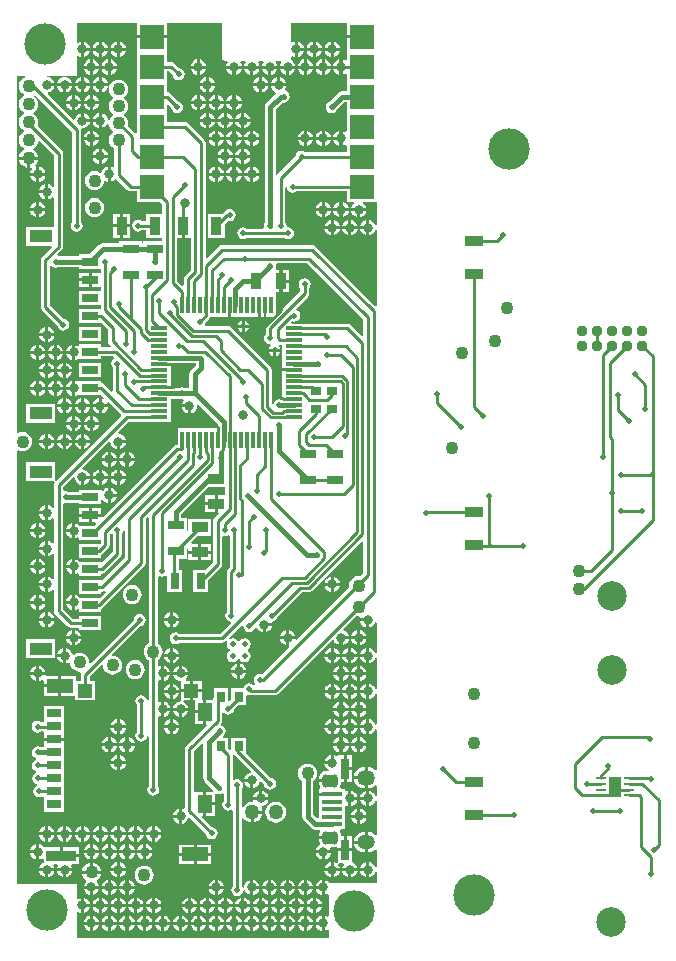
<source format=gtl>
G04*
G04 #@! TF.GenerationSoftware,Altium Limited,Altium Designer,18.0.7 (293)*
G04*
G04 Layer_Physical_Order=1*
G04 Layer_Color=255*
%FSLAX42Y42*%
%MOMM*%
G71*
G01*
G75*
%ADD15C,0.25*%
%ADD48R,2.03X2.03*%
%ADD49R,0.95X1.55*%
%ADD50R,1.40X0.80*%
%ADD51R,0.90X1.40*%
%ADD52R,0.90X0.70*%
%ADD53R,0.80X1.40*%
%ADD54R,1.40X0.90*%
%ADD55R,0.30X1.45*%
%ADD56R,1.45X0.30*%
%ADD57R,0.70X0.90*%
%ADD58R,1.15X1.50*%
%ADD59R,2.20X1.15*%
%ADD60R,1.20X1.16*%
%ADD61R,1.25X1.16*%
%ADD62R,2.50X0.95*%
%ADD63R,1.24X0.80*%
%ADD64R,1.40X0.70*%
%ADD65R,1.90X1.10*%
%ADD66R,1.70X0.40*%
%ADD67R,0.70X1.80*%
%ADD68R,0.85X0.25*%
%ADD69R,1.09X1.80*%
%ADD70R,1.55X0.95*%
%ADD71C,0.40*%
%ADD72C,1.27*%
G04:AMPARAMS|DCode=73|XSize=1.2mm|YSize=1.52mm|CornerRadius=0.6mm|HoleSize=0mm|Usage=FLASHONLY|Rotation=90.000|XOffset=0mm|YOffset=0mm|HoleType=Round|Shape=RoundedRectangle|*
%AMROUNDEDRECTD73*
21,1,1.20,0.32,0,0,90.0*
21,1,0.00,1.52,0,0,90.0*
1,1,1.20,0.16,0.00*
1,1,1.20,0.16,0.00*
1,1,1.20,-0.16,0.00*
1,1,1.20,-0.16,0.00*
%
%ADD73ROUNDEDRECTD73*%
G04:AMPARAMS|DCode=74|XSize=1.3mm|YSize=1.52mm|CornerRadius=0.65mm|HoleSize=0mm|Usage=FLASHONLY|Rotation=90.000|XOffset=0mm|YOffset=0mm|HoleType=Round|Shape=RoundedRectangle|*
%AMROUNDEDRECTD74*
21,1,1.30,0.22,0,0,90.0*
21,1,0.00,1.52,0,0,90.0*
1,1,1.30,0.11,0.00*
1,1,1.30,0.11,0.00*
1,1,1.30,-0.11,0.00*
1,1,1.30,-0.11,0.00*
%
%ADD74ROUNDEDRECTD74*%
G04:AMPARAMS|DCode=75|XSize=1.1mm|YSize=1.3mm|CornerRadius=0.28mm|HoleSize=0mm|Usage=FLASHONLY|Rotation=90.000|XOffset=0mm|YOffset=0mm|HoleType=Round|Shape=RoundedRectangle|*
%AMROUNDEDRECTD75*
21,1,1.10,0.75,0,0,90.0*
21,1,0.55,1.30,0,0,90.0*
1,1,0.55,0.38,0.28*
1,1,0.55,0.38,-0.28*
1,1,0.55,-0.38,-0.28*
1,1,0.55,-0.38,0.28*
%
%ADD75ROUNDEDRECTD75*%
%ADD76C,0.95*%
%ADD77C,0.50*%
%ADD78C,0.80*%
%ADD79C,1.10*%
%ADD80C,3.50*%
%ADD81C,2.50*%
G36*
X6540Y10236D02*
X6668D01*
Y10211D01*
X6540D01*
Y10096D01*
Y10028D01*
X6528Y10022D01*
X6526Y10023D01*
X6510Y10030D01*
X6506Y10030D01*
Y9966D01*
Y9902D01*
X6510Y9902D01*
X6526Y9909D01*
X6528Y9910D01*
X6540Y9904D01*
X6540Y9843D01*
X6541Y9830D01*
Y9762D01*
X6502D01*
X6502Y9762D01*
X6485Y9758D01*
X6470Y9748D01*
X6470Y9748D01*
X6396Y9674D01*
X6394Y9674D01*
X6377Y9663D01*
X6366Y9646D01*
X6362Y9627D01*
X6366Y9607D01*
X6377Y9590D01*
X6394Y9579D01*
X6414Y9575D01*
X6433Y9579D01*
X6450Y9590D01*
X6461Y9607D01*
X6461Y9609D01*
X6522Y9669D01*
X6541D01*
Y9601D01*
X6541Y9589D01*
X6541Y9576D01*
Y9424D01*
X6528Y9417D01*
X6526Y9419D01*
X6510Y9426D01*
X6506Y9426D01*
Y9362D01*
Y9298D01*
X6510Y9298D01*
X6526Y9305D01*
X6528Y9307D01*
X6541Y9300D01*
Y9246D01*
X6192D01*
X6179Y9255D01*
X6160Y9259D01*
X6140Y9255D01*
X6123Y9244D01*
X6112Y9227D01*
X6109Y9212D01*
X5954Y9057D01*
X5952Y9054D01*
X5939Y9057D01*
Y9607D01*
X5998Y9666D01*
X6007Y9664D01*
X6027Y9668D01*
X6043Y9679D01*
X6055Y9696D01*
X6058Y9715D01*
X6055Y9735D01*
X6043Y9752D01*
X6027Y9763D01*
X6024Y9764D01*
X6018Y9778D01*
X6022Y9782D01*
X6028Y9798D01*
X6029Y9802D01*
X5900D01*
X5901Y9798D01*
X5907Y9782D01*
X5918Y9768D01*
X5932Y9758D01*
X5938Y9755D01*
X5941Y9740D01*
X5860Y9659D01*
X5850Y9644D01*
X5847Y9627D01*
X5847Y9627D01*
Y8645D01*
X5845Y8643D01*
X5841Y8623D01*
X5844Y8611D01*
X5835Y8599D01*
X5697D01*
X5684Y8607D01*
X5664Y8611D01*
X5645Y8607D01*
X5628Y8596D01*
X5617Y8579D01*
X5613Y8560D01*
X5617Y8540D01*
X5628Y8523D01*
X5645Y8512D01*
X5664Y8508D01*
X5684Y8512D01*
X5697Y8521D01*
X6013D01*
X6026Y8512D01*
X6045Y8508D01*
X6065Y8512D01*
X6082Y8523D01*
X6093Y8540D01*
X6097Y8560D01*
X6093Y8579D01*
X6082Y8596D01*
X6065Y8607D01*
X6045Y8611D01*
X6041Y8610D01*
X6032Y8619D01*
X6033Y8623D01*
X6029Y8643D01*
X6021Y8656D01*
Y8946D01*
X6033Y8947D01*
X6036Y8934D01*
X6047Y8917D01*
X6064Y8906D01*
X6083Y8902D01*
X6103Y8906D01*
X6116Y8915D01*
X6541D01*
Y8827D01*
X6606D01*
X6610Y8818D01*
X6610Y8814D01*
X6597Y8805D01*
X6587Y8791D01*
X6580Y8775D01*
X6580Y8771D01*
X6708D01*
X6708Y8775D01*
X6701Y8791D01*
X6691Y8805D01*
X6678Y8814D01*
X6678Y8818D01*
X6682Y8827D01*
X6794Y8827D01*
X6794Y8814D01*
Y8630D01*
X6782Y8627D01*
X6777Y8640D01*
X6766Y8654D01*
X6752Y8664D01*
X6737Y8671D01*
X6732Y8671D01*
Y8607D01*
Y8543D01*
X6737Y8543D01*
X6752Y8550D01*
X6766Y8560D01*
X6777Y8574D01*
X6782Y8587D01*
X6794Y8584D01*
Y7946D01*
X6783Y7941D01*
X6276Y8448D01*
X6263Y8456D01*
X6248Y8459D01*
X5486D01*
X5472Y8456D01*
X5459Y8448D01*
X5359Y8348D01*
X5347Y8353D01*
Y9322D01*
X5344Y9337D01*
X5336Y9349D01*
X5196Y9489D01*
X5184Y9497D01*
X5169Y9500D01*
X5016D01*
Y9576D01*
X5016Y9588D01*
X5016Y9601D01*
Y9644D01*
X5028Y9649D01*
X5055Y9622D01*
X5058Y9607D01*
X5069Y9590D01*
X5086Y9579D01*
X5105Y9575D01*
X5125Y9579D01*
X5142Y9590D01*
X5153Y9607D01*
X5157Y9627D01*
X5153Y9646D01*
X5142Y9663D01*
X5125Y9674D01*
X5110Y9677D01*
X5044Y9743D01*
X5031Y9751D01*
X5017Y9754D01*
X5016D01*
Y9830D01*
X5016Y9842D01*
X5016Y9855D01*
Y9931D01*
X5039D01*
X5068Y9902D01*
X5071Y9886D01*
X5082Y9870D01*
X5098Y9859D01*
X5118Y9855D01*
X5138Y9859D01*
X5154Y9870D01*
X5166Y9886D01*
X5169Y9906D01*
X5166Y9926D01*
X5154Y9942D01*
X5138Y9953D01*
X5123Y9957D01*
X5082Y9997D01*
X5069Y10005D01*
X5055Y10008D01*
X5016D01*
Y10084D01*
X5017Y10096D01*
X5017Y10109D01*
Y10211D01*
X4762D01*
Y10109D01*
X4762Y10096D01*
X4763Y10084D01*
Y9855D01*
X4763Y9843D01*
X4763Y9830D01*
Y9601D01*
X4763Y9589D01*
X4763Y9576D01*
Y9411D01*
X4757Y9407D01*
X4750Y9406D01*
X4688Y9468D01*
X4688Y9470D01*
X4691Y9491D01*
X4688Y9512D01*
X4680Y9532D01*
X4667Y9548D01*
X4659Y9555D01*
Y9571D01*
X4667Y9578D01*
X4680Y9595D01*
X4688Y9614D01*
X4691Y9635D01*
X4688Y9656D01*
X4680Y9676D01*
X4667Y9692D01*
X4659Y9699D01*
Y9715D01*
X4667Y9722D01*
X4680Y9738D01*
X4688Y9758D01*
X4691Y9779D01*
X4688Y9800D01*
X4680Y9820D01*
X4667Y9836D01*
X4651Y9849D01*
X4631Y9857D01*
X4610Y9860D01*
X4589Y9857D01*
X4570Y9849D01*
X4553Y9836D01*
X4540Y9820D01*
X4532Y9800D01*
X4529Y9779D01*
X4532Y9758D01*
X4540Y9738D01*
X4553Y9722D01*
X4561Y9715D01*
Y9699D01*
X4553Y9692D01*
X4540Y9676D01*
X4532Y9656D01*
X4529Y9635D01*
X4532Y9614D01*
X4540Y9595D01*
X4553Y9578D01*
X4561Y9571D01*
Y9555D01*
X4553Y9548D01*
X4540Y9532D01*
X4533Y9515D01*
X4520Y9516D01*
X4518Y9530D01*
X4512Y9546D01*
X4501Y9560D01*
X4487Y9570D01*
X4472Y9577D01*
X4467Y9577D01*
Y9513D01*
Y9449D01*
X4472Y9449D01*
X4487Y9456D01*
X4501Y9466D01*
X4512Y9480D01*
X4514Y9487D01*
X4517Y9487D01*
X4531Y9477D01*
X4532Y9470D01*
X4540Y9451D01*
X4553Y9434D01*
X4561Y9427D01*
Y9411D01*
X4553Y9405D01*
X4540Y9388D01*
X4532Y9368D01*
X4529Y9347D01*
X4532Y9326D01*
X4540Y9307D01*
X4553Y9290D01*
X4570Y9277D01*
X4571Y9276D01*
Y9125D01*
X4559Y9119D01*
X4547Y9124D01*
X4543Y9124D01*
Y9060D01*
Y8996D01*
X4547Y8996D01*
X4563Y9003D01*
X4577Y9013D01*
X4580Y9017D01*
X4592Y9018D01*
X4684Y8926D01*
X4697Y8918D01*
X4712Y8915D01*
X4763D01*
Y8827D01*
X4961D01*
X4978Y8810D01*
Y8726D01*
X4845D01*
Y8662D01*
X4808D01*
X4795Y8671D01*
X4775Y8675D01*
X4756Y8671D01*
X4739Y8660D01*
X4728Y8643D01*
X4724Y8623D01*
X4728Y8604D01*
X4739Y8587D01*
X4756Y8576D01*
X4775Y8572D01*
X4795Y8576D01*
X4808Y8584D01*
X4845D01*
Y8521D01*
X4978D01*
Y8493D01*
X4820D01*
Y8475D01*
X4807D01*
Y8493D01*
X4617D01*
Y8475D01*
X4479D01*
X4479Y8475D01*
X4461Y8471D01*
X4446Y8461D01*
X4446Y8461D01*
X4363Y8379D01*
X4274D01*
Y8365D01*
X4098D01*
X4096Y8366D01*
X4094Y8366D01*
X4090Y8379D01*
X4130Y8418D01*
X4138Y8431D01*
X4141Y8446D01*
Y9233D01*
X4138Y9248D01*
X4130Y9260D01*
X3922Y9468D01*
X3926Y9479D01*
X3929Y9500D01*
X3926Y9521D01*
X3918Y9540D01*
X3905Y9557D01*
X3890Y9569D01*
X3889Y9576D01*
X3890Y9583D01*
X3905Y9595D01*
X3918Y9611D01*
X3926Y9631D01*
X3929Y9652D01*
X3926Y9673D01*
X3918Y9693D01*
X3905Y9709D01*
X3895Y9717D01*
X3898Y9731D01*
X3903Y9733D01*
X4216Y9420D01*
Y8656D01*
X4207Y8643D01*
X4203Y8623D01*
X4207Y8604D01*
X4218Y8587D01*
X4235Y8576D01*
X4254Y8572D01*
X4274Y8576D01*
X4291Y8587D01*
X4302Y8604D01*
X4306Y8623D01*
X4302Y8643D01*
X4293Y8656D01*
Y9436D01*
X4293Y9436D01*
X4303Y9447D01*
X4304Y9447D01*
X4321Y9449D01*
X4336Y9456D01*
X4350Y9466D01*
X4361Y9480D01*
X4367Y9496D01*
X4368Y9500D01*
X4303D01*
Y9513D01*
X4291D01*
Y9577D01*
X4286Y9577D01*
X4271Y9570D01*
X4257Y9560D01*
X4246Y9546D01*
X4240Y9530D01*
X4239Y9524D01*
X4226Y9520D01*
X4008Y9737D01*
X4013Y9751D01*
X4019Y9751D01*
X4034Y9758D01*
X4048Y9768D01*
X4059Y9782D01*
X4065Y9798D01*
X4066Y9802D01*
X4001D01*
Y9828D01*
X4066D01*
X4065Y9832D01*
X4059Y9848D01*
X4048Y9862D01*
X4034Y9872D01*
X4019Y9879D01*
X4004Y9881D01*
X4005Y9893D01*
X4149D01*
X4150Y9881D01*
X4135Y9879D01*
X4120Y9872D01*
X4106Y9862D01*
X4095Y9848D01*
X4089Y9832D01*
X4088Y9828D01*
X4217D01*
X4216Y9832D01*
X4210Y9848D01*
X4199Y9862D01*
X4185Y9872D01*
X4170Y9879D01*
X4155Y9881D01*
X4156Y9893D01*
X4254D01*
Y10056D01*
X4267Y10062D01*
X4271Y10060D01*
X4286Y10053D01*
X4291Y10053D01*
Y10117D01*
Y10181D01*
X4286Y10181D01*
X4271Y10174D01*
X4267Y10172D01*
X4254Y10178D01*
Y10338D01*
X4762D01*
Y10236D01*
X5017D01*
Y10338D01*
X5486D01*
Y10046D01*
X5488Y10036D01*
X5493Y10027D01*
X5502Y10022D01*
X5512Y10020D01*
X5530D01*
X5536Y10007D01*
X5530Y9999D01*
X5523Y9983D01*
X5523Y9979D01*
X5651D01*
X5651Y9983D01*
X5644Y9999D01*
X5638Y10007D01*
X5644Y10020D01*
X5681D01*
X5687Y10007D01*
X5681Y9999D01*
X5674Y9983D01*
X5674Y9979D01*
X5802D01*
X5802Y9983D01*
X5795Y9999D01*
X5789Y10007D01*
X5795Y10020D01*
X5832D01*
X5838Y10007D01*
X5832Y9999D01*
X5825Y9983D01*
X5825Y9979D01*
X5953D01*
X5953Y9983D01*
X5946Y9999D01*
X5940Y10007D01*
X5946Y10020D01*
X5983D01*
X5989Y10007D01*
X5983Y9999D01*
X5976Y9983D01*
X5976Y9979D01*
X6104D01*
X6104Y9983D01*
X6097Y9999D01*
X6087Y10013D01*
X6074Y10022D01*
X6073Y10023D01*
X6069Y10036D01*
X6071Y10046D01*
Y10054D01*
X6074Y10056D01*
X6084Y10059D01*
X6098Y10053D01*
X6103Y10053D01*
Y10117D01*
Y10181D01*
X6098Y10181D01*
X6084Y10175D01*
X6074Y10178D01*
X6071Y10180D01*
Y10338D01*
X6540D01*
Y10236D01*
D02*
G37*
G36*
X3822Y9881D02*
X3808Y9875D01*
X3791Y9862D01*
X3778Y9845D01*
X3770Y9825D01*
X3767Y9804D01*
X3770Y9783D01*
X3778Y9764D01*
X3791Y9747D01*
X3806Y9735D01*
X3807Y9728D01*
X3806Y9721D01*
X3791Y9709D01*
X3778Y9693D01*
X3770Y9673D01*
X3767Y9652D01*
X3770Y9631D01*
X3778Y9611D01*
X3791Y9595D01*
X3806Y9583D01*
X3807Y9576D01*
X3806Y9569D01*
X3791Y9557D01*
X3778Y9540D01*
X3770Y9521D01*
X3767Y9500D01*
X3770Y9479D01*
X3778Y9459D01*
X3791Y9442D01*
X3806Y9431D01*
X3807Y9423D01*
X3806Y9416D01*
X3791Y9405D01*
X3778Y9388D01*
X3770Y9368D01*
X3767Y9347D01*
X3770Y9326D01*
X3778Y9307D01*
X3791Y9290D01*
X3806Y9278D01*
X3807Y9271D01*
X3806Y9264D01*
X3791Y9252D01*
X3778Y9235D01*
X3770Y9216D01*
X3769Y9207D01*
X3928D01*
X3926Y9216D01*
X3918Y9235D01*
X3905Y9252D01*
X3890Y9264D01*
X3889Y9271D01*
X3890Y9278D01*
X3905Y9290D01*
X3918Y9307D01*
X3926Y9326D01*
X3928Y9335D01*
X3941Y9339D01*
X4063Y9217D01*
Y8957D01*
X4051Y8952D01*
X4048Y8956D01*
X4034Y8966D01*
X4019Y8973D01*
X4014Y8973D01*
Y8909D01*
Y8845D01*
X4019Y8845D01*
X4034Y8852D01*
X4048Y8862D01*
X4051Y8865D01*
X4063Y8861D01*
Y8614D01*
X3830D01*
Y8454D01*
X4039D01*
X4044Y8443D01*
X3960Y8359D01*
X3952Y8346D01*
X3949Y8331D01*
Y7938D01*
X3952Y7923D01*
X3960Y7910D01*
X4090Y7781D01*
X4093Y7765D01*
X4104Y7749D01*
X4121Y7738D01*
X4140Y7734D01*
X4160Y7738D01*
X4177Y7749D01*
X4188Y7765D01*
X4192Y7785D01*
X4188Y7805D01*
X4177Y7821D01*
X4160Y7833D01*
X4145Y7836D01*
X4027Y7954D01*
Y8280D01*
X4039Y8284D01*
X4040Y8282D01*
X4057Y8271D01*
X4077Y8267D01*
X4096Y8271D01*
X4098Y8272D01*
X4274D01*
Y8258D01*
X4457D01*
Y8226D01*
X4381D01*
Y8166D01*
Y8106D01*
X4457D01*
Y8074D01*
X4274D01*
Y7954D01*
X4457D01*
Y7921D01*
X4274D01*
Y7801D01*
X4463D01*
X4520Y7744D01*
Y7645D01*
X4523Y7630D01*
X4532Y7618D01*
X4542Y7607D01*
X4537Y7595D01*
X4464D01*
Y7617D01*
X4274D01*
Y7612D01*
X4262Y7606D01*
X4261Y7607D01*
X4245Y7614D01*
X4241Y7614D01*
Y7550D01*
Y7486D01*
X4245Y7486D01*
X4261Y7493D01*
X4269Y7499D01*
X4274Y7496D01*
Y7496D01*
X4464D01*
Y7518D01*
X4562D01*
X4569Y7509D01*
X4567Y7495D01*
X4561Y7491D01*
X4550Y7475D01*
X4546Y7455D01*
X4550Y7435D01*
X4559Y7422D01*
Y7226D01*
X4559Y7223D01*
X4547Y7217D01*
X4485Y7279D01*
X4473Y7288D01*
X4464Y7289D01*
Y7312D01*
X4274D01*
Y7310D01*
X4262Y7304D01*
X4261Y7305D01*
X4245Y7312D01*
X4241Y7312D01*
Y7248D01*
Y7184D01*
X4245Y7184D01*
X4261Y7191D01*
X4267Y7195D01*
X4274Y7192D01*
Y7192D01*
X4463D01*
X4486Y7168D01*
X4479Y7158D01*
X4472Y7161D01*
X4467Y7161D01*
Y7110D01*
X4519D01*
X4518Y7114D01*
X4515Y7121D01*
X4526Y7128D01*
X4628Y7026D01*
X4631Y7024D01*
X4633Y7012D01*
X4082Y6461D01*
X4070Y6467D01*
X4070Y6471D01*
Y6621D01*
X3830D01*
Y6461D01*
X4059D01*
X4064Y6461D01*
X4071Y6448D01*
X4066Y6441D01*
X4063Y6426D01*
Y6239D01*
X4051Y6235D01*
X4048Y6238D01*
X4034Y6248D01*
X4019Y6255D01*
X4014Y6255D01*
Y6191D01*
Y6127D01*
X4019Y6127D01*
X4034Y6134D01*
X4048Y6144D01*
X4051Y6147D01*
X4063Y6143D01*
Y5937D01*
X4051Y5933D01*
X4048Y5936D01*
X4034Y5946D01*
X4019Y5953D01*
X4014Y5953D01*
Y5889D01*
Y5825D01*
X4019Y5825D01*
X4034Y5832D01*
X4048Y5842D01*
X4051Y5845D01*
X4063Y5841D01*
Y5635D01*
X4051Y5631D01*
X4048Y5634D01*
X4034Y5644D01*
X4019Y5651D01*
X4014Y5651D01*
Y5587D01*
Y5523D01*
X4019Y5523D01*
X4034Y5530D01*
X4048Y5540D01*
X4051Y5543D01*
X4063Y5539D01*
Y5359D01*
X4066Y5345D01*
X4075Y5332D01*
X4176Y5230D01*
X4189Y5222D01*
X4204Y5219D01*
X4274D01*
Y5198D01*
X4464D01*
Y5318D01*
X4274D01*
Y5297D01*
X4220D01*
X4141Y5375D01*
Y6266D01*
X4154Y6276D01*
X4166Y6273D01*
X4185Y6277D01*
X4187Y6278D01*
X4274D01*
Y6265D01*
X4464D01*
Y6300D01*
X4476Y6304D01*
X4483Y6295D01*
X4497Y6285D01*
X4513Y6278D01*
X4517Y6278D01*
Y6342D01*
Y6406D01*
X4513Y6406D01*
X4497Y6399D01*
X4483Y6389D01*
X4476Y6380D01*
X4464Y6384D01*
Y6385D01*
X4274D01*
Y6371D01*
X4187D01*
X4185Y6372D01*
X4166Y6376D01*
X4154Y6374D01*
X4141Y6383D01*
Y6410D01*
X4226Y6495D01*
X4238Y6489D01*
X4240Y6476D01*
X4246Y6460D01*
X4257Y6446D01*
X4271Y6436D01*
X4286Y6429D01*
X4291Y6429D01*
Y6493D01*
X4303D01*
Y6506D01*
X4368D01*
X4367Y6510D01*
X4361Y6526D01*
X4350Y6540D01*
X4336Y6550D01*
X4321Y6557D01*
X4307Y6558D01*
X4301Y6571D01*
X4528Y6797D01*
X4540Y6791D01*
X4542Y6778D01*
X4548Y6762D01*
X4559Y6748D01*
X4573Y6738D01*
X4588Y6731D01*
X4593Y6731D01*
Y6795D01*
X4605D01*
Y6808D01*
X4670D01*
X4669Y6812D01*
X4663Y6828D01*
X4652Y6842D01*
X4638Y6852D01*
X4623Y6859D01*
X4609Y6860D01*
X4603Y6873D01*
X4696Y6965D01*
X4857D01*
Y6964D01*
X5052D01*
Y7064D01*
Y7157D01*
X5122D01*
X5124Y7156D01*
X5144Y7152D01*
X5156Y7155D01*
X5162Y7145D01*
X5162Y7143D01*
X5152Y7130D01*
X5146Y7114D01*
X5145Y7110D01*
X5209D01*
Y7097D01*
X5222D01*
Y7033D01*
X5227Y7033D01*
X5242Y7040D01*
X5256Y7050D01*
X5267Y7064D01*
X5273Y7080D01*
X5275Y7097D01*
X5275Y7101D01*
X5287Y7107D01*
X5453Y6941D01*
Y6907D01*
X5409D01*
Y6906D01*
X5110D01*
Y6770D01*
X5105D01*
X5091Y6767D01*
X5078Y6759D01*
X4476Y6157D01*
X4469Y6160D01*
X4381D01*
Y6112D01*
X4414D01*
X4419Y6100D01*
X4399Y6080D01*
X4280D01*
X4275Y6087D01*
X4261Y6097D01*
X4245Y6104D01*
X4241Y6104D01*
Y6040D01*
Y5976D01*
X4245Y5976D01*
X4261Y5983D01*
X4262Y5984D01*
X4274Y5978D01*
Y5960D01*
X4457D01*
Y5934D01*
X4450Y5927D01*
X4274D01*
Y5807D01*
X4464D01*
Y5834D01*
X4472Y5840D01*
X4523Y5891D01*
X4532Y5903D01*
X4535Y5918D01*
Y6010D01*
X4543Y6017D01*
X4557Y6015D01*
X4559Y6013D01*
Y5858D01*
X4472Y5772D01*
X4464Y5775D01*
Y5775D01*
X4282D01*
X4275Y5785D01*
X4261Y5795D01*
X4245Y5802D01*
X4241Y5802D01*
Y5738D01*
Y5674D01*
X4245Y5674D01*
X4261Y5681D01*
X4262Y5682D01*
X4274Y5676D01*
Y5655D01*
X4464D01*
Y5676D01*
X4470D01*
X4485Y5679D01*
X4498Y5688D01*
X4625Y5815D01*
X4633Y5827D01*
X4636Y5842D01*
Y6013D01*
X4645Y6026D01*
X4647Y6038D01*
X4660Y6037D01*
Y5807D01*
X4472Y5619D01*
X4464Y5623D01*
Y5623D01*
X4274D01*
Y5503D01*
X4464D01*
Y5524D01*
X4470D01*
X4485Y5527D01*
X4495Y5533D01*
X4503Y5524D01*
X4450Y5470D01*
X4284D01*
X4275Y5483D01*
X4261Y5493D01*
X4245Y5500D01*
X4241Y5500D01*
Y5436D01*
Y5372D01*
X4245Y5372D01*
X4261Y5379D01*
X4262Y5380D01*
X4274Y5374D01*
Y5350D01*
X4464D01*
Y5377D01*
X4472Y5383D01*
X4828Y5738D01*
X4836Y5751D01*
X4839Y5766D01*
Y6143D01*
X4852Y6156D01*
X4863Y6151D01*
Y5087D01*
X4862Y5087D01*
X4845Y5074D01*
X4832Y5057D01*
X4824Y5037D01*
X4821Y5017D01*
X4824Y4996D01*
X4832Y4976D01*
X4845Y4959D01*
X4862Y4946D01*
X4863Y4946D01*
Y4605D01*
X4851Y4604D01*
X4848Y4617D01*
X4837Y4634D01*
X4820Y4645D01*
X4801Y4649D01*
X4781Y4645D01*
X4764Y4634D01*
X4753Y4617D01*
X4749Y4597D01*
X4753Y4578D01*
X4762Y4565D01*
Y4338D01*
X4753Y4325D01*
X4749Y4305D01*
X4753Y4286D01*
X4764Y4269D01*
X4781Y4258D01*
X4801Y4254D01*
X4820Y4258D01*
X4837Y4269D01*
X4848Y4286D01*
X4851Y4299D01*
X4863Y4297D01*
Y3881D01*
X4855Y3868D01*
X4851Y3848D01*
X4855Y3828D01*
X4866Y3812D01*
X4883Y3801D01*
X4902Y3797D01*
X4922Y3801D01*
X4939Y3812D01*
X4950Y3828D01*
X4954Y3848D01*
X4950Y3868D01*
X4941Y3881D01*
Y4465D01*
X4954Y4471D01*
X4966Y4466D01*
X4970Y4466D01*
Y4530D01*
Y4594D01*
X4966Y4594D01*
X4954Y4589D01*
X4941Y4595D01*
Y4767D01*
X4954Y4773D01*
X4966Y4768D01*
X4970Y4768D01*
Y4832D01*
Y4896D01*
X4966Y4896D01*
X4954Y4891D01*
X4941Y4897D01*
Y4946D01*
X4943Y4946D01*
X4960Y4959D01*
X4972Y4976D01*
X4981Y4996D01*
X4983Y5017D01*
X4981Y5037D01*
X4972Y5057D01*
X4960Y5074D01*
X4943Y5087D01*
X4941Y5087D01*
Y5651D01*
X4954Y5658D01*
X4959Y5655D01*
X4978Y5651D01*
X4998Y5655D01*
X5007Y5661D01*
X5019Y5654D01*
Y5518D01*
X5149D01*
Y5708D01*
X5119D01*
Y5802D01*
X5188D01*
Y5894D01*
X5188Y5894D01*
X5201Y5887D01*
Y5872D01*
X5283D01*
Y5929D01*
X5228D01*
X5223Y5941D01*
X5281Y5999D01*
X5391D01*
Y6139D01*
X5201D01*
Y6042D01*
X5200Y6042D01*
X5188Y6048D01*
Y6152D01*
X5139D01*
Y6178D01*
X5371Y6410D01*
X5511D01*
Y6341D01*
X5448D01*
Y6270D01*
Y6200D01*
X5455D01*
X5460Y6188D01*
X5421Y6149D01*
X5412Y6136D01*
X5409Y6121D01*
Y5773D01*
X5344Y5708D01*
X5239D01*
Y5518D01*
X5369D01*
Y5623D01*
X5476Y5730D01*
X5484Y5743D01*
X5487Y5757D01*
Y5987D01*
X5500Y5996D01*
X5512Y5994D01*
X5531Y5998D01*
X5536Y6001D01*
X5549Y5994D01*
Y5731D01*
X5536Y5718D01*
X5527Y5705D01*
X5524Y5690D01*
Y5354D01*
X5515Y5341D01*
X5511Y5321D01*
X5515Y5302D01*
X5526Y5285D01*
X5543Y5274D01*
X5554Y5272D01*
X5558Y5258D01*
X5470Y5170D01*
X5125D01*
X5112Y5178D01*
X5093Y5182D01*
X5073Y5178D01*
X5056Y5167D01*
X5045Y5150D01*
X5041Y5131D01*
X5045Y5111D01*
X5056Y5094D01*
X5073Y5083D01*
X5093Y5079D01*
X5112Y5083D01*
X5125Y5092D01*
X5486D01*
X5501Y5095D01*
X5514Y5103D01*
X5521Y5111D01*
X5531Y5103D01*
X5529Y5099D01*
X5525Y5079D01*
X5529Y5060D01*
X5540Y5043D01*
X5549Y5037D01*
Y5022D01*
X5540Y5016D01*
X5529Y4999D01*
X5525Y4979D01*
X5529Y4960D01*
X5540Y4943D01*
X5556Y4932D01*
X5576Y4928D01*
X5596Y4932D01*
X5612Y4943D01*
X5618Y4952D01*
X5634D01*
X5640Y4943D01*
X5656Y4932D01*
X5676Y4928D01*
X5696Y4932D01*
X5712Y4943D01*
X5724Y4960D01*
X5727Y4979D01*
X5724Y4999D01*
X5712Y5016D01*
X5703Y5022D01*
Y5037D01*
X5712Y5043D01*
X5724Y5060D01*
X5727Y5079D01*
X5724Y5099D01*
X5712Y5116D01*
X5696Y5127D01*
X5676Y5131D01*
X5656Y5127D01*
X5640Y5116D01*
X5634Y5107D01*
X5618D01*
X5612Y5116D01*
X5596Y5127D01*
X5576Y5131D01*
X5556Y5127D01*
X5553Y5124D01*
X5545Y5134D01*
X5653Y5242D01*
X5664Y5236D01*
X5664Y5232D01*
X5668Y5213D01*
X5679Y5196D01*
X5695Y5185D01*
X5715Y5181D01*
X5735Y5185D01*
X5751Y5196D01*
X5762Y5213D01*
X5763Y5217D01*
X5768Y5219D01*
X5784Y5214D01*
X5785Y5212D01*
X5795Y5198D01*
X5809Y5188D01*
X5825Y5181D01*
X5829Y5181D01*
Y5245D01*
X5842D01*
Y5258D01*
X5906D01*
X5906Y5258D01*
X5906Y5262D01*
X5915Y5272D01*
X5925Y5274D01*
X5942Y5285D01*
X5953Y5302D01*
X5956Y5317D01*
X6159Y5520D01*
X6219D01*
X6234Y5523D01*
X6247Y5531D01*
X6668Y5952D01*
X6679Y5947D01*
Y5680D01*
X6654Y5655D01*
X6642Y5656D01*
X6621Y5654D01*
X6602Y5646D01*
X6585Y5633D01*
X6572Y5616D01*
X6564Y5596D01*
X6561Y5575D01*
X6563Y5563D01*
X6117Y5117D01*
X6109Y5121D01*
X6053D01*
Y5065D01*
X6057Y5057D01*
X5822Y4823D01*
X5804Y4827D01*
X5784Y4823D01*
X5768Y4812D01*
X5756Y4795D01*
X5753Y4775D01*
X5756Y4756D01*
X5763Y4746D01*
X5757Y4732D01*
X5754Y4732D01*
X5751Y4735D01*
X5735Y4746D01*
X5715Y4750D01*
X5695Y4746D01*
X5679Y4735D01*
X5668Y4719D01*
X5665Y4706D01*
X5565D01*
Y4617D01*
X5547Y4598D01*
X5535Y4603D01*
Y4706D01*
X5415D01*
Y4627D01*
X5412Y4624D01*
X5409Y4609D01*
Y4608D01*
X5352D01*
Y4507D01*
Y4405D01*
X5356Y4395D01*
X5180Y4219D01*
X5171Y4206D01*
X5168Y4191D01*
Y3694D01*
X5155Y3686D01*
X5151Y3688D01*
X5147Y3688D01*
Y3624D01*
Y3560D01*
X5151Y3560D01*
X5167Y3567D01*
X5181Y3577D01*
X5191Y3591D01*
X5198Y3607D01*
X5198Y3608D01*
X5210Y3612D01*
X5347Y3475D01*
X5350Y3460D01*
X5361Y3443D01*
X5378Y3432D01*
X5397Y3428D01*
X5417Y3432D01*
X5434Y3443D01*
X5445Y3460D01*
X5449Y3480D01*
X5445Y3499D01*
X5434Y3516D01*
X5417Y3527D01*
X5402Y3530D01*
X5315Y3617D01*
X5320Y3629D01*
X5326D01*
Y3729D01*
Y3830D01*
X5256D01*
X5246Y3836D01*
Y4175D01*
X5313Y4243D01*
X5326Y4237D01*
Y3950D01*
X5326Y3950D01*
X5329Y3932D01*
X5339Y3917D01*
X5413Y3843D01*
X5413Y3842D01*
X5413Y3839D01*
X5408Y3830D01*
X5352D01*
Y3742D01*
X5422D01*
Y3811D01*
X5435Y3818D01*
X5441Y3813D01*
X5461Y3809D01*
X5481Y3813D01*
X5486Y3817D01*
X5498Y3810D01*
Y3754D01*
X5490Y3741D01*
X5486Y3721D01*
X5490Y3701D01*
X5501Y3685D01*
X5518Y3674D01*
X5537Y3670D01*
X5557Y3674D01*
X5562Y3677D01*
X5575Y3670D01*
Y3030D01*
X5566Y3017D01*
X5562Y2997D01*
X5566Y2978D01*
X5577Y2961D01*
X5594Y2950D01*
X5613Y2946D01*
X5633Y2950D01*
X5650Y2961D01*
X5661Y2978D01*
X5664Y2994D01*
X5677Y2997D01*
X5681Y2987D01*
X5691Y2973D01*
X5705Y2963D01*
X5721Y2956D01*
X5725Y2956D01*
Y3020D01*
Y3084D01*
X5721Y3084D01*
X5705Y3077D01*
X5691Y3067D01*
X5681Y3053D01*
X5674Y3037D01*
X5672Y3021D01*
X5668Y3020D01*
X5660Y3019D01*
X5652Y3030D01*
Y3607D01*
X5665Y3610D01*
X5677Y3594D01*
X5696Y3580D01*
X5717Y3571D01*
X5728Y3570D01*
Y3658D01*
X5740D01*
Y3670D01*
X5828D01*
X5827Y3681D01*
X5820Y3697D01*
X5826Y3709D01*
X5828Y3711D01*
X5831Y3711D01*
X5846Y3718D01*
X5860Y3728D01*
X5871Y3742D01*
X5877Y3758D01*
X5878Y3762D01*
X5749D01*
X5750Y3759D01*
X5749Y3756D01*
X5742Y3747D01*
X5740Y3747D01*
X5717Y3744D01*
X5696Y3735D01*
X5677Y3721D01*
X5665Y3705D01*
X5652Y3709D01*
Y3854D01*
X5661Y3867D01*
X5665Y3886D01*
X5661Y3906D01*
X5650Y3923D01*
X5633Y3934D01*
X5613Y3938D01*
X5594Y3934D01*
X5589Y3930D01*
X5576Y3937D01*
Y4141D01*
X5578Y4144D01*
X5592Y4145D01*
X5733Y4004D01*
X5728Y3991D01*
X5721Y3990D01*
X5705Y3983D01*
X5691Y3973D01*
X5681Y3959D01*
X5674Y3943D01*
X5674Y3939D01*
X5738D01*
Y3926D01*
X5751D01*
Y3862D01*
X5755Y3862D01*
X5771Y3869D01*
X5785Y3879D01*
X5795Y3893D01*
X5802Y3909D01*
X5803Y3916D01*
X5816Y3921D01*
X5842Y3894D01*
X5845Y3879D01*
X5856Y3863D01*
X5873Y3851D01*
X5893Y3848D01*
X5912Y3851D01*
X5929Y3863D01*
X5940Y3879D01*
X5944Y3899D01*
X5940Y3919D01*
X5929Y3935D01*
X5912Y3946D01*
X5897Y3949D01*
X5685Y4162D01*
Y4286D01*
X5565D01*
Y4187D01*
X5552Y4181D01*
X5535Y4199D01*
Y4286D01*
X5495D01*
X5491Y4299D01*
X5503Y4307D01*
X5514Y4324D01*
X5518Y4343D01*
X5514Y4363D01*
X5503Y4380D01*
X5487Y4391D01*
X5481Y4392D01*
X5476Y4405D01*
X5484Y4418D01*
X5487Y4433D01*
Y4495D01*
X5500Y4499D01*
X5501Y4498D01*
X5518Y4486D01*
X5537Y4483D01*
X5557Y4486D01*
X5574Y4498D01*
X5585Y4514D01*
X5588Y4529D01*
X5624Y4565D01*
X5685D01*
Y4644D01*
X5698Y4651D01*
X5715Y4648D01*
X5721Y4649D01*
X5728Y4647D01*
X5931D01*
X5946Y4650D01*
X5958Y4659D01*
X6418Y5118D01*
X6431Y5113D01*
X6436Y5101D01*
X6446Y5087D01*
X6460Y5077D01*
X6476Y5070D01*
X6480Y5070D01*
Y5134D01*
X6493D01*
Y5147D01*
X6557D01*
X6557Y5151D01*
X6550Y5167D01*
X6540Y5181D01*
X6526Y5191D01*
X6514Y5196D01*
X6509Y5209D01*
X6619Y5320D01*
X6621Y5319D01*
X6642Y5316D01*
X6648Y5317D01*
X6657Y5306D01*
X6656Y5302D01*
X6655Y5298D01*
X6719D01*
Y5285D01*
X6732D01*
Y5221D01*
X6737Y5221D01*
X6752Y5228D01*
X6766Y5238D01*
X6777Y5252D01*
X6782Y5265D01*
X6794Y5262D01*
Y5006D01*
X6782Y5003D01*
X6777Y5016D01*
X6766Y5030D01*
X6752Y5040D01*
X6737Y5047D01*
X6732Y5047D01*
Y4983D01*
Y4919D01*
X6737Y4919D01*
X6752Y4926D01*
X6766Y4936D01*
X6777Y4950D01*
X6782Y4963D01*
X6794Y4960D01*
Y4704D01*
X6782Y4701D01*
X6777Y4714D01*
X6766Y4728D01*
X6752Y4738D01*
X6737Y4745D01*
X6732Y4745D01*
Y4681D01*
Y4617D01*
X6737Y4617D01*
X6752Y4624D01*
X6766Y4634D01*
X6777Y4648D01*
X6782Y4661D01*
X6794Y4658D01*
Y4402D01*
X6782Y4399D01*
X6777Y4412D01*
X6766Y4426D01*
X6752Y4436D01*
X6737Y4443D01*
X6732Y4443D01*
Y4379D01*
Y4315D01*
X6737Y4315D01*
X6752Y4322D01*
X6766Y4332D01*
X6777Y4346D01*
X6782Y4359D01*
X6794Y4356D01*
X6794Y4017D01*
X6782Y4013D01*
X6781Y4014D01*
X6762Y4029D01*
X6740Y4038D01*
X6718Y4041D01*
Y3950D01*
Y3859D01*
X6740Y3862D01*
X6762Y3871D01*
X6781Y3885D01*
X6782Y3887D01*
X6794Y3883D01*
Y3798D01*
X6782Y3795D01*
X6777Y3808D01*
X6766Y3822D01*
X6752Y3832D01*
X6737Y3839D01*
X6732Y3839D01*
Y3775D01*
Y3711D01*
X6737Y3711D01*
X6752Y3718D01*
X6766Y3728D01*
X6777Y3742D01*
X6782Y3755D01*
X6794Y3752D01*
Y3469D01*
X6788Y3466D01*
X6782Y3465D01*
X6765Y3478D01*
X6744Y3487D01*
X6722Y3490D01*
X6718D01*
Y3404D01*
Y3317D01*
X6722D01*
X6744Y3320D01*
X6765Y3329D01*
X6782Y3342D01*
X6788Y3341D01*
X6794Y3339D01*
Y3194D01*
X6782Y3191D01*
X6777Y3204D01*
X6766Y3218D01*
X6752Y3228D01*
X6737Y3235D01*
X6732Y3235D01*
Y3171D01*
Y3107D01*
X6737Y3107D01*
X6752Y3114D01*
X6766Y3124D01*
X6777Y3138D01*
X6782Y3151D01*
X6794Y3148D01*
Y3061D01*
X6393D01*
X6389Y3067D01*
X6375Y3077D01*
X6359Y3084D01*
X6355Y3084D01*
Y3020D01*
Y2956D01*
X6359Y2956D01*
X6375Y2963D01*
X6377Y2964D01*
X6388Y2959D01*
Y2779D01*
X6377Y2774D01*
X6375Y2775D01*
X6359Y2782D01*
X6355Y2782D01*
Y2718D01*
Y2654D01*
X6359Y2654D01*
X6375Y2661D01*
X6377Y2662D01*
X6388Y2657D01*
Y2591D01*
X4254D01*
Y2808D01*
X4267Y2814D01*
X4271Y2812D01*
X4286Y2805D01*
X4291Y2805D01*
Y2869D01*
Y2933D01*
X4286Y2933D01*
X4271Y2926D01*
X4267Y2924D01*
X4254Y2930D01*
Y3048D01*
X3747D01*
X3747Y6718D01*
X3759Y6723D01*
X3776Y6716D01*
X3797Y6713D01*
X3818Y6716D01*
X3838Y6724D01*
X3855Y6737D01*
X3868Y6754D01*
X3876Y6774D01*
X3878Y6794D01*
X3876Y6815D01*
X3868Y6835D01*
X3855Y6852D01*
X3838Y6865D01*
X3818Y6873D01*
X3797Y6876D01*
X3776Y6873D01*
X3759Y6866D01*
X3747Y6871D01*
Y9893D01*
X3819D01*
X3822Y9881D01*
D02*
G37*
G36*
X5169Y8520D02*
X5219D01*
Y8246D01*
X5172Y8199D01*
X5164Y8186D01*
X5161Y8171D01*
Y8119D01*
X5149Y8114D01*
X5106Y8157D01*
Y8520D01*
X5144D01*
Y8623D01*
X5169D01*
Y8520D01*
D02*
G37*
G36*
X5859Y7851D02*
X5862D01*
Y7851D01*
X5890D01*
Y7851D01*
X5914D01*
X5919Y7839D01*
X5865Y7786D01*
X5857Y7773D01*
X5854Y7758D01*
Y7703D01*
X5845Y7690D01*
X5841Y7671D01*
X5845Y7651D01*
X5856Y7634D01*
X5873Y7623D01*
X5893Y7619D01*
X5893Y7619D01*
X5897Y7607D01*
X5895Y7606D01*
X5883Y7589D01*
X5882Y7582D01*
X5980D01*
X5978Y7589D01*
X5969Y7603D01*
X5972Y7611D01*
X5973Y7612D01*
X5975Y7615D01*
X5997D01*
Y7564D01*
Y7444D01*
X5997D01*
Y7416D01*
X5997D01*
Y7414D01*
X6073D01*
X6077Y7411D01*
X6094Y7407D01*
Y7394D01*
X5997D01*
Y7391D01*
X5997D01*
Y7363D01*
X5997D01*
Y7314D01*
Y7194D01*
X5997D01*
Y7161D01*
X5995Y7159D01*
X5984Y7152D01*
X5969Y7155D01*
X5949Y7151D01*
X5933Y7140D01*
X5922Y7123D01*
X5919Y7110D01*
X5906Y7112D01*
Y7405D01*
X5903Y7419D01*
X5895Y7432D01*
X5565Y7762D01*
X5553Y7770D01*
X5538Y7773D01*
X5347D01*
X5340Y7786D01*
X5343Y7791D01*
X5346Y7806D01*
X5377Y7837D01*
X5385Y7849D01*
X5386Y7851D01*
X5509D01*
Y7851D01*
X5537D01*
Y7851D01*
X5540D01*
Y7949D01*
X5553D01*
X5557Y7931D01*
X5559Y7927D01*
Y7851D01*
X5562D01*
Y7851D01*
X5590D01*
Y7851D01*
X5759D01*
Y7851D01*
X5787D01*
Y7851D01*
X5790D01*
Y7949D01*
X5812D01*
Y7851D01*
X5837D01*
Y7949D01*
X5859D01*
Y7851D01*
D02*
G37*
G36*
X6679Y7833D02*
Y7692D01*
X6668Y7687D01*
X6574Y7781D01*
X6561Y7790D01*
X6546Y7793D01*
X6192D01*
Y7794D01*
X6075D01*
X6070Y7805D01*
X6078Y7814D01*
X6097Y7810D01*
X6116Y7814D01*
X6133Y7825D01*
X6144Y7842D01*
X6148Y7861D01*
X6144Y7881D01*
X6133Y7898D01*
X6116Y7909D01*
X6115Y7909D01*
X6111Y7921D01*
X6212Y8023D01*
X6221Y8035D01*
X6224Y8050D01*
Y8095D01*
X6232Y8108D01*
X6236Y8128D01*
X6232Y8148D01*
X6221Y8164D01*
X6205Y8175D01*
X6185Y8179D01*
X6165Y8175D01*
X6149Y8164D01*
X6137Y8148D01*
X6134Y8128D01*
X6137Y8108D01*
X6146Y8095D01*
Y8066D01*
X5951Y7872D01*
X5940Y7876D01*
Y8046D01*
X5940D01*
X5942Y8058D01*
X5972D01*
Y8153D01*
Y8249D01*
X5947D01*
X5940Y8259D01*
X5940Y8261D01*
X5944Y8280D01*
X5942Y8292D01*
X5951Y8305D01*
X6207D01*
X6679Y7833D01*
D02*
G37*
G36*
X5262Y7436D02*
X5223Y7397D01*
X5213Y7382D01*
X5210Y7364D01*
X5210Y7364D01*
Y7250D01*
X5165D01*
X5163Y7251D01*
X5144Y7255D01*
X5124Y7251D01*
X5122Y7250D01*
X5052D01*
Y7294D01*
X5052D01*
Y7314D01*
Y7364D01*
Y7413D01*
X5052D01*
Y7457D01*
X5262D01*
Y7436D01*
D02*
G37*
%LPC*%
G36*
X6430Y10181D02*
Y10130D01*
X6482D01*
X6481Y10134D01*
X6475Y10150D01*
X6464Y10164D01*
X6450Y10174D01*
X6435Y10181D01*
X6430Y10181D01*
D02*
G37*
G36*
X6405D02*
X6400Y10181D01*
X6385Y10174D01*
X6371Y10164D01*
X6360Y10150D01*
X6354Y10134D01*
X6353Y10130D01*
X6405D01*
Y10181D01*
D02*
G37*
G36*
X6279D02*
Y10130D01*
X6331D01*
X6330Y10134D01*
X6324Y10150D01*
X6313Y10164D01*
X6299Y10174D01*
X6284Y10181D01*
X6279Y10181D01*
D02*
G37*
G36*
X6254D02*
X6249Y10181D01*
X6234Y10174D01*
X6220Y10164D01*
X6209Y10150D01*
X6203Y10134D01*
X6202Y10130D01*
X6254D01*
Y10181D01*
D02*
G37*
G36*
X6128D02*
Y10130D01*
X6180D01*
X6179Y10134D01*
X6173Y10150D01*
X6162Y10164D01*
X6148Y10174D01*
X6133Y10181D01*
X6128Y10181D01*
D02*
G37*
G36*
X4618D02*
Y10130D01*
X4670D01*
X4669Y10134D01*
X4663Y10150D01*
X4652Y10164D01*
X4638Y10174D01*
X4623Y10181D01*
X4618Y10181D01*
D02*
G37*
G36*
X4593D02*
X4588Y10181D01*
X4573Y10174D01*
X4559Y10164D01*
X4548Y10150D01*
X4542Y10134D01*
X4541Y10130D01*
X4593D01*
Y10181D01*
D02*
G37*
G36*
X4467D02*
Y10130D01*
X4519D01*
X4518Y10134D01*
X4512Y10150D01*
X4501Y10164D01*
X4487Y10174D01*
X4472Y10181D01*
X4467Y10181D01*
D02*
G37*
G36*
X4442D02*
X4437Y10181D01*
X4422Y10174D01*
X4408Y10164D01*
X4397Y10150D01*
X4391Y10134D01*
X4390Y10130D01*
X4442D01*
Y10181D01*
D02*
G37*
G36*
X4316D02*
Y10130D01*
X4368D01*
X4367Y10134D01*
X4361Y10150D01*
X4350Y10164D01*
X4336Y10174D01*
X4321Y10181D01*
X4316Y10181D01*
D02*
G37*
G36*
X6482Y10104D02*
X6430D01*
Y10053D01*
X6435Y10053D01*
X6450Y10060D01*
X6464Y10070D01*
X6475Y10084D01*
X6481Y10100D01*
X6482Y10104D01*
D02*
G37*
G36*
X6405D02*
X6353D01*
X6354Y10100D01*
X6360Y10084D01*
X6371Y10070D01*
X6385Y10060D01*
X6400Y10053D01*
X6405Y10053D01*
Y10104D01*
D02*
G37*
G36*
X6331D02*
X6279D01*
Y10053D01*
X6284Y10053D01*
X6299Y10060D01*
X6313Y10070D01*
X6324Y10084D01*
X6330Y10100D01*
X6331Y10104D01*
D02*
G37*
G36*
X6254D02*
X6202D01*
X6203Y10100D01*
X6209Y10084D01*
X6220Y10070D01*
X6234Y10060D01*
X6249Y10053D01*
X6254Y10053D01*
Y10104D01*
D02*
G37*
G36*
X6180D02*
X6128D01*
Y10053D01*
X6133Y10053D01*
X6148Y10060D01*
X6162Y10070D01*
X6173Y10084D01*
X6179Y10100D01*
X6180Y10104D01*
D02*
G37*
G36*
X4670D02*
X4618D01*
Y10053D01*
X4623Y10053D01*
X4638Y10060D01*
X4652Y10070D01*
X4663Y10084D01*
X4669Y10100D01*
X4670Y10104D01*
D02*
G37*
G36*
X4593D02*
X4541D01*
X4542Y10100D01*
X4548Y10084D01*
X4559Y10070D01*
X4573Y10060D01*
X4588Y10053D01*
X4593Y10053D01*
Y10104D01*
D02*
G37*
G36*
X4519D02*
X4467D01*
Y10053D01*
X4472Y10053D01*
X4487Y10060D01*
X4501Y10070D01*
X4512Y10084D01*
X4518Y10100D01*
X4519Y10104D01*
D02*
G37*
G36*
X4442D02*
X4390D01*
X4391Y10100D01*
X4397Y10084D01*
X4408Y10070D01*
X4422Y10060D01*
X4437Y10053D01*
X4442Y10053D01*
Y10104D01*
D02*
G37*
G36*
X4368D02*
X4316D01*
Y10053D01*
X4321Y10053D01*
X4336Y10060D01*
X4350Y10070D01*
X4361Y10084D01*
X4367Y10100D01*
X4368Y10104D01*
D02*
G37*
G36*
X6480Y10030D02*
X6476Y10030D01*
X6460Y10023D01*
X6446Y10013D01*
X6436Y9999D01*
X6429Y9983D01*
X6429Y9979D01*
X6480D01*
Y10030D01*
D02*
G37*
G36*
X6355D02*
Y9979D01*
X6406D01*
X6406Y9983D01*
X6399Y9999D01*
X6389Y10013D01*
X6375Y10023D01*
X6359Y10030D01*
X6355Y10030D01*
D02*
G37*
G36*
X6329D02*
X6325Y10030D01*
X6309Y10023D01*
X6295Y10013D01*
X6285Y9999D01*
X6278Y9983D01*
X6278Y9979D01*
X6329D01*
Y10030D01*
D02*
G37*
G36*
X6204D02*
Y9979D01*
X6255D01*
X6255Y9983D01*
X6248Y9999D01*
X6238Y10013D01*
X6224Y10023D01*
X6208Y10030D01*
X6204Y10030D01*
D02*
G37*
G36*
X6178D02*
X6174Y10030D01*
X6158Y10023D01*
X6144Y10013D01*
X6134Y9999D01*
X6127Y9983D01*
X6127Y9979D01*
X6178D01*
Y10030D01*
D02*
G37*
G36*
X5298D02*
Y9979D01*
X5349D01*
X5349Y9983D01*
X5342Y9999D01*
X5332Y10013D01*
X5318Y10023D01*
X5302Y10030D01*
X5298Y10030D01*
D02*
G37*
G36*
X5272D02*
X5268Y10030D01*
X5252Y10023D01*
X5238Y10013D01*
X5228Y9999D01*
X5221Y9983D01*
X5221Y9979D01*
X5272D01*
Y10030D01*
D02*
G37*
G36*
X4543D02*
Y9979D01*
X4594D01*
X4594Y9983D01*
X4587Y9999D01*
X4577Y10013D01*
X4563Y10023D01*
X4547Y10030D01*
X4543Y10030D01*
D02*
G37*
G36*
X4517D02*
X4513Y10030D01*
X4497Y10023D01*
X4483Y10013D01*
X4473Y9999D01*
X4466Y9983D01*
X4466Y9979D01*
X4517D01*
Y10030D01*
D02*
G37*
G36*
X4392D02*
Y9979D01*
X4443D01*
X4443Y9983D01*
X4436Y9999D01*
X4426Y10013D01*
X4412Y10023D01*
X4396Y10030D01*
X4392Y10030D01*
D02*
G37*
G36*
X4366D02*
X4362Y10030D01*
X4346Y10023D01*
X4332Y10013D01*
X4322Y9999D01*
X4315Y9983D01*
X4315Y9979D01*
X4366D01*
Y10030D01*
D02*
G37*
G36*
X6480Y9953D02*
X6429D01*
X6429Y9949D01*
X6436Y9933D01*
X6446Y9919D01*
X6460Y9909D01*
X6476Y9902D01*
X6480Y9902D01*
Y9953D01*
D02*
G37*
G36*
X6406D02*
X6355D01*
Y9902D01*
X6359Y9902D01*
X6375Y9909D01*
X6389Y9919D01*
X6399Y9933D01*
X6406Y9949D01*
X6406Y9953D01*
D02*
G37*
G36*
X6329D02*
X6278D01*
X6278Y9949D01*
X6285Y9933D01*
X6295Y9919D01*
X6309Y9909D01*
X6325Y9902D01*
X6329Y9902D01*
Y9953D01*
D02*
G37*
G36*
X6255D02*
X6204D01*
Y9902D01*
X6208Y9902D01*
X6224Y9909D01*
X6238Y9919D01*
X6248Y9933D01*
X6255Y9949D01*
X6255Y9953D01*
D02*
G37*
G36*
X6178D02*
X6127D01*
X6127Y9949D01*
X6134Y9933D01*
X6144Y9919D01*
X6158Y9909D01*
X6174Y9902D01*
X6178Y9902D01*
Y9953D01*
D02*
G37*
G36*
X6104D02*
X6053D01*
Y9902D01*
X6057Y9902D01*
X6073Y9909D01*
X6087Y9919D01*
X6097Y9933D01*
X6104Y9949D01*
X6104Y9953D01*
D02*
G37*
G36*
X6027D02*
X5976D01*
X5976Y9949D01*
X5983Y9933D01*
X5993Y9919D01*
X6007Y9909D01*
X6023Y9902D01*
X6027Y9902D01*
Y9953D01*
D02*
G37*
G36*
X5953D02*
X5902D01*
Y9902D01*
X5906Y9902D01*
X5922Y9909D01*
X5936Y9919D01*
X5946Y9933D01*
X5953Y9949D01*
X5953Y9953D01*
D02*
G37*
G36*
X5876D02*
X5825D01*
X5825Y9949D01*
X5832Y9933D01*
X5842Y9919D01*
X5856Y9909D01*
X5872Y9902D01*
X5876Y9902D01*
Y9953D01*
D02*
G37*
G36*
X5802D02*
X5751D01*
Y9902D01*
X5755Y9902D01*
X5771Y9909D01*
X5785Y9919D01*
X5795Y9933D01*
X5802Y9949D01*
X5802Y9953D01*
D02*
G37*
G36*
X5725D02*
X5674D01*
X5674Y9949D01*
X5681Y9933D01*
X5691Y9919D01*
X5705Y9909D01*
X5721Y9902D01*
X5725Y9902D01*
Y9953D01*
D02*
G37*
G36*
X5651D02*
X5600D01*
Y9902D01*
X5604Y9902D01*
X5620Y9909D01*
X5634Y9919D01*
X5644Y9933D01*
X5651Y9949D01*
X5651Y9953D01*
D02*
G37*
G36*
X5574D02*
X5523D01*
X5523Y9949D01*
X5530Y9933D01*
X5540Y9919D01*
X5554Y9909D01*
X5570Y9902D01*
X5574Y9902D01*
Y9953D01*
D02*
G37*
G36*
X5349D02*
X5298D01*
Y9902D01*
X5302Y9902D01*
X5318Y9909D01*
X5332Y9919D01*
X5342Y9933D01*
X5349Y9949D01*
X5349Y9953D01*
D02*
G37*
G36*
X5272D02*
X5221D01*
X5221Y9949D01*
X5228Y9933D01*
X5238Y9919D01*
X5252Y9909D01*
X5268Y9902D01*
X5272Y9902D01*
Y9953D01*
D02*
G37*
G36*
X4594D02*
X4543D01*
Y9902D01*
X4547Y9902D01*
X4563Y9909D01*
X4577Y9919D01*
X4587Y9933D01*
X4594Y9949D01*
X4594Y9953D01*
D02*
G37*
G36*
X4517D02*
X4466D01*
X4466Y9949D01*
X4473Y9933D01*
X4483Y9919D01*
X4497Y9909D01*
X4513Y9902D01*
X4517Y9902D01*
Y9953D01*
D02*
G37*
G36*
X4443D02*
X4392D01*
Y9902D01*
X4396Y9902D01*
X4412Y9909D01*
X4426Y9919D01*
X4436Y9933D01*
X4443Y9949D01*
X4443Y9953D01*
D02*
G37*
G36*
X4366D02*
X4315D01*
X4315Y9949D01*
X4322Y9933D01*
X4332Y9919D01*
X4346Y9909D01*
X4362Y9902D01*
X4366Y9902D01*
Y9953D01*
D02*
G37*
G36*
X5977Y9879D02*
Y9828D01*
X6029D01*
X6028Y9832D01*
X6022Y9848D01*
X6011Y9862D01*
X5997Y9872D01*
X5982Y9879D01*
X5977Y9879D01*
D02*
G37*
G36*
X5952D02*
X5947Y9879D01*
X5932Y9872D01*
X5918Y9862D01*
X5907Y9848D01*
X5901Y9832D01*
X5900Y9828D01*
X5952D01*
Y9879D01*
D02*
G37*
G36*
X5826D02*
Y9828D01*
X5878D01*
X5877Y9832D01*
X5871Y9848D01*
X5860Y9862D01*
X5846Y9872D01*
X5831Y9879D01*
X5826Y9879D01*
D02*
G37*
G36*
X5801D02*
X5796Y9879D01*
X5781Y9872D01*
X5767Y9862D01*
X5756Y9848D01*
X5750Y9832D01*
X5749Y9828D01*
X5801D01*
Y9879D01*
D02*
G37*
G36*
X5373D02*
Y9828D01*
X5425D01*
X5424Y9832D01*
X5418Y9848D01*
X5407Y9862D01*
X5393Y9872D01*
X5378Y9879D01*
X5373Y9879D01*
D02*
G37*
G36*
X5348D02*
X5343Y9879D01*
X5328Y9872D01*
X5314Y9862D01*
X5303Y9848D01*
X5297Y9832D01*
X5296Y9828D01*
X5348D01*
Y9879D01*
D02*
G37*
G36*
X4467D02*
Y9828D01*
X4519D01*
X4518Y9832D01*
X4512Y9848D01*
X4501Y9862D01*
X4487Y9872D01*
X4472Y9879D01*
X4467Y9879D01*
D02*
G37*
G36*
X4442D02*
X4437Y9879D01*
X4422Y9872D01*
X4408Y9862D01*
X4397Y9848D01*
X4391Y9832D01*
X4390Y9828D01*
X4442D01*
Y9879D01*
D02*
G37*
G36*
X4316D02*
Y9828D01*
X4368D01*
X4367Y9832D01*
X4361Y9848D01*
X4350Y9862D01*
X4336Y9872D01*
X4321Y9879D01*
X4316Y9879D01*
D02*
G37*
G36*
X4291D02*
X4286Y9879D01*
X4271Y9872D01*
X4257Y9862D01*
X4246Y9848D01*
X4240Y9832D01*
X4239Y9828D01*
X4291D01*
Y9879D01*
D02*
G37*
G36*
X5878Y9802D02*
X5826D01*
Y9751D01*
X5831Y9751D01*
X5846Y9758D01*
X5860Y9768D01*
X5871Y9782D01*
X5877Y9798D01*
X5878Y9802D01*
D02*
G37*
G36*
X5801D02*
X5749D01*
X5750Y9798D01*
X5756Y9782D01*
X5767Y9768D01*
X5781Y9758D01*
X5796Y9751D01*
X5801Y9751D01*
Y9802D01*
D02*
G37*
G36*
X5425D02*
X5373D01*
Y9751D01*
X5378Y9751D01*
X5393Y9758D01*
X5407Y9768D01*
X5418Y9782D01*
X5424Y9798D01*
X5425Y9802D01*
D02*
G37*
G36*
X5348D02*
X5296D01*
X5297Y9798D01*
X5303Y9782D01*
X5314Y9768D01*
X5328Y9758D01*
X5343Y9751D01*
X5348Y9751D01*
Y9802D01*
D02*
G37*
G36*
X4519D02*
X4467D01*
Y9751D01*
X4472Y9751D01*
X4487Y9758D01*
X4501Y9768D01*
X4512Y9782D01*
X4518Y9798D01*
X4519Y9802D01*
D02*
G37*
G36*
X4442D02*
X4390D01*
X4391Y9798D01*
X4397Y9782D01*
X4408Y9768D01*
X4422Y9758D01*
X4437Y9751D01*
X4442Y9751D01*
Y9802D01*
D02*
G37*
G36*
X4368D02*
X4316D01*
Y9751D01*
X4321Y9751D01*
X4336Y9758D01*
X4350Y9768D01*
X4361Y9782D01*
X4367Y9798D01*
X4368Y9802D01*
D02*
G37*
G36*
X4291D02*
X4239D01*
X4240Y9798D01*
X4246Y9782D01*
X4257Y9768D01*
X4271Y9758D01*
X4286Y9751D01*
X4291Y9751D01*
Y9802D01*
D02*
G37*
G36*
X4217D02*
X4165D01*
Y9751D01*
X4170Y9751D01*
X4185Y9758D01*
X4199Y9768D01*
X4210Y9782D01*
X4216Y9798D01*
X4217Y9802D01*
D02*
G37*
G36*
X4140D02*
X4088D01*
X4089Y9798D01*
X4095Y9782D01*
X4106Y9768D01*
X4120Y9758D01*
X4135Y9751D01*
X4140Y9751D01*
Y9802D01*
D02*
G37*
G36*
X5600Y9728D02*
Y9677D01*
X5651D01*
X5651Y9681D01*
X5644Y9697D01*
X5634Y9711D01*
X5620Y9721D01*
X5604Y9728D01*
X5600Y9728D01*
D02*
G37*
G36*
X5574D02*
X5570Y9728D01*
X5554Y9721D01*
X5540Y9711D01*
X5530Y9697D01*
X5523Y9681D01*
X5523Y9677D01*
X5574D01*
Y9728D01*
D02*
G37*
G36*
X5449D02*
Y9677D01*
X5500D01*
X5500Y9681D01*
X5493Y9697D01*
X5483Y9711D01*
X5469Y9721D01*
X5453Y9728D01*
X5449Y9728D01*
D02*
G37*
G36*
X5423D02*
X5419Y9728D01*
X5403Y9721D01*
X5389Y9711D01*
X5379Y9697D01*
X5372Y9681D01*
X5372Y9677D01*
X5423D01*
Y9728D01*
D02*
G37*
G36*
X5298D02*
Y9677D01*
X5349D01*
X5349Y9681D01*
X5342Y9697D01*
X5332Y9711D01*
X5318Y9721D01*
X5302Y9728D01*
X5298Y9728D01*
D02*
G37*
G36*
X5272D02*
X5268Y9728D01*
X5252Y9721D01*
X5238Y9711D01*
X5228Y9697D01*
X5221Y9681D01*
X5221Y9677D01*
X5272D01*
Y9728D01*
D02*
G37*
G36*
X4392D02*
Y9677D01*
X4443D01*
X4443Y9681D01*
X4436Y9697D01*
X4426Y9711D01*
X4412Y9721D01*
X4396Y9728D01*
X4392Y9728D01*
D02*
G37*
G36*
X4366D02*
X4362Y9728D01*
X4346Y9721D01*
X4332Y9711D01*
X4322Y9697D01*
X4315Y9681D01*
X4315Y9677D01*
X4366D01*
Y9728D01*
D02*
G37*
G36*
X4241D02*
Y9677D01*
X4292D01*
X4292Y9681D01*
X4285Y9697D01*
X4275Y9711D01*
X4261Y9721D01*
X4245Y9728D01*
X4241Y9728D01*
D02*
G37*
G36*
X4215D02*
X4211Y9728D01*
X4195Y9721D01*
X4181Y9711D01*
X4171Y9697D01*
X4164Y9681D01*
X4164Y9677D01*
X4215D01*
Y9728D01*
D02*
G37*
G36*
X5651Y9651D02*
X5600D01*
Y9600D01*
X5604Y9600D01*
X5620Y9607D01*
X5634Y9617D01*
X5644Y9631D01*
X5651Y9647D01*
X5651Y9651D01*
D02*
G37*
G36*
X5574D02*
X5523D01*
X5523Y9647D01*
X5530Y9631D01*
X5540Y9617D01*
X5554Y9607D01*
X5570Y9600D01*
X5574Y9600D01*
Y9651D01*
D02*
G37*
G36*
X5500D02*
X5449D01*
Y9600D01*
X5453Y9600D01*
X5469Y9607D01*
X5483Y9617D01*
X5493Y9631D01*
X5500Y9647D01*
X5500Y9651D01*
D02*
G37*
G36*
X5423D02*
X5372D01*
X5372Y9647D01*
X5379Y9631D01*
X5389Y9617D01*
X5403Y9607D01*
X5419Y9600D01*
X5423Y9600D01*
Y9651D01*
D02*
G37*
G36*
X5349D02*
X5298D01*
Y9600D01*
X5302Y9600D01*
X5318Y9607D01*
X5332Y9617D01*
X5342Y9631D01*
X5349Y9647D01*
X5349Y9651D01*
D02*
G37*
G36*
X5272D02*
X5221D01*
X5221Y9647D01*
X5228Y9631D01*
X5238Y9617D01*
X5252Y9607D01*
X5268Y9600D01*
X5272Y9600D01*
Y9651D01*
D02*
G37*
G36*
X4443D02*
X4392D01*
Y9600D01*
X4396Y9600D01*
X4412Y9607D01*
X4426Y9617D01*
X4436Y9631D01*
X4443Y9647D01*
X4443Y9651D01*
D02*
G37*
G36*
X4366D02*
X4315D01*
X4315Y9647D01*
X4322Y9631D01*
X4332Y9617D01*
X4346Y9607D01*
X4362Y9600D01*
X4366Y9600D01*
Y9651D01*
D02*
G37*
G36*
X4292D02*
X4241D01*
Y9600D01*
X4245Y9600D01*
X4261Y9607D01*
X4275Y9617D01*
X4285Y9631D01*
X4292Y9647D01*
X4292Y9651D01*
D02*
G37*
G36*
X4215D02*
X4164D01*
X4164Y9647D01*
X4171Y9631D01*
X4181Y9617D01*
X4195Y9607D01*
X4211Y9600D01*
X4215Y9600D01*
Y9651D01*
D02*
G37*
G36*
X5675Y9577D02*
Y9526D01*
X5727D01*
X5726Y9530D01*
X5720Y9546D01*
X5709Y9560D01*
X5695Y9570D01*
X5680Y9577D01*
X5675Y9577D01*
D02*
G37*
G36*
X5650D02*
X5645Y9577D01*
X5630Y9570D01*
X5616Y9560D01*
X5605Y9546D01*
X5599Y9530D01*
X5598Y9526D01*
X5650D01*
Y9577D01*
D02*
G37*
G36*
X5524D02*
Y9526D01*
X5576D01*
X5575Y9530D01*
X5569Y9546D01*
X5558Y9560D01*
X5544Y9570D01*
X5529Y9577D01*
X5524Y9577D01*
D02*
G37*
G36*
X5499D02*
X5494Y9577D01*
X5479Y9570D01*
X5465Y9560D01*
X5454Y9546D01*
X5448Y9530D01*
X5447Y9526D01*
X5499D01*
Y9577D01*
D02*
G37*
G36*
X5373D02*
Y9526D01*
X5425D01*
X5424Y9530D01*
X5418Y9546D01*
X5407Y9560D01*
X5393Y9570D01*
X5378Y9577D01*
X5373Y9577D01*
D02*
G37*
G36*
X5348D02*
X5343Y9577D01*
X5328Y9570D01*
X5314Y9560D01*
X5303Y9546D01*
X5297Y9530D01*
X5296Y9526D01*
X5348D01*
Y9577D01*
D02*
G37*
G36*
X4442D02*
X4437Y9577D01*
X4422Y9570D01*
X4408Y9560D01*
X4397Y9546D01*
X4391Y9530D01*
X4390Y9526D01*
X4442D01*
Y9577D01*
D02*
G37*
G36*
X4316D02*
Y9526D01*
X4368D01*
X4367Y9530D01*
X4361Y9546D01*
X4350Y9560D01*
X4336Y9570D01*
X4321Y9577D01*
X4316Y9577D01*
D02*
G37*
G36*
X5727Y9500D02*
X5675D01*
Y9449D01*
X5680Y9449D01*
X5695Y9456D01*
X5709Y9466D01*
X5720Y9480D01*
X5726Y9496D01*
X5727Y9500D01*
D02*
G37*
G36*
X5650D02*
X5598D01*
X5599Y9496D01*
X5605Y9480D01*
X5616Y9466D01*
X5630Y9456D01*
X5645Y9449D01*
X5650Y9449D01*
Y9500D01*
D02*
G37*
G36*
X5576D02*
X5524D01*
Y9449D01*
X5529Y9449D01*
X5544Y9456D01*
X5558Y9466D01*
X5569Y9480D01*
X5575Y9496D01*
X5576Y9500D01*
D02*
G37*
G36*
X5499D02*
X5447D01*
X5448Y9496D01*
X5454Y9480D01*
X5465Y9466D01*
X5479Y9456D01*
X5494Y9449D01*
X5499Y9449D01*
Y9500D01*
D02*
G37*
G36*
X5425D02*
X5373D01*
Y9449D01*
X5378Y9449D01*
X5393Y9456D01*
X5407Y9466D01*
X5418Y9480D01*
X5424Y9496D01*
X5425Y9500D01*
D02*
G37*
G36*
X5348D02*
X5296D01*
X5297Y9496D01*
X5303Y9480D01*
X5314Y9466D01*
X5328Y9456D01*
X5343Y9449D01*
X5348Y9449D01*
Y9500D01*
D02*
G37*
G36*
X4442D02*
X4390D01*
X4391Y9496D01*
X4397Y9480D01*
X4408Y9466D01*
X4422Y9456D01*
X4437Y9449D01*
X4442Y9449D01*
Y9500D01*
D02*
G37*
G36*
X6480Y9426D02*
X6476Y9426D01*
X6460Y9419D01*
X6446Y9409D01*
X6436Y9395D01*
X6429Y9379D01*
X6429Y9375D01*
X6480D01*
Y9426D01*
D02*
G37*
G36*
X6355D02*
Y9375D01*
X6406D01*
X6406Y9379D01*
X6399Y9395D01*
X6389Y9409D01*
X6375Y9419D01*
X6359Y9426D01*
X6355Y9426D01*
D02*
G37*
G36*
X6329D02*
X6325Y9426D01*
X6309Y9419D01*
X6295Y9409D01*
X6285Y9395D01*
X6278Y9379D01*
X6278Y9375D01*
X6329D01*
Y9426D01*
D02*
G37*
G36*
X6204D02*
Y9375D01*
X6255D01*
X6255Y9379D01*
X6248Y9395D01*
X6238Y9409D01*
X6224Y9419D01*
X6208Y9426D01*
X6204Y9426D01*
D02*
G37*
G36*
X6178D02*
X6174Y9426D01*
X6158Y9419D01*
X6144Y9409D01*
X6134Y9395D01*
X6127Y9379D01*
X6127Y9375D01*
X6178D01*
Y9426D01*
D02*
G37*
G36*
X5751D02*
Y9375D01*
X5802D01*
X5802Y9379D01*
X5795Y9395D01*
X5785Y9409D01*
X5771Y9419D01*
X5755Y9426D01*
X5751Y9426D01*
D02*
G37*
G36*
X5725D02*
X5721Y9426D01*
X5705Y9419D01*
X5691Y9409D01*
X5681Y9395D01*
X5674Y9379D01*
X5674Y9375D01*
X5725D01*
Y9426D01*
D02*
G37*
G36*
X5600D02*
Y9375D01*
X5651D01*
X5651Y9379D01*
X5644Y9395D01*
X5634Y9409D01*
X5620Y9419D01*
X5604Y9426D01*
X5600Y9426D01*
D02*
G37*
G36*
X5574D02*
X5570Y9426D01*
X5554Y9419D01*
X5540Y9409D01*
X5530Y9395D01*
X5523Y9379D01*
X5523Y9375D01*
X5574D01*
Y9426D01*
D02*
G37*
G36*
X5449D02*
Y9375D01*
X5500D01*
X5500Y9379D01*
X5493Y9395D01*
X5483Y9409D01*
X5469Y9419D01*
X5453Y9426D01*
X5449Y9426D01*
D02*
G37*
G36*
X5423D02*
X5419Y9426D01*
X5403Y9419D01*
X5389Y9409D01*
X5379Y9395D01*
X5372Y9379D01*
X5372Y9375D01*
X5423D01*
Y9426D01*
D02*
G37*
G36*
X4392D02*
Y9375D01*
X4443D01*
X4443Y9379D01*
X4436Y9395D01*
X4426Y9409D01*
X4412Y9419D01*
X4396Y9426D01*
X4392Y9426D01*
D02*
G37*
G36*
X4366D02*
X4362Y9426D01*
X4346Y9419D01*
X4332Y9409D01*
X4322Y9395D01*
X4315Y9379D01*
X4315Y9375D01*
X4366D01*
Y9426D01*
D02*
G37*
G36*
X6480Y9349D02*
X6429D01*
X6429Y9345D01*
X6436Y9329D01*
X6446Y9315D01*
X6460Y9305D01*
X6476Y9298D01*
X6480Y9298D01*
Y9349D01*
D02*
G37*
G36*
X6406D02*
X6355D01*
Y9298D01*
X6359Y9298D01*
X6375Y9305D01*
X6389Y9315D01*
X6399Y9329D01*
X6406Y9345D01*
X6406Y9349D01*
D02*
G37*
G36*
X6329D02*
X6278D01*
X6278Y9345D01*
X6285Y9329D01*
X6295Y9315D01*
X6309Y9305D01*
X6325Y9298D01*
X6329Y9298D01*
Y9349D01*
D02*
G37*
G36*
X6255D02*
X6204D01*
Y9298D01*
X6208Y9298D01*
X6224Y9305D01*
X6238Y9315D01*
X6248Y9329D01*
X6255Y9345D01*
X6255Y9349D01*
D02*
G37*
G36*
X6178D02*
X6127D01*
X6127Y9345D01*
X6134Y9329D01*
X6144Y9315D01*
X6158Y9305D01*
X6174Y9298D01*
X6178Y9298D01*
Y9349D01*
D02*
G37*
G36*
X5802D02*
X5751D01*
Y9298D01*
X5755Y9298D01*
X5771Y9305D01*
X5785Y9315D01*
X5795Y9329D01*
X5802Y9345D01*
X5802Y9349D01*
D02*
G37*
G36*
X5725D02*
X5674D01*
X5674Y9345D01*
X5681Y9329D01*
X5691Y9315D01*
X5705Y9305D01*
X5721Y9298D01*
X5725Y9298D01*
Y9349D01*
D02*
G37*
G36*
X5651D02*
X5600D01*
Y9298D01*
X5604Y9298D01*
X5620Y9305D01*
X5634Y9315D01*
X5644Y9329D01*
X5651Y9345D01*
X5651Y9349D01*
D02*
G37*
G36*
X5574D02*
X5523D01*
X5523Y9345D01*
X5530Y9329D01*
X5540Y9315D01*
X5554Y9305D01*
X5570Y9298D01*
X5574Y9298D01*
Y9349D01*
D02*
G37*
G36*
X5500D02*
X5449D01*
Y9298D01*
X5453Y9298D01*
X5469Y9305D01*
X5483Y9315D01*
X5493Y9329D01*
X5500Y9345D01*
X5500Y9349D01*
D02*
G37*
G36*
X5423D02*
X5372D01*
X5372Y9345D01*
X5379Y9329D01*
X5389Y9315D01*
X5403Y9305D01*
X5419Y9298D01*
X5423Y9298D01*
Y9349D01*
D02*
G37*
G36*
X4443D02*
X4392D01*
Y9298D01*
X4396Y9298D01*
X4412Y9305D01*
X4426Y9315D01*
X4436Y9329D01*
X4443Y9345D01*
X4443Y9349D01*
D02*
G37*
G36*
X4366D02*
X4315D01*
X4315Y9345D01*
X4322Y9329D01*
X4332Y9315D01*
X4346Y9305D01*
X4362Y9298D01*
X4366Y9298D01*
Y9349D01*
D02*
G37*
G36*
X5675Y9275D02*
Y9224D01*
X5727D01*
X5726Y9228D01*
X5720Y9244D01*
X5709Y9258D01*
X5695Y9268D01*
X5680Y9275D01*
X5675Y9275D01*
D02*
G37*
G36*
X5650D02*
X5645Y9275D01*
X5630Y9268D01*
X5616Y9258D01*
X5605Y9244D01*
X5599Y9228D01*
X5598Y9224D01*
X5650D01*
Y9275D01*
D02*
G37*
G36*
X5524D02*
Y9224D01*
X5576D01*
X5575Y9228D01*
X5569Y9244D01*
X5558Y9258D01*
X5544Y9268D01*
X5529Y9275D01*
X5524Y9275D01*
D02*
G37*
G36*
X5499D02*
X5494Y9275D01*
X5479Y9268D01*
X5465Y9258D01*
X5454Y9244D01*
X5448Y9228D01*
X5447Y9224D01*
X5499D01*
Y9275D01*
D02*
G37*
G36*
X4467D02*
Y9224D01*
X4519D01*
X4518Y9228D01*
X4512Y9244D01*
X4501Y9258D01*
X4487Y9268D01*
X4472Y9275D01*
X4467Y9275D01*
D02*
G37*
G36*
X4442D02*
X4437Y9275D01*
X4422Y9268D01*
X4408Y9258D01*
X4397Y9244D01*
X4391Y9228D01*
X4390Y9224D01*
X4442D01*
Y9275D01*
D02*
G37*
G36*
X5727Y9198D02*
X5675D01*
Y9147D01*
X5680Y9147D01*
X5695Y9154D01*
X5709Y9164D01*
X5720Y9178D01*
X5726Y9194D01*
X5727Y9198D01*
D02*
G37*
G36*
X5650D02*
X5598D01*
X5599Y9194D01*
X5605Y9178D01*
X5616Y9164D01*
X5630Y9154D01*
X5645Y9147D01*
X5650Y9147D01*
Y9198D01*
D02*
G37*
G36*
X5576D02*
X5524D01*
Y9147D01*
X5529Y9147D01*
X5544Y9154D01*
X5558Y9164D01*
X5569Y9178D01*
X5575Y9194D01*
X5576Y9198D01*
D02*
G37*
G36*
X5499D02*
X5447D01*
X5448Y9194D01*
X5454Y9178D01*
X5465Y9164D01*
X5479Y9154D01*
X5494Y9147D01*
X5499Y9147D01*
Y9198D01*
D02*
G37*
G36*
X4519D02*
X4467D01*
Y9147D01*
X4472Y9147D01*
X4487Y9154D01*
X4501Y9164D01*
X4512Y9178D01*
X4518Y9194D01*
X4519Y9198D01*
D02*
G37*
G36*
X4442D02*
X4390D01*
X4391Y9194D01*
X4397Y9178D01*
X4408Y9164D01*
X4422Y9154D01*
X4437Y9147D01*
X4442Y9147D01*
Y9198D01*
D02*
G37*
G36*
X5751Y9124D02*
Y9073D01*
X5802D01*
X5802Y9077D01*
X5795Y9093D01*
X5785Y9107D01*
X5771Y9117D01*
X5755Y9124D01*
X5751Y9124D01*
D02*
G37*
G36*
X5725D02*
X5721Y9124D01*
X5705Y9117D01*
X5691Y9107D01*
X5681Y9093D01*
X5674Y9077D01*
X5674Y9073D01*
X5725D01*
Y9124D01*
D02*
G37*
G36*
X5600D02*
Y9073D01*
X5651D01*
X5651Y9077D01*
X5644Y9093D01*
X5634Y9107D01*
X5620Y9117D01*
X5604Y9124D01*
X5600Y9124D01*
D02*
G37*
G36*
X5574D02*
X5570Y9124D01*
X5554Y9117D01*
X5540Y9107D01*
X5530Y9093D01*
X5523Y9077D01*
X5523Y9073D01*
X5574D01*
Y9124D01*
D02*
G37*
G36*
X5449D02*
Y9073D01*
X5500D01*
X5500Y9077D01*
X5493Y9093D01*
X5483Y9107D01*
X5469Y9117D01*
X5453Y9124D01*
X5449Y9124D01*
D02*
G37*
G36*
X5423D02*
X5419Y9124D01*
X5403Y9117D01*
X5389Y9107D01*
X5379Y9093D01*
X5372Y9077D01*
X5372Y9073D01*
X5423D01*
Y9124D01*
D02*
G37*
G36*
X4517D02*
X4513Y9124D01*
X4497Y9117D01*
X4483Y9107D01*
X4473Y9093D01*
X4466Y9077D01*
X4466Y9076D01*
X4453Y9071D01*
X4447Y9075D01*
X4428Y9083D01*
X4407Y9085D01*
X4386Y9083D01*
X4366Y9075D01*
X4350Y9062D01*
X4337Y9045D01*
X4329Y9025D01*
X4326Y9004D01*
X4329Y8983D01*
X4337Y8964D01*
X4350Y8947D01*
X4366Y8934D01*
X4386Y8926D01*
X4407Y8923D01*
X4428Y8926D01*
X4447Y8934D01*
X4464Y8947D01*
X4477Y8964D01*
X4485Y8983D01*
X4487Y8995D01*
X4490Y8998D01*
X4500Y9001D01*
X4513Y8996D01*
X4517Y8996D01*
Y9060D01*
Y9124D01*
D02*
G37*
G36*
X5802Y9047D02*
X5751D01*
Y8996D01*
X5755Y8996D01*
X5771Y9003D01*
X5785Y9013D01*
X5795Y9027D01*
X5802Y9043D01*
X5802Y9047D01*
D02*
G37*
G36*
X5725D02*
X5674D01*
X5674Y9043D01*
X5681Y9027D01*
X5691Y9013D01*
X5705Y9003D01*
X5721Y8996D01*
X5725Y8996D01*
Y9047D01*
D02*
G37*
G36*
X5651D02*
X5600D01*
Y8996D01*
X5604Y8996D01*
X5620Y9003D01*
X5634Y9013D01*
X5644Y9027D01*
X5651Y9043D01*
X5651Y9047D01*
D02*
G37*
G36*
X5574D02*
X5523D01*
X5523Y9043D01*
X5530Y9027D01*
X5540Y9013D01*
X5554Y9003D01*
X5570Y8996D01*
X5574Y8996D01*
Y9047D01*
D02*
G37*
G36*
X5500D02*
X5449D01*
Y8996D01*
X5453Y8996D01*
X5469Y9003D01*
X5483Y9013D01*
X5493Y9027D01*
X5500Y9043D01*
X5500Y9047D01*
D02*
G37*
G36*
X5423D02*
X5372D01*
X5372Y9043D01*
X5379Y9027D01*
X5389Y9013D01*
X5403Y9003D01*
X5419Y8996D01*
X5423Y8996D01*
Y9047D01*
D02*
G37*
G36*
X6506Y8822D02*
Y8771D01*
X6557D01*
X6557Y8775D01*
X6550Y8791D01*
X6540Y8805D01*
X6526Y8815D01*
X6510Y8822D01*
X6506Y8822D01*
D02*
G37*
G36*
X6480D02*
X6476Y8822D01*
X6460Y8815D01*
X6446Y8805D01*
X6436Y8791D01*
X6429Y8775D01*
X6429Y8771D01*
X6480D01*
Y8822D01*
D02*
G37*
G36*
X6355D02*
Y8771D01*
X6406D01*
X6406Y8775D01*
X6399Y8791D01*
X6389Y8805D01*
X6375Y8815D01*
X6359Y8822D01*
X6355Y8822D01*
D02*
G37*
G36*
X6329D02*
X6325Y8822D01*
X6309Y8815D01*
X6295Y8805D01*
X6285Y8791D01*
X6278Y8775D01*
X6278Y8771D01*
X6329D01*
Y8822D01*
D02*
G37*
G36*
X4407Y8857D02*
X4386Y8854D01*
X4366Y8846D01*
X4350Y8833D01*
X4337Y8816D01*
X4329Y8797D01*
X4326Y8776D01*
X4329Y8755D01*
X4337Y8735D01*
X4350Y8718D01*
X4366Y8705D01*
X4386Y8697D01*
X4407Y8695D01*
X4428Y8697D01*
X4447Y8705D01*
X4464Y8718D01*
X4477Y8735D01*
X4485Y8755D01*
X4488Y8776D01*
X4485Y8797D01*
X4477Y8816D01*
X4464Y8833D01*
X4447Y8846D01*
X4428Y8854D01*
X4407Y8857D01*
D02*
G37*
G36*
X6708Y8745D02*
X6657D01*
Y8694D01*
X6661Y8694D01*
X6677Y8701D01*
X6691Y8711D01*
X6701Y8725D01*
X6708Y8741D01*
X6708Y8745D01*
D02*
G37*
G36*
X6631D02*
X6580D01*
X6580Y8741D01*
X6587Y8725D01*
X6597Y8711D01*
X6611Y8701D01*
X6627Y8694D01*
X6631Y8694D01*
Y8745D01*
D02*
G37*
G36*
X6557D02*
X6506D01*
Y8694D01*
X6510Y8694D01*
X6526Y8701D01*
X6540Y8711D01*
X6550Y8725D01*
X6557Y8741D01*
X6557Y8745D01*
D02*
G37*
G36*
X6480D02*
X6429D01*
X6429Y8741D01*
X6436Y8725D01*
X6446Y8711D01*
X6460Y8701D01*
X6476Y8694D01*
X6480Y8694D01*
Y8745D01*
D02*
G37*
G36*
X6406D02*
X6355D01*
Y8694D01*
X6359Y8694D01*
X6375Y8701D01*
X6389Y8711D01*
X6399Y8725D01*
X6406Y8741D01*
X6406Y8745D01*
D02*
G37*
G36*
X6329D02*
X6278D01*
X6278Y8741D01*
X6285Y8725D01*
X6295Y8711D01*
X6309Y8701D01*
X6325Y8694D01*
X6329Y8694D01*
Y8745D01*
D02*
G37*
G36*
X5550Y8764D02*
X5530Y8760D01*
X5514Y8749D01*
X5513Y8748D01*
X5512Y8748D01*
X5499Y8740D01*
X5485Y8726D01*
X5365D01*
Y8521D01*
X5510D01*
Y8641D01*
X5534Y8664D01*
X5550Y8661D01*
X5570Y8665D01*
X5586Y8676D01*
X5597Y8693D01*
X5601Y8712D01*
X5597Y8732D01*
X5586Y8749D01*
X5570Y8760D01*
X5550Y8764D01*
D02*
G37*
G36*
X4708Y8726D02*
X4648D01*
Y8636D01*
X4708D01*
Y8726D01*
D02*
G37*
G36*
X4623D02*
X4563D01*
Y8636D01*
X4623D01*
Y8726D01*
D02*
G37*
G36*
X6707Y8671D02*
X6702Y8671D01*
X6687Y8664D01*
X6673Y8654D01*
X6662Y8640D01*
X6656Y8624D01*
X6655Y8620D01*
X6707D01*
Y8671D01*
D02*
G37*
G36*
X6581D02*
Y8620D01*
X6633D01*
X6632Y8624D01*
X6626Y8640D01*
X6615Y8654D01*
X6601Y8664D01*
X6586Y8671D01*
X6581Y8671D01*
D02*
G37*
G36*
X6556D02*
X6551Y8671D01*
X6536Y8664D01*
X6522Y8654D01*
X6511Y8640D01*
X6505Y8624D01*
X6504Y8620D01*
X6556D01*
Y8671D01*
D02*
G37*
G36*
X6430D02*
Y8620D01*
X6482D01*
X6481Y8624D01*
X6475Y8640D01*
X6464Y8654D01*
X6450Y8664D01*
X6435Y8671D01*
X6430Y8671D01*
D02*
G37*
G36*
X6405D02*
X6400Y8671D01*
X6385Y8664D01*
X6371Y8654D01*
X6360Y8640D01*
X6354Y8624D01*
X6353Y8620D01*
X6405D01*
Y8671D01*
D02*
G37*
G36*
X6707Y8594D02*
X6655D01*
X6656Y8590D01*
X6662Y8574D01*
X6673Y8560D01*
X6687Y8550D01*
X6702Y8543D01*
X6707Y8543D01*
Y8594D01*
D02*
G37*
G36*
X6633D02*
X6581D01*
Y8543D01*
X6586Y8543D01*
X6601Y8550D01*
X6615Y8560D01*
X6626Y8574D01*
X6632Y8590D01*
X6633Y8594D01*
D02*
G37*
G36*
X6556D02*
X6504D01*
X6505Y8590D01*
X6511Y8574D01*
X6522Y8560D01*
X6536Y8550D01*
X6551Y8543D01*
X6556Y8543D01*
Y8594D01*
D02*
G37*
G36*
X6482D02*
X6430D01*
Y8543D01*
X6435Y8543D01*
X6450Y8550D01*
X6464Y8560D01*
X6475Y8574D01*
X6481Y8590D01*
X6482Y8594D01*
D02*
G37*
G36*
X6405D02*
X6353D01*
X6354Y8590D01*
X6360Y8574D01*
X6371Y8560D01*
X6385Y8550D01*
X6400Y8543D01*
X6405Y8543D01*
Y8594D01*
D02*
G37*
G36*
X4708Y8611D02*
X4648D01*
Y8520D01*
X4708D01*
Y8611D01*
D02*
G37*
G36*
X4623D02*
X4563D01*
Y8520D01*
X4623D01*
Y8611D01*
D02*
G37*
G36*
X3835Y9182D02*
X3769D01*
X3770Y9174D01*
X3778Y9154D01*
X3791Y9137D01*
X3808Y9125D01*
X3827Y9116D01*
X3835Y9115D01*
Y9182D01*
D02*
G37*
G36*
X3939Y9124D02*
Y9073D01*
X3990D01*
X3990Y9077D01*
X3983Y9093D01*
X3973Y9107D01*
X3959Y9117D01*
X3943Y9124D01*
X3939Y9124D01*
D02*
G37*
G36*
X3928Y9182D02*
X3861D01*
Y9115D01*
X3869Y9116D01*
X3874Y9118D01*
X3880Y9107D01*
X3879Y9107D01*
X3869Y9093D01*
X3862Y9077D01*
X3862Y9073D01*
X3913D01*
Y9124D01*
X3909Y9124D01*
X3908Y9123D01*
X3901Y9134D01*
X3905Y9137D01*
X3918Y9154D01*
X3926Y9174D01*
X3928Y9182D01*
D02*
G37*
G36*
X3990Y9047D02*
X3939D01*
Y8996D01*
X3943Y8996D01*
X3959Y9003D01*
X3973Y9013D01*
X3983Y9027D01*
X3990Y9043D01*
X3990Y9047D01*
D02*
G37*
G36*
X3913D02*
X3862D01*
X3862Y9043D01*
X3869Y9027D01*
X3879Y9013D01*
X3893Y9003D01*
X3909Y8996D01*
X3913Y8996D01*
Y9047D01*
D02*
G37*
G36*
X3989Y8973D02*
X3984Y8973D01*
X3969Y8966D01*
X3955Y8956D01*
X3944Y8942D01*
X3938Y8926D01*
X3937Y8922D01*
X3989D01*
Y8973D01*
D02*
G37*
G36*
Y8896D02*
X3937D01*
X3938Y8892D01*
X3944Y8876D01*
X3955Y8862D01*
X3969Y8852D01*
X3984Y8845D01*
X3989Y8845D01*
Y8896D01*
D02*
G37*
G36*
X3939Y8822D02*
Y8771D01*
X3990D01*
X3990Y8775D01*
X3983Y8791D01*
X3973Y8805D01*
X3959Y8815D01*
X3943Y8822D01*
X3939Y8822D01*
D02*
G37*
G36*
X3913D02*
X3909Y8822D01*
X3893Y8815D01*
X3879Y8805D01*
X3869Y8791D01*
X3862Y8775D01*
X3862Y8771D01*
X3913D01*
Y8822D01*
D02*
G37*
G36*
X3990Y8745D02*
X3939D01*
Y8694D01*
X3943Y8694D01*
X3959Y8701D01*
X3973Y8711D01*
X3983Y8725D01*
X3990Y8741D01*
X3990Y8745D01*
D02*
G37*
G36*
X3913D02*
X3862D01*
X3862Y8741D01*
X3869Y8725D01*
X3879Y8711D01*
X3893Y8701D01*
X3909Y8694D01*
X3913Y8694D01*
Y8745D01*
D02*
G37*
G36*
X4356Y8226D02*
X4273D01*
Y8179D01*
X4356D01*
Y8226D01*
D02*
G37*
G36*
Y8153D02*
X4273D01*
Y8106D01*
X4356D01*
Y8153D01*
D02*
G37*
G36*
X4014Y7765D02*
Y7714D01*
X4066D01*
X4065Y7718D01*
X4059Y7734D01*
X4048Y7748D01*
X4034Y7758D01*
X4019Y7765D01*
X4014Y7765D01*
D02*
G37*
G36*
X3989D02*
X3984Y7765D01*
X3969Y7758D01*
X3955Y7748D01*
X3944Y7734D01*
X3938Y7718D01*
X3937Y7714D01*
X3989D01*
Y7765D01*
D02*
G37*
G36*
X4464Y7769D02*
X4274D01*
Y7649D01*
X4464D01*
Y7769D01*
D02*
G37*
G36*
X4066Y7688D02*
X4014D01*
Y7637D01*
X4019Y7637D01*
X4034Y7644D01*
X4048Y7654D01*
X4059Y7668D01*
X4065Y7684D01*
X4066Y7688D01*
D02*
G37*
G36*
X3989D02*
X3937D01*
X3938Y7684D01*
X3944Y7668D01*
X3955Y7654D01*
X3969Y7644D01*
X3984Y7637D01*
X3989Y7637D01*
Y7688D01*
D02*
G37*
G36*
X4215Y7614D02*
X4211Y7614D01*
X4195Y7607D01*
X4181Y7597D01*
X4171Y7583D01*
X4164Y7567D01*
X4164Y7563D01*
X4215D01*
Y7614D01*
D02*
G37*
G36*
X4090D02*
Y7563D01*
X4141D01*
X4141Y7567D01*
X4134Y7583D01*
X4124Y7597D01*
X4110Y7607D01*
X4094Y7614D01*
X4090Y7614D01*
D02*
G37*
G36*
X4064D02*
X4060Y7614D01*
X4044Y7607D01*
X4030Y7597D01*
X4020Y7583D01*
X4013Y7567D01*
X4013Y7563D01*
X4064D01*
Y7614D01*
D02*
G37*
G36*
X3939D02*
Y7563D01*
X3990D01*
X3990Y7567D01*
X3983Y7583D01*
X3973Y7597D01*
X3959Y7607D01*
X3943Y7614D01*
X3939Y7614D01*
D02*
G37*
G36*
X3913D02*
X3909Y7614D01*
X3893Y7607D01*
X3879Y7597D01*
X3869Y7583D01*
X3862Y7567D01*
X3862Y7563D01*
X3913D01*
Y7614D01*
D02*
G37*
G36*
X4215Y7537D02*
X4164D01*
X4164Y7533D01*
X4171Y7517D01*
X4181Y7503D01*
X4195Y7493D01*
X4211Y7486D01*
X4215Y7486D01*
Y7537D01*
D02*
G37*
G36*
X4141D02*
X4090D01*
Y7486D01*
X4094Y7486D01*
X4110Y7493D01*
X4124Y7503D01*
X4134Y7517D01*
X4141Y7533D01*
X4141Y7537D01*
D02*
G37*
G36*
X4064D02*
X4013D01*
X4013Y7533D01*
X4020Y7517D01*
X4030Y7503D01*
X4044Y7493D01*
X4060Y7486D01*
X4064Y7486D01*
Y7537D01*
D02*
G37*
G36*
X3990D02*
X3939D01*
Y7486D01*
X3943Y7486D01*
X3959Y7493D01*
X3973Y7503D01*
X3983Y7517D01*
X3990Y7533D01*
X3990Y7537D01*
D02*
G37*
G36*
X3913D02*
X3862D01*
X3862Y7533D01*
X3869Y7517D01*
X3879Y7503D01*
X3893Y7493D01*
X3909Y7486D01*
X3913Y7486D01*
Y7537D01*
D02*
G37*
G36*
X4165Y7463D02*
Y7412D01*
X4217D01*
X4216Y7416D01*
X4210Y7432D01*
X4199Y7446D01*
X4185Y7456D01*
X4170Y7463D01*
X4165Y7463D01*
D02*
G37*
G36*
X4140D02*
X4135Y7463D01*
X4120Y7456D01*
X4106Y7446D01*
X4095Y7432D01*
X4089Y7416D01*
X4088Y7412D01*
X4140D01*
Y7463D01*
D02*
G37*
G36*
X4014D02*
Y7412D01*
X4066D01*
X4065Y7416D01*
X4059Y7432D01*
X4048Y7446D01*
X4034Y7456D01*
X4019Y7463D01*
X4014Y7463D01*
D02*
G37*
G36*
X3989D02*
X3984Y7463D01*
X3969Y7456D01*
X3955Y7446D01*
X3944Y7432D01*
X3938Y7416D01*
X3937Y7412D01*
X3989D01*
Y7463D01*
D02*
G37*
G36*
X4464Y7464D02*
X4274D01*
Y7344D01*
X4464D01*
Y7464D01*
D02*
G37*
G36*
X4217Y7386D02*
X4165D01*
Y7335D01*
X4170Y7335D01*
X4185Y7342D01*
X4199Y7352D01*
X4210Y7366D01*
X4216Y7382D01*
X4217Y7386D01*
D02*
G37*
G36*
X4140D02*
X4088D01*
X4089Y7382D01*
X4095Y7366D01*
X4106Y7352D01*
X4120Y7342D01*
X4135Y7335D01*
X4140Y7335D01*
Y7386D01*
D02*
G37*
G36*
X4066D02*
X4014D01*
Y7335D01*
X4019Y7335D01*
X4034Y7342D01*
X4048Y7352D01*
X4059Y7366D01*
X4065Y7382D01*
X4066Y7386D01*
D02*
G37*
G36*
X3989D02*
X3937D01*
X3938Y7382D01*
X3944Y7366D01*
X3955Y7352D01*
X3969Y7342D01*
X3984Y7335D01*
X3989Y7335D01*
Y7386D01*
D02*
G37*
G36*
X4215Y7312D02*
X4211Y7312D01*
X4195Y7305D01*
X4181Y7295D01*
X4171Y7281D01*
X4164Y7265D01*
X4164Y7261D01*
X4215D01*
Y7312D01*
D02*
G37*
G36*
X4090D02*
Y7261D01*
X4141D01*
X4141Y7265D01*
X4134Y7281D01*
X4124Y7295D01*
X4110Y7305D01*
X4094Y7312D01*
X4090Y7312D01*
D02*
G37*
G36*
X4064D02*
X4060Y7312D01*
X4044Y7305D01*
X4030Y7295D01*
X4020Y7281D01*
X4013Y7265D01*
X4013Y7261D01*
X4064D01*
Y7312D01*
D02*
G37*
G36*
X3939D02*
Y7261D01*
X3990D01*
X3990Y7265D01*
X3983Y7281D01*
X3973Y7295D01*
X3959Y7305D01*
X3943Y7312D01*
X3939Y7312D01*
D02*
G37*
G36*
X3913D02*
X3909Y7312D01*
X3893Y7305D01*
X3879Y7295D01*
X3869Y7281D01*
X3862Y7265D01*
X3862Y7261D01*
X3913D01*
Y7312D01*
D02*
G37*
G36*
X4215Y7235D02*
X4164D01*
X4164Y7231D01*
X4171Y7215D01*
X4181Y7201D01*
X4195Y7191D01*
X4211Y7184D01*
X4215Y7184D01*
Y7235D01*
D02*
G37*
G36*
X4141D02*
X4090D01*
Y7184D01*
X4094Y7184D01*
X4110Y7191D01*
X4124Y7201D01*
X4134Y7215D01*
X4141Y7231D01*
X4141Y7235D01*
D02*
G37*
G36*
X4064D02*
X4013D01*
X4013Y7231D01*
X4020Y7215D01*
X4030Y7201D01*
X4044Y7191D01*
X4060Y7184D01*
X4064Y7184D01*
Y7235D01*
D02*
G37*
G36*
X3990D02*
X3939D01*
Y7184D01*
X3943Y7184D01*
X3959Y7191D01*
X3973Y7201D01*
X3983Y7215D01*
X3990Y7231D01*
X3990Y7235D01*
D02*
G37*
G36*
X3913D02*
X3862D01*
X3862Y7231D01*
X3869Y7215D01*
X3879Y7201D01*
X3893Y7191D01*
X3909Y7184D01*
X3913Y7184D01*
Y7235D01*
D02*
G37*
G36*
X4442Y7161D02*
X4437Y7161D01*
X4422Y7154D01*
X4408Y7144D01*
X4397Y7130D01*
X4391Y7114D01*
X4390Y7110D01*
X4442D01*
Y7161D01*
D02*
G37*
G36*
X4316D02*
Y7110D01*
X4368D01*
X4367Y7114D01*
X4361Y7130D01*
X4350Y7144D01*
X4336Y7154D01*
X4321Y7161D01*
X4316Y7161D01*
D02*
G37*
G36*
X4291D02*
X4286Y7161D01*
X4271Y7154D01*
X4257Y7144D01*
X4246Y7130D01*
X4240Y7114D01*
X4239Y7110D01*
X4291D01*
Y7161D01*
D02*
G37*
G36*
X4165D02*
Y7110D01*
X4217D01*
X4216Y7114D01*
X4210Y7130D01*
X4199Y7144D01*
X4185Y7154D01*
X4170Y7161D01*
X4165Y7161D01*
D02*
G37*
G36*
X4140D02*
X4135Y7161D01*
X4120Y7154D01*
X4106Y7144D01*
X4095Y7130D01*
X4089Y7114D01*
X4088Y7110D01*
X4140D01*
Y7161D01*
D02*
G37*
G36*
X5197Y7084D02*
X5145D01*
X5146Y7080D01*
X5152Y7064D01*
X5163Y7050D01*
X5177Y7040D01*
X5192Y7033D01*
X5197Y7033D01*
Y7084D01*
D02*
G37*
G36*
X4519D02*
X4467D01*
Y7033D01*
X4472Y7033D01*
X4487Y7040D01*
X4501Y7050D01*
X4512Y7064D01*
X4518Y7080D01*
X4519Y7084D01*
D02*
G37*
G36*
X4442D02*
X4390D01*
X4391Y7080D01*
X4397Y7064D01*
X4408Y7050D01*
X4422Y7040D01*
X4437Y7033D01*
X4442Y7033D01*
Y7084D01*
D02*
G37*
G36*
X4368D02*
X4316D01*
Y7033D01*
X4321Y7033D01*
X4336Y7040D01*
X4350Y7050D01*
X4361Y7064D01*
X4367Y7080D01*
X4368Y7084D01*
D02*
G37*
G36*
X4291D02*
X4239D01*
X4240Y7080D01*
X4246Y7064D01*
X4257Y7050D01*
X4271Y7040D01*
X4286Y7033D01*
X4291Y7033D01*
Y7084D01*
D02*
G37*
G36*
X4217D02*
X4165D01*
Y7033D01*
X4170Y7033D01*
X4185Y7040D01*
X4199Y7050D01*
X4210Y7064D01*
X4216Y7080D01*
X4217Y7084D01*
D02*
G37*
G36*
X4140D02*
X4088D01*
X4089Y7080D01*
X4095Y7064D01*
X4106Y7050D01*
X4120Y7040D01*
X4135Y7033D01*
X4140Y7033D01*
Y7084D01*
D02*
G37*
G36*
X4392Y7010D02*
Y6959D01*
X4443D01*
X4443Y6963D01*
X4436Y6979D01*
X4426Y6993D01*
X4412Y7003D01*
X4396Y7010D01*
X4392Y7010D01*
D02*
G37*
G36*
X4366D02*
X4362Y7010D01*
X4346Y7003D01*
X4332Y6993D01*
X4322Y6979D01*
X4315Y6963D01*
X4315Y6959D01*
X4366D01*
Y7010D01*
D02*
G37*
G36*
X4241D02*
Y6959D01*
X4292D01*
X4292Y6963D01*
X4285Y6979D01*
X4275Y6993D01*
X4261Y7003D01*
X4245Y7010D01*
X4241Y7010D01*
D02*
G37*
G36*
X4215D02*
X4211Y7010D01*
X4195Y7003D01*
X4181Y6993D01*
X4171Y6979D01*
X4164Y6963D01*
X4164Y6959D01*
X4215D01*
Y7010D01*
D02*
G37*
G36*
X4070Y7116D02*
X3830D01*
Y6956D01*
X4070D01*
Y7116D01*
D02*
G37*
G36*
X4443Y6933D02*
X4392D01*
Y6882D01*
X4396Y6882D01*
X4412Y6889D01*
X4426Y6899D01*
X4436Y6913D01*
X4443Y6929D01*
X4443Y6933D01*
D02*
G37*
G36*
X4366D02*
X4315D01*
X4315Y6929D01*
X4322Y6913D01*
X4332Y6899D01*
X4346Y6889D01*
X4362Y6882D01*
X4366Y6882D01*
Y6933D01*
D02*
G37*
G36*
X4292D02*
X4241D01*
Y6882D01*
X4245Y6882D01*
X4261Y6889D01*
X4275Y6899D01*
X4285Y6913D01*
X4292Y6929D01*
X4292Y6933D01*
D02*
G37*
G36*
X4215D02*
X4164D01*
X4164Y6929D01*
X4171Y6913D01*
X4181Y6899D01*
X4195Y6889D01*
X4211Y6882D01*
X4215Y6882D01*
Y6933D01*
D02*
G37*
G36*
X4316Y6859D02*
Y6808D01*
X4368D01*
X4367Y6812D01*
X4361Y6828D01*
X4350Y6842D01*
X4336Y6852D01*
X4321Y6859D01*
X4316Y6859D01*
D02*
G37*
G36*
X4291D02*
X4286Y6859D01*
X4271Y6852D01*
X4257Y6842D01*
X4246Y6828D01*
X4240Y6812D01*
X4239Y6808D01*
X4291D01*
Y6859D01*
D02*
G37*
G36*
X4165D02*
Y6808D01*
X4217D01*
X4216Y6812D01*
X4210Y6828D01*
X4199Y6842D01*
X4185Y6852D01*
X4170Y6859D01*
X4165Y6859D01*
D02*
G37*
G36*
X4140D02*
X4135Y6859D01*
X4120Y6852D01*
X4106Y6842D01*
X4095Y6828D01*
X4089Y6812D01*
X4088Y6808D01*
X4140D01*
Y6859D01*
D02*
G37*
G36*
X4014D02*
Y6808D01*
X4066D01*
X4065Y6812D01*
X4059Y6828D01*
X4048Y6842D01*
X4034Y6852D01*
X4019Y6859D01*
X4014Y6859D01*
D02*
G37*
G36*
X3989D02*
X3984Y6859D01*
X3969Y6852D01*
X3955Y6842D01*
X3944Y6828D01*
X3938Y6812D01*
X3937Y6808D01*
X3989D01*
Y6859D01*
D02*
G37*
G36*
X4670Y6782D02*
X4618D01*
Y6731D01*
X4623Y6731D01*
X4638Y6738D01*
X4652Y6748D01*
X4663Y6762D01*
X4669Y6778D01*
X4670Y6782D01*
D02*
G37*
G36*
X4368D02*
X4316D01*
Y6731D01*
X4321Y6731D01*
X4336Y6738D01*
X4350Y6748D01*
X4361Y6762D01*
X4367Y6778D01*
X4368Y6782D01*
D02*
G37*
G36*
X4291D02*
X4239D01*
X4240Y6778D01*
X4246Y6762D01*
X4257Y6748D01*
X4271Y6738D01*
X4286Y6731D01*
X4291Y6731D01*
Y6782D01*
D02*
G37*
G36*
X4217D02*
X4165D01*
Y6731D01*
X4170Y6731D01*
X4185Y6738D01*
X4199Y6748D01*
X4210Y6762D01*
X4216Y6778D01*
X4217Y6782D01*
D02*
G37*
G36*
X4140D02*
X4088D01*
X4089Y6778D01*
X4095Y6762D01*
X4106Y6748D01*
X4120Y6738D01*
X4135Y6731D01*
X4140Y6731D01*
Y6782D01*
D02*
G37*
G36*
X4066D02*
X4014D01*
Y6731D01*
X4019Y6731D01*
X4034Y6738D01*
X4048Y6748D01*
X4059Y6762D01*
X4065Y6778D01*
X4066Y6782D01*
D02*
G37*
G36*
X3989D02*
X3937D01*
X3938Y6778D01*
X3944Y6762D01*
X3955Y6748D01*
X3969Y6738D01*
X3984Y6731D01*
X3989Y6731D01*
Y6782D01*
D02*
G37*
G36*
X4694Y6708D02*
Y6657D01*
X4745D01*
X4745Y6661D01*
X4738Y6677D01*
X4728Y6691D01*
X4714Y6701D01*
X4698Y6708D01*
X4694Y6708D01*
D02*
G37*
G36*
X4668D02*
X4664Y6708D01*
X4648Y6701D01*
X4634Y6691D01*
X4624Y6677D01*
X4617Y6661D01*
X4617Y6657D01*
X4668D01*
Y6708D01*
D02*
G37*
G36*
X4543D02*
Y6657D01*
X4594D01*
X4594Y6661D01*
X4587Y6677D01*
X4577Y6691D01*
X4563Y6701D01*
X4547Y6708D01*
X4543Y6708D01*
D02*
G37*
G36*
X4517D02*
X4513Y6708D01*
X4497Y6701D01*
X4483Y6691D01*
X4473Y6677D01*
X4466Y6661D01*
X4466Y6657D01*
X4517D01*
Y6708D01*
D02*
G37*
G36*
X4745Y6631D02*
X4694D01*
Y6580D01*
X4698Y6580D01*
X4714Y6587D01*
X4728Y6597D01*
X4738Y6611D01*
X4745Y6627D01*
X4745Y6631D01*
D02*
G37*
G36*
X4668D02*
X4617D01*
X4617Y6627D01*
X4624Y6611D01*
X4634Y6597D01*
X4648Y6587D01*
X4664Y6580D01*
X4668Y6580D01*
Y6631D01*
D02*
G37*
G36*
X4594D02*
X4543D01*
Y6580D01*
X4547Y6580D01*
X4563Y6587D01*
X4577Y6597D01*
X4587Y6611D01*
X4594Y6627D01*
X4594Y6631D01*
D02*
G37*
G36*
X4517D02*
X4466D01*
X4466Y6627D01*
X4473Y6611D01*
X4483Y6597D01*
X4497Y6587D01*
X4513Y6580D01*
X4517Y6580D01*
Y6631D01*
D02*
G37*
G36*
X4618Y6557D02*
Y6506D01*
X4670D01*
X4669Y6510D01*
X4663Y6526D01*
X4652Y6540D01*
X4638Y6550D01*
X4623Y6557D01*
X4618Y6557D01*
D02*
G37*
G36*
X4593D02*
X4588Y6557D01*
X4573Y6550D01*
X4559Y6540D01*
X4548Y6526D01*
X4542Y6510D01*
X4541Y6506D01*
X4593D01*
Y6557D01*
D02*
G37*
G36*
X4467D02*
Y6506D01*
X4519D01*
X4518Y6510D01*
X4512Y6526D01*
X4501Y6540D01*
X4487Y6550D01*
X4472Y6557D01*
X4467Y6557D01*
D02*
G37*
G36*
X4442D02*
X4437Y6557D01*
X4422Y6550D01*
X4408Y6540D01*
X4397Y6526D01*
X4391Y6510D01*
X4390Y6506D01*
X4442D01*
Y6557D01*
D02*
G37*
G36*
X4670Y6480D02*
X4618D01*
Y6429D01*
X4623Y6429D01*
X4638Y6436D01*
X4652Y6446D01*
X4663Y6460D01*
X4669Y6476D01*
X4670Y6480D01*
D02*
G37*
G36*
X4593D02*
X4541D01*
X4542Y6476D01*
X4548Y6460D01*
X4559Y6446D01*
X4573Y6436D01*
X4588Y6429D01*
X4593Y6429D01*
Y6480D01*
D02*
G37*
G36*
X4519D02*
X4467D01*
Y6429D01*
X4472Y6429D01*
X4487Y6436D01*
X4501Y6446D01*
X4512Y6460D01*
X4518Y6476D01*
X4519Y6480D01*
D02*
G37*
G36*
X4442D02*
X4390D01*
X4391Y6476D01*
X4397Y6460D01*
X4408Y6446D01*
X4422Y6436D01*
X4437Y6429D01*
X4442Y6429D01*
Y6480D01*
D02*
G37*
G36*
X4368D02*
X4316D01*
Y6429D01*
X4321Y6429D01*
X4336Y6436D01*
X4350Y6446D01*
X4361Y6460D01*
X4367Y6476D01*
X4368Y6480D01*
D02*
G37*
G36*
X4543Y6406D02*
Y6355D01*
X4594D01*
X4594Y6359D01*
X4587Y6375D01*
X4577Y6389D01*
X4563Y6399D01*
X4547Y6406D01*
X4543Y6406D01*
D02*
G37*
G36*
X5423Y6341D02*
X5340D01*
Y6283D01*
X5423D01*
Y6341D01*
D02*
G37*
G36*
X4594Y6329D02*
X4543D01*
Y6278D01*
X4547Y6278D01*
X4563Y6285D01*
X4577Y6295D01*
X4587Y6309D01*
X4594Y6325D01*
X4594Y6329D01*
D02*
G37*
G36*
X3989Y6255D02*
X3984Y6255D01*
X3969Y6248D01*
X3955Y6238D01*
X3944Y6224D01*
X3938Y6208D01*
X3937Y6204D01*
X3989D01*
Y6255D01*
D02*
G37*
G36*
X5423Y6258D02*
X5340D01*
Y6200D01*
X5423D01*
Y6258D01*
D02*
G37*
G36*
X4464Y6233D02*
X4381D01*
Y6185D01*
X4464D01*
Y6233D01*
D02*
G37*
G36*
X4356D02*
X4273D01*
Y6185D01*
X4356D01*
Y6233D01*
D02*
G37*
G36*
X3989Y6178D02*
X3937D01*
X3938Y6174D01*
X3944Y6158D01*
X3955Y6144D01*
X3969Y6134D01*
X3984Y6127D01*
X3989Y6127D01*
Y6178D01*
D02*
G37*
G36*
X4356Y6160D02*
X4273D01*
Y6112D01*
X4356D01*
Y6160D01*
D02*
G37*
G36*
X4215Y6104D02*
X4211Y6104D01*
X4195Y6097D01*
X4181Y6087D01*
X4171Y6073D01*
X4164Y6057D01*
X4164Y6053D01*
X4215D01*
Y6104D01*
D02*
G37*
G36*
X3939D02*
Y6053D01*
X3990D01*
X3990Y6057D01*
X3983Y6073D01*
X3973Y6087D01*
X3959Y6097D01*
X3943Y6104D01*
X3939Y6104D01*
D02*
G37*
G36*
X3913D02*
X3909Y6104D01*
X3893Y6097D01*
X3879Y6087D01*
X3869Y6073D01*
X3862Y6057D01*
X3862Y6053D01*
X3913D01*
Y6104D01*
D02*
G37*
G36*
X4215Y6027D02*
X4164D01*
X4164Y6023D01*
X4171Y6007D01*
X4181Y5993D01*
X4195Y5983D01*
X4211Y5976D01*
X4215Y5976D01*
Y6027D01*
D02*
G37*
G36*
X3990D02*
X3939D01*
Y5976D01*
X3943Y5976D01*
X3959Y5983D01*
X3973Y5993D01*
X3983Y6007D01*
X3990Y6023D01*
X3990Y6027D01*
D02*
G37*
G36*
X3913D02*
X3862D01*
X3862Y6023D01*
X3869Y6007D01*
X3879Y5993D01*
X3893Y5983D01*
X3909Y5976D01*
X3913Y5976D01*
Y6027D01*
D02*
G37*
G36*
X3989Y5953D02*
X3984Y5953D01*
X3969Y5946D01*
X3955Y5936D01*
X3944Y5922D01*
X3938Y5906D01*
X3937Y5902D01*
X3989D01*
Y5953D01*
D02*
G37*
G36*
X5391Y5929D02*
X5309D01*
Y5872D01*
X5391D01*
Y5929D01*
D02*
G37*
G36*
X3989Y5876D02*
X3937D01*
X3938Y5872D01*
X3944Y5856D01*
X3955Y5842D01*
X3969Y5832D01*
X3984Y5825D01*
X3989Y5825D01*
Y5876D01*
D02*
G37*
G36*
X5391Y5846D02*
X5309D01*
Y5789D01*
X5391D01*
Y5846D01*
D02*
G37*
G36*
X5283D02*
X5201D01*
Y5789D01*
X5283D01*
Y5846D01*
D02*
G37*
G36*
X4215Y5802D02*
X4211Y5802D01*
X4195Y5795D01*
X4181Y5785D01*
X4171Y5771D01*
X4164Y5755D01*
X4164Y5751D01*
X4215D01*
Y5802D01*
D02*
G37*
G36*
X3939D02*
Y5751D01*
X3990D01*
X3990Y5755D01*
X3983Y5771D01*
X3973Y5785D01*
X3959Y5795D01*
X3943Y5802D01*
X3939Y5802D01*
D02*
G37*
G36*
X3913D02*
X3909Y5802D01*
X3893Y5795D01*
X3879Y5785D01*
X3869Y5771D01*
X3862Y5755D01*
X3862Y5751D01*
X3913D01*
Y5802D01*
D02*
G37*
G36*
X4215Y5725D02*
X4164D01*
X4164Y5721D01*
X4171Y5705D01*
X4181Y5691D01*
X4195Y5681D01*
X4211Y5674D01*
X4215Y5674D01*
Y5725D01*
D02*
G37*
G36*
X3990D02*
X3939D01*
Y5674D01*
X3943Y5674D01*
X3959Y5681D01*
X3973Y5691D01*
X3983Y5705D01*
X3990Y5721D01*
X3990Y5725D01*
D02*
G37*
G36*
X3913D02*
X3862D01*
X3862Y5721D01*
X3869Y5705D01*
X3879Y5691D01*
X3893Y5681D01*
X3909Y5674D01*
X3913Y5674D01*
Y5725D01*
D02*
G37*
G36*
X6430Y5651D02*
Y5600D01*
X6482D01*
X6481Y5604D01*
X6475Y5620D01*
X6464Y5634D01*
X6450Y5644D01*
X6435Y5651D01*
X6430Y5651D01*
D02*
G37*
G36*
X6405D02*
X6400Y5651D01*
X6385Y5644D01*
X6371Y5634D01*
X6360Y5620D01*
X6354Y5604D01*
X6353Y5600D01*
X6405D01*
Y5651D01*
D02*
G37*
G36*
X3989D02*
X3984Y5651D01*
X3969Y5644D01*
X3955Y5634D01*
X3944Y5620D01*
X3938Y5604D01*
X3937Y5600D01*
X3989D01*
Y5651D01*
D02*
G37*
G36*
X6482Y5574D02*
X6430D01*
Y5523D01*
X6435Y5523D01*
X6450Y5530D01*
X6464Y5540D01*
X6475Y5554D01*
X6481Y5570D01*
X6482Y5574D01*
D02*
G37*
G36*
X6405D02*
X6353D01*
X6354Y5570D01*
X6360Y5554D01*
X6371Y5540D01*
X6385Y5530D01*
X6400Y5523D01*
X6405Y5523D01*
Y5574D01*
D02*
G37*
G36*
X3989D02*
X3937D01*
X3938Y5570D01*
X3944Y5554D01*
X3955Y5540D01*
X3969Y5530D01*
X3984Y5523D01*
X3989Y5523D01*
Y5574D01*
D02*
G37*
G36*
X4215Y5500D02*
X4211Y5500D01*
X4195Y5493D01*
X4181Y5483D01*
X4171Y5469D01*
X4164Y5453D01*
X4164Y5449D01*
X4215D01*
Y5500D01*
D02*
G37*
G36*
X3939D02*
Y5449D01*
X3990D01*
X3990Y5453D01*
X3983Y5469D01*
X3973Y5483D01*
X3959Y5493D01*
X3943Y5500D01*
X3939Y5500D01*
D02*
G37*
G36*
X3913D02*
X3909Y5500D01*
X3893Y5493D01*
X3879Y5483D01*
X3869Y5469D01*
X3862Y5453D01*
X3862Y5449D01*
X3913D01*
Y5500D01*
D02*
G37*
G36*
X4724Y5580D02*
X4703Y5577D01*
X4684Y5569D01*
X4667Y5556D01*
X4654Y5540D01*
X4646Y5520D01*
X4643Y5499D01*
X4646Y5478D01*
X4654Y5459D01*
X4667Y5442D01*
X4684Y5429D01*
X4703Y5421D01*
X4724Y5418D01*
X4745Y5421D01*
X4765Y5429D01*
X4782Y5442D01*
X4795Y5459D01*
X4803Y5478D01*
X4805Y5499D01*
X4803Y5520D01*
X4795Y5540D01*
X4782Y5556D01*
X4765Y5569D01*
X4745Y5577D01*
X4724Y5580D01*
D02*
G37*
G36*
X4215Y5423D02*
X4164D01*
X4164Y5419D01*
X4171Y5403D01*
X4181Y5389D01*
X4195Y5379D01*
X4211Y5372D01*
X4215Y5372D01*
Y5423D01*
D02*
G37*
G36*
X3990D02*
X3939D01*
Y5372D01*
X3943Y5372D01*
X3959Y5379D01*
X3973Y5389D01*
X3983Y5403D01*
X3990Y5419D01*
X3990Y5423D01*
D02*
G37*
G36*
X3913D02*
X3862D01*
X3862Y5419D01*
X3869Y5403D01*
X3879Y5389D01*
X3893Y5379D01*
X3909Y5372D01*
X3913Y5372D01*
Y5423D01*
D02*
G37*
G36*
X5071Y5349D02*
Y5298D01*
X5123D01*
X5122Y5302D01*
X5116Y5318D01*
X5105Y5332D01*
X5091Y5342D01*
X5076Y5349D01*
X5071Y5349D01*
D02*
G37*
G36*
X5046D02*
X5041Y5349D01*
X5026Y5342D01*
X5012Y5332D01*
X5001Y5318D01*
X4995Y5302D01*
X4994Y5298D01*
X5046D01*
Y5349D01*
D02*
G37*
G36*
X4014D02*
Y5298D01*
X4066D01*
X4065Y5302D01*
X4059Y5318D01*
X4048Y5332D01*
X4034Y5342D01*
X4019Y5349D01*
X4014Y5349D01*
D02*
G37*
G36*
X3989D02*
X3984Y5349D01*
X3969Y5342D01*
X3955Y5332D01*
X3944Y5318D01*
X3938Y5302D01*
X3937Y5298D01*
X3989D01*
Y5349D01*
D02*
G37*
G36*
X6707Y5272D02*
X6655D01*
X6656Y5268D01*
X6662Y5252D01*
X6673Y5238D01*
X6687Y5228D01*
X6702Y5221D01*
X6707Y5221D01*
Y5272D01*
D02*
G37*
G36*
X5123D02*
X5071D01*
Y5221D01*
X5076Y5221D01*
X5091Y5228D01*
X5105Y5238D01*
X5116Y5252D01*
X5122Y5268D01*
X5123Y5272D01*
D02*
G37*
G36*
X5046D02*
X4994D01*
X4995Y5268D01*
X5001Y5252D01*
X5012Y5238D01*
X5026Y5228D01*
X5041Y5221D01*
X5046Y5221D01*
Y5272D01*
D02*
G37*
G36*
X4066D02*
X4014D01*
Y5221D01*
X4019Y5221D01*
X4034Y5228D01*
X4048Y5238D01*
X4059Y5252D01*
X4065Y5268D01*
X4066Y5272D01*
D02*
G37*
G36*
X3989D02*
X3937D01*
X3938Y5268D01*
X3944Y5252D01*
X3955Y5238D01*
X3969Y5228D01*
X3984Y5221D01*
X3989Y5221D01*
Y5272D01*
D02*
G37*
G36*
X5906Y5232D02*
X5855D01*
Y5181D01*
X5859Y5181D01*
X5875Y5188D01*
X5889Y5198D01*
X5899Y5212D01*
X5906Y5228D01*
X5906Y5232D01*
D02*
G37*
G36*
X6657Y5198D02*
Y5147D01*
X6708D01*
X6708Y5151D01*
X6701Y5167D01*
X6691Y5181D01*
X6677Y5191D01*
X6661Y5198D01*
X6657Y5198D01*
D02*
G37*
G36*
X6631D02*
X6627Y5198D01*
X6611Y5191D01*
X6597Y5181D01*
X6587Y5167D01*
X6580Y5151D01*
X6580Y5147D01*
X6631D01*
Y5198D01*
D02*
G37*
G36*
X6053D02*
Y5147D01*
X6104D01*
X6104Y5151D01*
X6097Y5167D01*
X6087Y5181D01*
X6073Y5191D01*
X6057Y5198D01*
X6053Y5198D01*
D02*
G37*
G36*
X6027D02*
X6023Y5198D01*
X6007Y5191D01*
X5993Y5181D01*
X5983Y5167D01*
X5976Y5151D01*
X5976Y5147D01*
X6027D01*
Y5198D01*
D02*
G37*
G36*
X4241D02*
Y5147D01*
X4292D01*
X4292Y5151D01*
X4285Y5167D01*
X4275Y5181D01*
X4261Y5191D01*
X4245Y5198D01*
X4241Y5198D01*
D02*
G37*
G36*
X4215D02*
X4211Y5198D01*
X4195Y5191D01*
X4181Y5181D01*
X4171Y5167D01*
X4164Y5151D01*
X4164Y5147D01*
X4215D01*
Y5198D01*
D02*
G37*
G36*
X6708Y5121D02*
X6657D01*
Y5070D01*
X6661Y5070D01*
X6677Y5077D01*
X6691Y5087D01*
X6701Y5101D01*
X6708Y5117D01*
X6708Y5121D01*
D02*
G37*
G36*
X6631D02*
X6580D01*
X6580Y5117D01*
X6587Y5101D01*
X6597Y5087D01*
X6611Y5077D01*
X6627Y5070D01*
X6631Y5070D01*
Y5121D01*
D02*
G37*
G36*
X6557D02*
X6506D01*
Y5070D01*
X6510Y5070D01*
X6526Y5077D01*
X6540Y5087D01*
X6550Y5101D01*
X6557Y5117D01*
X6557Y5121D01*
D02*
G37*
G36*
X6027D02*
X5976D01*
X5976Y5117D01*
X5983Y5101D01*
X5993Y5087D01*
X6007Y5077D01*
X6023Y5070D01*
X6027Y5070D01*
Y5121D01*
D02*
G37*
G36*
X4292D02*
X4241D01*
Y5070D01*
X4245Y5070D01*
X4261Y5077D01*
X4275Y5087D01*
X4285Y5101D01*
X4292Y5117D01*
X4292Y5121D01*
D02*
G37*
G36*
X4215D02*
X4164D01*
X4164Y5117D01*
X4171Y5101D01*
X4181Y5087D01*
X4195Y5077D01*
X4211Y5070D01*
X4215Y5070D01*
Y5121D01*
D02*
G37*
G36*
X6707Y5047D02*
X6702Y5047D01*
X6687Y5040D01*
X6673Y5030D01*
X6662Y5016D01*
X6656Y5000D01*
X6655Y4996D01*
X6707D01*
Y5047D01*
D02*
G37*
G36*
X6581D02*
Y4996D01*
X6633D01*
X6632Y5000D01*
X6626Y5016D01*
X6615Y5030D01*
X6601Y5040D01*
X6586Y5047D01*
X6581Y5047D01*
D02*
G37*
G36*
X6556D02*
X6551Y5047D01*
X6536Y5040D01*
X6522Y5030D01*
X6511Y5016D01*
X6505Y5000D01*
X6504Y4996D01*
X6556D01*
Y5047D01*
D02*
G37*
G36*
X6430D02*
Y4996D01*
X6482D01*
X6481Y5000D01*
X6475Y5016D01*
X6464Y5030D01*
X6450Y5040D01*
X6435Y5047D01*
X6430Y5047D01*
D02*
G37*
G36*
X6405D02*
X6400Y5047D01*
X6385Y5040D01*
X6371Y5030D01*
X6360Y5016D01*
X6354Y5000D01*
X6353Y4996D01*
X6405D01*
Y5047D01*
D02*
G37*
G36*
X5071D02*
Y4996D01*
X5123D01*
X5122Y5000D01*
X5116Y5016D01*
X5105Y5030D01*
X5091Y5040D01*
X5076Y5047D01*
X5071Y5047D01*
D02*
G37*
G36*
X5046D02*
X5041Y5047D01*
X5026Y5040D01*
X5012Y5030D01*
X5001Y5016D01*
X4995Y5000D01*
X4994Y4996D01*
X5046D01*
Y5047D01*
D02*
G37*
G36*
X4140D02*
X4135Y5047D01*
X4120Y5040D01*
X4106Y5030D01*
X4095Y5016D01*
X4089Y5000D01*
X4088Y4996D01*
X4140D01*
Y5047D01*
D02*
G37*
G36*
X4070Y5122D02*
X3830D01*
Y4962D01*
X4070D01*
Y5122D01*
D02*
G37*
G36*
X4788Y5335D02*
X4768Y5331D01*
X4752Y5320D01*
X4740Y5303D01*
X4737Y5288D01*
X4372Y4922D01*
X4368Y4924D01*
X4361Y4929D01*
X4358Y4949D01*
X4350Y4968D01*
X4337Y4985D01*
X4320Y4998D01*
X4301Y5006D01*
X4280Y5009D01*
X4259Y5006D01*
X4239Y4998D01*
X4230Y4991D01*
X4217Y4996D01*
X4216Y5000D01*
X4210Y5016D01*
X4199Y5030D01*
X4185Y5040D01*
X4170Y5047D01*
X4165Y5047D01*
Y4983D01*
Y4919D01*
X4170Y4919D01*
X4185Y4926D01*
X4186Y4927D01*
X4200Y4921D01*
X4202Y4907D01*
X4210Y4887D01*
X4223Y4870D01*
X4239Y4857D01*
X4259Y4849D01*
X4280Y4847D01*
X4283Y4847D01*
X4290Y4835D01*
X4288Y4822D01*
Y4770D01*
X4247D01*
Y4811D01*
X4124D01*
Y4728D01*
Y4645D01*
X4239D01*
Y4604D01*
X4414D01*
Y4770D01*
X4365D01*
Y4806D01*
X4467Y4908D01*
X4471Y4906D01*
X4478Y4901D01*
X4481Y4881D01*
X4489Y4862D01*
X4502Y4845D01*
X4519Y4832D01*
X4538Y4824D01*
X4559Y4821D01*
X4580Y4824D01*
X4600Y4832D01*
X4617Y4845D01*
X4630Y4862D01*
X4638Y4881D01*
X4640Y4902D01*
X4638Y4923D01*
X4630Y4943D01*
X4617Y4960D01*
X4600Y4972D01*
X4580Y4981D01*
X4561Y4983D01*
X4556Y4991D01*
X4554Y4994D01*
X4792Y5233D01*
X4808Y5236D01*
X4824Y5247D01*
X4835Y5264D01*
X4839Y5283D01*
X4835Y5303D01*
X4824Y5320D01*
X4808Y5331D01*
X4788Y5335D01*
D02*
G37*
G36*
X6707Y4970D02*
X6655D01*
X6656Y4966D01*
X6662Y4950D01*
X6673Y4936D01*
X6687Y4926D01*
X6702Y4919D01*
X6707Y4919D01*
Y4970D01*
D02*
G37*
G36*
X6633D02*
X6581D01*
Y4919D01*
X6586Y4919D01*
X6601Y4926D01*
X6615Y4936D01*
X6626Y4950D01*
X6632Y4966D01*
X6633Y4970D01*
D02*
G37*
G36*
X6556D02*
X6504D01*
X6505Y4966D01*
X6511Y4950D01*
X6522Y4936D01*
X6536Y4926D01*
X6551Y4919D01*
X6556Y4919D01*
Y4970D01*
D02*
G37*
G36*
X6482D02*
X6430D01*
Y4919D01*
X6435Y4919D01*
X6450Y4926D01*
X6464Y4936D01*
X6475Y4950D01*
X6481Y4966D01*
X6482Y4970D01*
D02*
G37*
G36*
X6405D02*
X6353D01*
X6354Y4966D01*
X6360Y4950D01*
X6371Y4936D01*
X6385Y4926D01*
X6400Y4919D01*
X6405Y4919D01*
Y4970D01*
D02*
G37*
G36*
X5123D02*
X5071D01*
Y4919D01*
X5076Y4919D01*
X5091Y4926D01*
X5105Y4936D01*
X5116Y4950D01*
X5122Y4966D01*
X5123Y4970D01*
D02*
G37*
G36*
X5046D02*
X4994D01*
X4995Y4966D01*
X5001Y4950D01*
X5012Y4936D01*
X5026Y4926D01*
X5041Y4919D01*
X5046Y4919D01*
Y4970D01*
D02*
G37*
G36*
X4140D02*
X4088D01*
X4089Y4966D01*
X4095Y4950D01*
X4106Y4936D01*
X4120Y4926D01*
X4135Y4919D01*
X4140Y4919D01*
Y4970D01*
D02*
G37*
G36*
X5639Y4916D02*
Y4864D01*
X5690D01*
X5690Y4868D01*
X5683Y4884D01*
X5673Y4898D01*
X5659Y4909D01*
X5643Y4915D01*
X5639Y4916D01*
D02*
G37*
G36*
X5613D02*
X5609Y4915D01*
X5593Y4909D01*
X5579Y4898D01*
X5569Y4884D01*
X5562Y4868D01*
X5562Y4864D01*
X5613D01*
Y4916D01*
D02*
G37*
G36*
X6657Y4896D02*
Y4845D01*
X6708D01*
X6708Y4849D01*
X6701Y4865D01*
X6691Y4879D01*
X6677Y4889D01*
X6661Y4896D01*
X6657Y4896D01*
D02*
G37*
G36*
X6631D02*
X6627Y4896D01*
X6611Y4889D01*
X6597Y4879D01*
X6587Y4865D01*
X6580Y4849D01*
X6580Y4845D01*
X6631D01*
Y4896D01*
D02*
G37*
G36*
X6506D02*
Y4845D01*
X6557D01*
X6557Y4849D01*
X6550Y4865D01*
X6540Y4879D01*
X6526Y4889D01*
X6510Y4896D01*
X6506Y4896D01*
D02*
G37*
G36*
X6480D02*
X6476Y4896D01*
X6460Y4889D01*
X6446Y4879D01*
X6436Y4865D01*
X6429Y4849D01*
X6429Y4845D01*
X6480D01*
Y4896D01*
D02*
G37*
G36*
X5147D02*
Y4845D01*
X5198D01*
X5198Y4849D01*
X5191Y4865D01*
X5181Y4879D01*
X5167Y4889D01*
X5151Y4896D01*
X5147Y4896D01*
D02*
G37*
G36*
X5121D02*
X5117Y4896D01*
X5101Y4889D01*
X5087Y4879D01*
X5077Y4865D01*
X5070Y4849D01*
X5070Y4845D01*
X5121D01*
Y4896D01*
D02*
G37*
G36*
X4996D02*
Y4845D01*
X5047D01*
X5047Y4849D01*
X5040Y4865D01*
X5030Y4879D01*
X5016Y4889D01*
X5000Y4896D01*
X4996Y4896D01*
D02*
G37*
G36*
X3939D02*
Y4845D01*
X3990D01*
X3990Y4849D01*
X3983Y4865D01*
X3973Y4879D01*
X3959Y4889D01*
X3943Y4896D01*
X3939Y4896D01*
D02*
G37*
G36*
X3913D02*
X3909Y4896D01*
X3893Y4889D01*
X3879Y4879D01*
X3869Y4865D01*
X3862Y4849D01*
X3862Y4845D01*
X3913D01*
Y4896D01*
D02*
G37*
G36*
X5690Y4839D02*
X5639D01*
Y4787D01*
X5643Y4788D01*
X5659Y4794D01*
X5673Y4805D01*
X5683Y4818D01*
X5690Y4834D01*
X5690Y4839D01*
D02*
G37*
G36*
X5613D02*
X5562D01*
X5562Y4834D01*
X5569Y4818D01*
X5579Y4805D01*
X5593Y4794D01*
X5609Y4788D01*
X5613Y4787D01*
Y4839D01*
D02*
G37*
G36*
X4750Y4945D02*
X4729Y4942D01*
X4709Y4934D01*
X4692Y4921D01*
X4680Y4905D01*
X4671Y4885D01*
X4669Y4864D01*
X4671Y4843D01*
X4680Y4824D01*
X4692Y4807D01*
X4709Y4794D01*
X4729Y4786D01*
X4750Y4783D01*
X4771Y4786D01*
X4790Y4794D01*
X4807Y4807D01*
X4820Y4824D01*
X4828Y4843D01*
X4831Y4864D01*
X4828Y4885D01*
X4820Y4905D01*
X4807Y4921D01*
X4790Y4934D01*
X4771Y4942D01*
X4750Y4945D01*
D02*
G37*
G36*
X6708Y4819D02*
X6657D01*
Y4768D01*
X6661Y4768D01*
X6677Y4775D01*
X6691Y4785D01*
X6701Y4799D01*
X6708Y4815D01*
X6708Y4819D01*
D02*
G37*
G36*
X6631D02*
X6580D01*
X6580Y4815D01*
X6587Y4799D01*
X6597Y4785D01*
X6611Y4775D01*
X6627Y4768D01*
X6631Y4768D01*
Y4819D01*
D02*
G37*
G36*
X6557D02*
X6506D01*
Y4768D01*
X6510Y4768D01*
X6526Y4775D01*
X6540Y4785D01*
X6550Y4799D01*
X6557Y4815D01*
X6557Y4819D01*
D02*
G37*
G36*
X6480D02*
X6429D01*
X6429Y4815D01*
X6436Y4799D01*
X6446Y4785D01*
X6460Y4775D01*
X6476Y4768D01*
X6480Y4768D01*
Y4819D01*
D02*
G37*
G36*
X5047D02*
X4996D01*
Y4768D01*
X5000Y4768D01*
X5016Y4775D01*
X5030Y4785D01*
X5040Y4799D01*
X5047Y4815D01*
X5047Y4819D01*
D02*
G37*
G36*
X3913D02*
X3862D01*
X3862Y4815D01*
X3869Y4799D01*
X3879Y4785D01*
X3893Y4775D01*
X3909Y4768D01*
X3913Y4768D01*
Y4819D01*
D02*
G37*
G36*
X3994D02*
X3939D01*
Y4768D01*
X3943Y4768D01*
X3959Y4775D01*
X3963Y4778D01*
X3976Y4772D01*
Y4740D01*
X4099D01*
Y4811D01*
X4001D01*
X3994Y4819D01*
D02*
G37*
G36*
X5312Y4771D02*
X5239D01*
Y4700D01*
X5312D01*
Y4771D01*
D02*
G37*
G36*
X5198Y4819D02*
X5070D01*
X5070Y4815D01*
X5077Y4799D01*
X5087Y4785D01*
X5101Y4775D01*
X5117Y4768D01*
X5134Y4766D01*
X5141Y4760D01*
Y4700D01*
X5214D01*
Y4771D01*
X5182D01*
X5178Y4783D01*
X5181Y4785D01*
X5191Y4799D01*
X5198Y4815D01*
X5198Y4819D01*
D02*
G37*
G36*
X6707Y4745D02*
X6702Y4745D01*
X6687Y4738D01*
X6673Y4728D01*
X6662Y4714D01*
X6656Y4698D01*
X6655Y4694D01*
X6707D01*
Y4745D01*
D02*
G37*
G36*
X6581D02*
Y4694D01*
X6633D01*
X6632Y4698D01*
X6626Y4714D01*
X6615Y4728D01*
X6601Y4738D01*
X6586Y4745D01*
X6581Y4745D01*
D02*
G37*
G36*
X6556D02*
X6551Y4745D01*
X6536Y4738D01*
X6522Y4728D01*
X6511Y4714D01*
X6505Y4698D01*
X6504Y4694D01*
X6556D01*
Y4745D01*
D02*
G37*
G36*
X6430D02*
Y4694D01*
X6482D01*
X6481Y4698D01*
X6475Y4714D01*
X6464Y4728D01*
X6450Y4738D01*
X6435Y4745D01*
X6430Y4745D01*
D02*
G37*
G36*
X6405D02*
X6400Y4745D01*
X6385Y4738D01*
X6371Y4728D01*
X6360Y4714D01*
X6354Y4698D01*
X6353Y4694D01*
X6405D01*
Y4745D01*
D02*
G37*
G36*
X5071D02*
Y4694D01*
X5123D01*
X5122Y4698D01*
X5116Y4714D01*
X5105Y4728D01*
X5091Y4738D01*
X5076Y4745D01*
X5071Y4745D01*
D02*
G37*
G36*
X5046D02*
X5041Y4745D01*
X5026Y4738D01*
X5012Y4728D01*
X5001Y4714D01*
X4995Y4698D01*
X4994Y4694D01*
X5046D01*
Y4745D01*
D02*
G37*
G36*
X4099Y4715D02*
X3976D01*
Y4645D01*
X4099D01*
Y4715D01*
D02*
G37*
G36*
X6707Y4668D02*
X6655D01*
X6656Y4664D01*
X6662Y4648D01*
X6673Y4634D01*
X6687Y4624D01*
X6702Y4617D01*
X6707Y4617D01*
Y4668D01*
D02*
G37*
G36*
X6633D02*
X6581D01*
Y4617D01*
X6586Y4617D01*
X6601Y4624D01*
X6615Y4634D01*
X6626Y4648D01*
X6632Y4664D01*
X6633Y4668D01*
D02*
G37*
G36*
X6556D02*
X6504D01*
X6505Y4664D01*
X6511Y4648D01*
X6522Y4634D01*
X6536Y4624D01*
X6551Y4617D01*
X6556Y4617D01*
Y4668D01*
D02*
G37*
G36*
X6482D02*
X6430D01*
Y4617D01*
X6435Y4617D01*
X6450Y4624D01*
X6464Y4634D01*
X6475Y4648D01*
X6481Y4664D01*
X6482Y4668D01*
D02*
G37*
G36*
X6405D02*
X6353D01*
X6354Y4664D01*
X6360Y4648D01*
X6371Y4634D01*
X6385Y4624D01*
X6400Y4617D01*
X6405Y4617D01*
Y4668D01*
D02*
G37*
G36*
X5123D02*
X5071D01*
Y4617D01*
X5076Y4617D01*
X5091Y4624D01*
X5105Y4634D01*
X5116Y4648D01*
X5122Y4664D01*
X5123Y4668D01*
D02*
G37*
G36*
X5046D02*
X4994D01*
X4995Y4664D01*
X5001Y4648D01*
X5012Y4634D01*
X5026Y4624D01*
X5041Y4617D01*
X5046Y4617D01*
Y4668D01*
D02*
G37*
G36*
X6657Y4594D02*
Y4543D01*
X6708D01*
X6708Y4547D01*
X6701Y4563D01*
X6691Y4577D01*
X6677Y4587D01*
X6661Y4594D01*
X6657Y4594D01*
D02*
G37*
G36*
X6631D02*
X6627Y4594D01*
X6611Y4587D01*
X6597Y4577D01*
X6587Y4563D01*
X6580Y4547D01*
X6580Y4543D01*
X6631D01*
Y4594D01*
D02*
G37*
G36*
X6506D02*
Y4543D01*
X6557D01*
X6557Y4547D01*
X6550Y4563D01*
X6540Y4577D01*
X6526Y4587D01*
X6510Y4594D01*
X6506Y4594D01*
D02*
G37*
G36*
X6480D02*
X6476Y4594D01*
X6460Y4587D01*
X6446Y4577D01*
X6436Y4563D01*
X6429Y4547D01*
X6429Y4543D01*
X6480D01*
Y4594D01*
D02*
G37*
G36*
X5214Y4674D02*
X5141D01*
Y4608D01*
X5136Y4599D01*
X5132Y4596D01*
X5117Y4594D01*
X5101Y4587D01*
X5087Y4577D01*
X5077Y4563D01*
X5070Y4547D01*
X5070Y4543D01*
X5198D01*
X5198Y4547D01*
X5191Y4563D01*
X5181Y4577D01*
X5167Y4587D01*
X5157Y4591D01*
X5160Y4604D01*
X5214D01*
Y4674D01*
D02*
G37*
G36*
X4996Y4594D02*
Y4543D01*
X5047D01*
X5047Y4547D01*
X5040Y4563D01*
X5030Y4577D01*
X5016Y4587D01*
X5000Y4594D01*
X4996Y4594D01*
D02*
G37*
G36*
X5312Y4674D02*
X5239D01*
Y4604D01*
X5256D01*
Y4520D01*
X5326D01*
Y4608D01*
X5312D01*
Y4674D01*
D02*
G37*
G36*
X6708Y4517D02*
X6657D01*
Y4466D01*
X6661Y4466D01*
X6677Y4473D01*
X6691Y4483D01*
X6701Y4497D01*
X6708Y4513D01*
X6708Y4517D01*
D02*
G37*
G36*
X6631D02*
X6580D01*
X6580Y4513D01*
X6587Y4497D01*
X6597Y4483D01*
X6611Y4473D01*
X6627Y4466D01*
X6631Y4466D01*
Y4517D01*
D02*
G37*
G36*
X6557D02*
X6506D01*
Y4466D01*
X6510Y4466D01*
X6526Y4473D01*
X6540Y4483D01*
X6550Y4497D01*
X6557Y4513D01*
X6557Y4517D01*
D02*
G37*
G36*
X6480D02*
X6429D01*
X6429Y4513D01*
X6436Y4497D01*
X6446Y4483D01*
X6460Y4473D01*
X6476Y4466D01*
X6480Y4466D01*
Y4517D01*
D02*
G37*
G36*
X5198D02*
X5147D01*
Y4466D01*
X5151Y4466D01*
X5167Y4473D01*
X5181Y4483D01*
X5191Y4497D01*
X5198Y4513D01*
X5198Y4517D01*
D02*
G37*
G36*
X5121D02*
X5070D01*
X5070Y4513D01*
X5077Y4497D01*
X5087Y4483D01*
X5101Y4473D01*
X5117Y4466D01*
X5121Y4466D01*
Y4517D01*
D02*
G37*
G36*
X5047D02*
X4996D01*
Y4466D01*
X5000Y4466D01*
X5016Y4473D01*
X5030Y4483D01*
X5040Y4497D01*
X5047Y4513D01*
X5047Y4517D01*
D02*
G37*
G36*
X4151Y4558D02*
X3976D01*
Y4420D01*
X3957D01*
X3944Y4429D01*
X3924Y4433D01*
X3905Y4429D01*
X3888Y4418D01*
X3877Y4401D01*
X3873Y4381D01*
X3877Y4362D01*
X3888Y4345D01*
X3905Y4334D01*
X3924Y4330D01*
X3944Y4334D01*
X3957Y4343D01*
X3965D01*
X3976Y4339D01*
Y4286D01*
X4063D01*
X4151D01*
Y4339D01*
X4151D01*
Y4428D01*
Y4558D01*
D02*
G37*
G36*
X5326Y4494D02*
X5256D01*
Y4407D01*
X5326D01*
Y4494D01*
D02*
G37*
G36*
X6707Y4443D02*
X6702Y4443D01*
X6687Y4436D01*
X6673Y4426D01*
X6662Y4412D01*
X6656Y4396D01*
X6655Y4392D01*
X6707D01*
Y4443D01*
D02*
G37*
G36*
X6581D02*
Y4392D01*
X6633D01*
X6632Y4396D01*
X6626Y4412D01*
X6615Y4426D01*
X6601Y4436D01*
X6586Y4443D01*
X6581Y4443D01*
D02*
G37*
G36*
X6556D02*
X6551Y4443D01*
X6536Y4436D01*
X6522Y4426D01*
X6511Y4412D01*
X6505Y4396D01*
X6504Y4392D01*
X6556D01*
Y4443D01*
D02*
G37*
G36*
X6430D02*
Y4392D01*
X6482D01*
X6481Y4396D01*
X6475Y4412D01*
X6464Y4426D01*
X6450Y4436D01*
X6435Y4443D01*
X6430Y4443D01*
D02*
G37*
G36*
X6405D02*
X6400Y4443D01*
X6385Y4436D01*
X6371Y4426D01*
X6360Y4412D01*
X6354Y4396D01*
X6353Y4392D01*
X6405D01*
Y4443D01*
D02*
G37*
G36*
X5071D02*
Y4392D01*
X5123D01*
X5122Y4396D01*
X5116Y4412D01*
X5105Y4426D01*
X5091Y4436D01*
X5076Y4443D01*
X5071Y4443D01*
D02*
G37*
G36*
X5046D02*
X5041Y4443D01*
X5026Y4436D01*
X5012Y4426D01*
X5001Y4412D01*
X4995Y4396D01*
X4994Y4392D01*
X5046D01*
Y4443D01*
D02*
G37*
G36*
X4618D02*
Y4392D01*
X4670D01*
X4669Y4396D01*
X4663Y4412D01*
X4652Y4426D01*
X4638Y4436D01*
X4623Y4443D01*
X4618Y4443D01*
D02*
G37*
G36*
X4593D02*
X4588Y4443D01*
X4573Y4436D01*
X4559Y4426D01*
X4548Y4412D01*
X4542Y4396D01*
X4541Y4392D01*
X4593D01*
Y4443D01*
D02*
G37*
G36*
X6707Y4366D02*
X6655D01*
X6656Y4362D01*
X6662Y4346D01*
X6673Y4332D01*
X6687Y4322D01*
X6702Y4315D01*
X6707Y4315D01*
Y4366D01*
D02*
G37*
G36*
X6633D02*
X6581D01*
Y4315D01*
X6586Y4315D01*
X6601Y4322D01*
X6615Y4332D01*
X6626Y4346D01*
X6632Y4362D01*
X6633Y4366D01*
D02*
G37*
G36*
X6556D02*
X6504D01*
X6505Y4362D01*
X6511Y4346D01*
X6522Y4332D01*
X6536Y4322D01*
X6551Y4315D01*
X6556Y4315D01*
Y4366D01*
D02*
G37*
G36*
X6482D02*
X6430D01*
Y4315D01*
X6435Y4315D01*
X6450Y4322D01*
X6464Y4332D01*
X6475Y4346D01*
X6481Y4362D01*
X6482Y4366D01*
D02*
G37*
G36*
X6405D02*
X6353D01*
X6354Y4362D01*
X6360Y4346D01*
X6371Y4332D01*
X6385Y4322D01*
X6400Y4315D01*
X6405Y4315D01*
Y4366D01*
D02*
G37*
G36*
X5123D02*
X5071D01*
Y4315D01*
X5076Y4315D01*
X5091Y4322D01*
X5105Y4332D01*
X5116Y4346D01*
X5122Y4362D01*
X5123Y4366D01*
D02*
G37*
G36*
X5046D02*
X4994D01*
X4995Y4362D01*
X5001Y4346D01*
X5012Y4332D01*
X5026Y4322D01*
X5041Y4315D01*
X5046Y4315D01*
Y4366D01*
D02*
G37*
G36*
X4670D02*
X4618D01*
Y4315D01*
X4623Y4315D01*
X4638Y4322D01*
X4652Y4332D01*
X4663Y4346D01*
X4669Y4362D01*
X4670Y4366D01*
D02*
G37*
G36*
X4593D02*
X4541D01*
X4542Y4362D01*
X4548Y4346D01*
X4559Y4332D01*
X4573Y4322D01*
X4588Y4315D01*
X4593Y4315D01*
Y4366D01*
D02*
G37*
G36*
X6657Y4292D02*
Y4241D01*
X6708D01*
X6708Y4245D01*
X6701Y4261D01*
X6691Y4275D01*
X6677Y4285D01*
X6661Y4292D01*
X6657Y4292D01*
D02*
G37*
G36*
X6631D02*
X6627Y4292D01*
X6611Y4285D01*
X6597Y4275D01*
X6587Y4261D01*
X6580Y4245D01*
X6580Y4241D01*
X6631D01*
Y4292D01*
D02*
G37*
G36*
X6506D02*
Y4241D01*
X6557D01*
X6557Y4245D01*
X6550Y4261D01*
X6540Y4275D01*
X6526Y4285D01*
X6510Y4292D01*
X6506Y4292D01*
D02*
G37*
G36*
X6480D02*
X6476Y4292D01*
X6460Y4285D01*
X6446Y4275D01*
X6436Y4261D01*
X6429Y4245D01*
X6429Y4241D01*
X6480D01*
Y4292D01*
D02*
G37*
G36*
X4694D02*
Y4241D01*
X4745D01*
X4745Y4245D01*
X4738Y4261D01*
X4728Y4275D01*
X4714Y4285D01*
X4698Y4292D01*
X4694Y4292D01*
D02*
G37*
G36*
X4668D02*
X4664Y4292D01*
X4648Y4285D01*
X4634Y4275D01*
X4624Y4261D01*
X4617Y4245D01*
X4617Y4241D01*
X4668D01*
Y4292D01*
D02*
G37*
G36*
X4543D02*
Y4241D01*
X4594D01*
X4594Y4245D01*
X4587Y4261D01*
X4577Y4275D01*
X4563Y4285D01*
X4547Y4292D01*
X4543Y4292D01*
D02*
G37*
G36*
X4517D02*
X4513Y4292D01*
X4497Y4285D01*
X4483Y4275D01*
X4473Y4261D01*
X4466Y4245D01*
X4466Y4241D01*
X4517D01*
Y4292D01*
D02*
G37*
G36*
X4151Y4260D02*
X4063D01*
X3976D01*
Y4209D01*
X3948D01*
X3946Y4211D01*
X3927Y4215D01*
X3907Y4211D01*
X3890Y4200D01*
X3879Y4183D01*
X3875Y4163D01*
X3879Y4144D01*
X3890Y4127D01*
X3907Y4116D01*
X3912Y4115D01*
Y4102D01*
X3907Y4101D01*
X3890Y4090D01*
X3879Y4073D01*
X3875Y4053D01*
X3879Y4034D01*
X3890Y4017D01*
X3907Y4006D01*
X3914Y4004D01*
Y3991D01*
X3911Y3991D01*
X3894Y3980D01*
X3883Y3963D01*
X3879Y3943D01*
X3883Y3924D01*
X3894Y3907D01*
X3911Y3896D01*
X3920Y3894D01*
Y3881D01*
X3920Y3881D01*
X3903Y3870D01*
X3892Y3853D01*
X3888Y3833D01*
X3892Y3814D01*
X3903Y3797D01*
X3920Y3786D01*
X3939Y3782D01*
X3959Y3786D01*
X3964Y3789D01*
X3976Y3782D01*
Y3658D01*
X4151D01*
Y3768D01*
Y3878D01*
Y3988D01*
Y4098D01*
Y4208D01*
X4151D01*
Y4260D01*
D02*
G37*
G36*
X6708Y4215D02*
X6657D01*
Y4164D01*
X6661Y4164D01*
X6677Y4171D01*
X6691Y4181D01*
X6701Y4195D01*
X6708Y4211D01*
X6708Y4215D01*
D02*
G37*
G36*
X6631D02*
X6580D01*
X6580Y4211D01*
X6587Y4195D01*
X6597Y4181D01*
X6611Y4171D01*
X6627Y4164D01*
X6631Y4164D01*
Y4215D01*
D02*
G37*
G36*
X6557D02*
X6506D01*
Y4164D01*
X6510Y4164D01*
X6526Y4171D01*
X6540Y4181D01*
X6550Y4195D01*
X6557Y4211D01*
X6557Y4215D01*
D02*
G37*
G36*
X6480D02*
X6429D01*
X6429Y4211D01*
X6436Y4195D01*
X6446Y4181D01*
X6460Y4171D01*
X6476Y4164D01*
X6480Y4164D01*
Y4215D01*
D02*
G37*
G36*
X4745D02*
X4694D01*
Y4164D01*
X4698Y4164D01*
X4714Y4171D01*
X4728Y4181D01*
X4738Y4195D01*
X4745Y4211D01*
X4745Y4215D01*
D02*
G37*
G36*
X4668D02*
X4617D01*
X4617Y4211D01*
X4624Y4195D01*
X4634Y4181D01*
X4648Y4171D01*
X4664Y4164D01*
X4668Y4164D01*
Y4215D01*
D02*
G37*
G36*
X4594D02*
X4543D01*
Y4164D01*
X4547Y4164D01*
X4563Y4171D01*
X4577Y4181D01*
X4587Y4195D01*
X4594Y4211D01*
X4594Y4215D01*
D02*
G37*
G36*
X4517D02*
X4466D01*
X4466Y4211D01*
X4473Y4195D01*
X4483Y4181D01*
X4497Y4171D01*
X4513Y4164D01*
X4517Y4164D01*
Y4215D01*
D02*
G37*
G36*
X6515Y4141D02*
X6467D01*
Y4137D01*
X6455Y4131D01*
X6450Y4134D01*
X6435Y4141D01*
X6430Y4141D01*
Y4077D01*
X6417D01*
Y4064D01*
X6353D01*
X6354Y4060D01*
X6360Y4044D01*
X6371Y4030D01*
X6385Y4020D01*
X6388Y4018D01*
X6385Y4006D01*
X6363D01*
X6343Y4002D01*
X6325Y3990D01*
X6313Y3972D01*
X6309Y3952D01*
Y3937D01*
X6401D01*
Y3912D01*
X6309D01*
Y3897D01*
X6313Y3876D01*
X6319Y3868D01*
X6312Y3855D01*
X6303D01*
Y3823D01*
X6414D01*
Y3797D01*
X6303D01*
Y3765D01*
X6303D01*
Y3701D01*
Y3608D01*
X6291Y3604D01*
X6257Y3639D01*
Y3922D01*
X6268Y3930D01*
X6281Y3947D01*
X6289Y3967D01*
X6291Y3988D01*
X6289Y4009D01*
X6281Y4028D01*
X6268Y4045D01*
X6251Y4058D01*
X6231Y4066D01*
X6210Y4069D01*
X6189Y4066D01*
X6170Y4058D01*
X6153Y4045D01*
X6140Y4028D01*
X6132Y4009D01*
X6129Y3988D01*
X6132Y3967D01*
X6140Y3947D01*
X6153Y3930D01*
X6164Y3922D01*
Y3620D01*
X6164Y3619D01*
X6168Y3602D01*
X6178Y3587D01*
X6241Y3523D01*
X6241Y3523D01*
X6256Y3513D01*
X6274Y3510D01*
X6311D01*
X6318Y3497D01*
X6313Y3490D01*
X6309Y3469D01*
Y3454D01*
X6401D01*
Y3429D01*
X6309D01*
Y3414D01*
X6313Y3394D01*
X6314Y3392D01*
X6311Y3380D01*
X6309Y3379D01*
X6295Y3369D01*
X6285Y3355D01*
X6278Y3339D01*
X6278Y3335D01*
X6406D01*
X6406Y3339D01*
X6402Y3348D01*
X6410Y3360D01*
X6438D01*
X6455Y3364D01*
X6467Y3356D01*
Y3353D01*
X6515D01*
Y3456D01*
X6492D01*
Y3469D01*
X6488Y3490D01*
X6482Y3498D01*
X6489Y3511D01*
X6524D01*
Y3574D01*
Y3638D01*
Y3713D01*
X6535Y3718D01*
X6536Y3718D01*
X6551Y3711D01*
X6556Y3711D01*
Y3775D01*
Y3839D01*
X6551Y3839D01*
X6537Y3833D01*
X6527Y3836D01*
X6524Y3838D01*
Y3855D01*
X6490D01*
X6483Y3868D01*
X6488Y3876D01*
X6492Y3897D01*
Y3910D01*
X6515D01*
Y4026D01*
Y4141D01*
D02*
G37*
G36*
X6405Y4141D02*
X6400Y4141D01*
X6385Y4134D01*
X6371Y4124D01*
X6360Y4110D01*
X6354Y4094D01*
X6353Y4090D01*
X6405D01*
Y4141D01*
D02*
G37*
G36*
X4618D02*
Y4090D01*
X4670D01*
X4669Y4094D01*
X4663Y4110D01*
X4652Y4124D01*
X4638Y4134D01*
X4623Y4141D01*
X4618Y4141D01*
D02*
G37*
G36*
X4593D02*
X4588Y4141D01*
X4573Y4134D01*
X4559Y4124D01*
X4548Y4110D01*
X4542Y4094D01*
X4541Y4090D01*
X4593D01*
Y4141D01*
D02*
G37*
G36*
X6588Y4141D02*
X6540D01*
Y4039D01*
X6588D01*
Y4141D01*
D02*
G37*
G36*
X4670Y4064D02*
X4618D01*
Y4013D01*
X4623Y4013D01*
X4638Y4020D01*
X4652Y4030D01*
X4663Y4044D01*
X4669Y4060D01*
X4670Y4064D01*
D02*
G37*
G36*
X4593D02*
X4541D01*
X4542Y4060D01*
X4548Y4044D01*
X4559Y4030D01*
X4573Y4020D01*
X4588Y4013D01*
X4593Y4013D01*
Y4064D01*
D02*
G37*
G36*
X6693Y4041D02*
X6671Y4038D01*
X6649Y4029D01*
X6630Y4014D01*
X6615Y3995D01*
X6606Y3973D01*
X6605Y3962D01*
X6693D01*
Y4041D01*
D02*
G37*
G36*
X6588Y4013D02*
X6540D01*
Y3910D01*
X6588D01*
Y4013D01*
D02*
G37*
G36*
X5725Y3913D02*
X5674D01*
X5674Y3909D01*
X5681Y3893D01*
X5691Y3879D01*
X5705Y3869D01*
X5721Y3862D01*
X5725Y3862D01*
Y3913D01*
D02*
G37*
G36*
X6693Y3937D02*
X6605D01*
X6606Y3926D01*
X6615Y3904D01*
X6630Y3885D01*
X6649Y3871D01*
X6671Y3862D01*
X6693Y3859D01*
Y3937D01*
D02*
G37*
G36*
X6707Y3839D02*
X6702Y3839D01*
X6687Y3832D01*
X6673Y3822D01*
X6662Y3808D01*
X6656Y3792D01*
X6655Y3788D01*
X6707D01*
Y3839D01*
D02*
G37*
G36*
X6581D02*
Y3788D01*
X6633D01*
X6632Y3792D01*
X6626Y3808D01*
X6615Y3822D01*
X6601Y3832D01*
X6586Y3839D01*
X6581Y3839D01*
D02*
G37*
G36*
X5826D02*
Y3788D01*
X5878D01*
X5877Y3792D01*
X5871Y3808D01*
X5860Y3822D01*
X5846Y3832D01*
X5831Y3839D01*
X5826Y3839D01*
D02*
G37*
G36*
X5801D02*
X5796Y3839D01*
X5781Y3832D01*
X5767Y3822D01*
X5756Y3808D01*
X5750Y3792D01*
X5749Y3788D01*
X5801D01*
Y3839D01*
D02*
G37*
G36*
X6707Y3762D02*
X6655D01*
X6656Y3758D01*
X6662Y3742D01*
X6673Y3728D01*
X6687Y3718D01*
X6702Y3711D01*
X6707Y3711D01*
Y3762D01*
D02*
G37*
G36*
X6633D02*
X6581D01*
Y3711D01*
X6586Y3711D01*
X6601Y3718D01*
X6615Y3728D01*
X6626Y3742D01*
X6632Y3758D01*
X6633Y3762D01*
D02*
G37*
G36*
X6657Y3688D02*
Y3637D01*
X6708D01*
X6708Y3641D01*
X6701Y3657D01*
X6691Y3671D01*
X6677Y3681D01*
X6661Y3688D01*
X6657Y3688D01*
D02*
G37*
G36*
X6631D02*
X6627Y3688D01*
X6611Y3681D01*
X6597Y3671D01*
X6587Y3657D01*
X6580Y3641D01*
X6580Y3637D01*
X6631D01*
Y3688D01*
D02*
G37*
G36*
X5121D02*
X5117Y3688D01*
X5101Y3681D01*
X5087Y3671D01*
X5077Y3657D01*
X5070Y3641D01*
X5070Y3637D01*
X5121D01*
Y3688D01*
D02*
G37*
G36*
X5422Y3717D02*
X5352D01*
Y3629D01*
X5422D01*
Y3717D01*
D02*
G37*
G36*
X5828Y3645D02*
X5753D01*
Y3570D01*
X5764Y3571D01*
X5785Y3580D01*
X5804Y3594D01*
X5818Y3613D01*
X5827Y3634D01*
X5828Y3645D01*
D02*
G37*
G36*
X5940Y3747D02*
X5917Y3744D01*
X5896Y3735D01*
X5877Y3721D01*
X5863Y3702D01*
X5854Y3681D01*
X5851Y3658D01*
X5854Y3634D01*
X5863Y3613D01*
X5877Y3594D01*
X5896Y3580D01*
X5917Y3571D01*
X5940Y3568D01*
X5964Y3571D01*
X5985Y3580D01*
X6004Y3594D01*
X6018Y3613D01*
X6027Y3634D01*
X6030Y3658D01*
X6027Y3681D01*
X6018Y3702D01*
X6004Y3721D01*
X5985Y3735D01*
X5964Y3744D01*
X5940Y3747D01*
D02*
G37*
G36*
X6708Y3611D02*
X6657D01*
Y3560D01*
X6661Y3560D01*
X6677Y3567D01*
X6691Y3577D01*
X6701Y3591D01*
X6708Y3607D01*
X6708Y3611D01*
D02*
G37*
G36*
X6631D02*
X6580D01*
X6580Y3607D01*
X6587Y3591D01*
X6597Y3577D01*
X6611Y3567D01*
X6627Y3560D01*
X6631Y3560D01*
Y3611D01*
D02*
G37*
G36*
X5121D02*
X5070D01*
X5070Y3607D01*
X5077Y3591D01*
X5087Y3577D01*
X5101Y3567D01*
X5117Y3560D01*
X5121Y3560D01*
Y3611D01*
D02*
G37*
G36*
X4920Y3537D02*
Y3486D01*
X4972D01*
X4971Y3490D01*
X4965Y3506D01*
X4954Y3520D01*
X4940Y3530D01*
X4925Y3537D01*
X4920Y3537D01*
D02*
G37*
G36*
X4895D02*
X4890Y3537D01*
X4875Y3530D01*
X4861Y3520D01*
X4850Y3506D01*
X4844Y3490D01*
X4843Y3486D01*
X4895D01*
Y3537D01*
D02*
G37*
G36*
X4769D02*
Y3486D01*
X4821D01*
X4820Y3490D01*
X4814Y3506D01*
X4803Y3520D01*
X4789Y3530D01*
X4774Y3537D01*
X4769Y3537D01*
D02*
G37*
G36*
X4744D02*
X4739Y3537D01*
X4724Y3530D01*
X4710Y3520D01*
X4699Y3506D01*
X4693Y3490D01*
X4692Y3486D01*
X4744D01*
Y3537D01*
D02*
G37*
G36*
X4618D02*
Y3486D01*
X4670D01*
X4669Y3490D01*
X4663Y3506D01*
X4652Y3520D01*
X4638Y3530D01*
X4623Y3537D01*
X4618Y3537D01*
D02*
G37*
G36*
X4593D02*
X4588Y3537D01*
X4573Y3530D01*
X4559Y3520D01*
X4548Y3506D01*
X4542Y3490D01*
X4541Y3486D01*
X4593D01*
Y3537D01*
D02*
G37*
G36*
X4467D02*
Y3486D01*
X4519D01*
X4518Y3490D01*
X4512Y3506D01*
X4501Y3520D01*
X4487Y3530D01*
X4472Y3537D01*
X4467Y3537D01*
D02*
G37*
G36*
X4442D02*
X4437Y3537D01*
X4422Y3530D01*
X4408Y3520D01*
X4397Y3506D01*
X4391Y3490D01*
X4390Y3486D01*
X4442D01*
Y3537D01*
D02*
G37*
G36*
X4316D02*
Y3486D01*
X4368D01*
X4367Y3490D01*
X4361Y3506D01*
X4350Y3520D01*
X4336Y3530D01*
X4321Y3537D01*
X4316Y3537D01*
D02*
G37*
G36*
X4291D02*
X4286Y3537D01*
X4271Y3530D01*
X4257Y3520D01*
X4246Y3506D01*
X4240Y3490D01*
X4239Y3486D01*
X4291D01*
Y3537D01*
D02*
G37*
G36*
X4165D02*
Y3486D01*
X4217D01*
X4216Y3490D01*
X4210Y3506D01*
X4199Y3520D01*
X4185Y3530D01*
X4170Y3537D01*
X4165Y3537D01*
D02*
G37*
G36*
X4140D02*
X4135Y3537D01*
X4120Y3530D01*
X4106Y3520D01*
X4095Y3506D01*
X4089Y3490D01*
X4088Y3486D01*
X4140D01*
Y3537D01*
D02*
G37*
G36*
X4014D02*
Y3486D01*
X4066D01*
X4065Y3490D01*
X4059Y3506D01*
X4048Y3520D01*
X4034Y3530D01*
X4019Y3537D01*
X4014Y3537D01*
D02*
G37*
G36*
X3989D02*
X3984Y3537D01*
X3969Y3530D01*
X3955Y3520D01*
X3944Y3506D01*
X3938Y3490D01*
X3937Y3486D01*
X3989D01*
Y3537D01*
D02*
G37*
G36*
X6693Y3490D02*
X6689D01*
X6667Y3487D01*
X6646Y3478D01*
X6628Y3465D01*
X6615Y3447D01*
X6606Y3426D01*
X6605Y3416D01*
X6693D01*
Y3490D01*
D02*
G37*
G36*
X4972Y3460D02*
X4920D01*
Y3409D01*
X4925Y3409D01*
X4940Y3416D01*
X4954Y3426D01*
X4965Y3440D01*
X4971Y3456D01*
X4972Y3460D01*
D02*
G37*
G36*
X4895D02*
X4843D01*
X4844Y3456D01*
X4850Y3440D01*
X4861Y3426D01*
X4875Y3416D01*
X4890Y3409D01*
X4895Y3409D01*
Y3460D01*
D02*
G37*
G36*
X4821D02*
X4769D01*
Y3409D01*
X4774Y3409D01*
X4789Y3416D01*
X4803Y3426D01*
X4814Y3440D01*
X4820Y3456D01*
X4821Y3460D01*
D02*
G37*
G36*
X4744D02*
X4692D01*
X4693Y3456D01*
X4699Y3440D01*
X4710Y3426D01*
X4724Y3416D01*
X4739Y3409D01*
X4744Y3409D01*
Y3460D01*
D02*
G37*
G36*
X4670D02*
X4618D01*
Y3409D01*
X4623Y3409D01*
X4638Y3416D01*
X4652Y3426D01*
X4663Y3440D01*
X4669Y3456D01*
X4670Y3460D01*
D02*
G37*
G36*
X4593D02*
X4541D01*
X4542Y3456D01*
X4548Y3440D01*
X4559Y3426D01*
X4573Y3416D01*
X4588Y3409D01*
X4593Y3409D01*
Y3460D01*
D02*
G37*
G36*
X4519D02*
X4467D01*
Y3409D01*
X4472Y3409D01*
X4487Y3416D01*
X4501Y3426D01*
X4512Y3440D01*
X4518Y3456D01*
X4519Y3460D01*
D02*
G37*
G36*
X4442D02*
X4390D01*
X4391Y3456D01*
X4397Y3440D01*
X4408Y3426D01*
X4422Y3416D01*
X4437Y3409D01*
X4442Y3409D01*
Y3460D01*
D02*
G37*
G36*
X4368D02*
X4316D01*
Y3409D01*
X4321Y3409D01*
X4336Y3416D01*
X4350Y3426D01*
X4361Y3440D01*
X4367Y3456D01*
X4368Y3460D01*
D02*
G37*
G36*
X4291D02*
X4239D01*
X4240Y3456D01*
X4246Y3440D01*
X4257Y3426D01*
X4271Y3416D01*
X4286Y3409D01*
X4291Y3409D01*
Y3460D01*
D02*
G37*
G36*
X4217D02*
X4165D01*
Y3409D01*
X4170Y3409D01*
X4185Y3416D01*
X4199Y3426D01*
X4210Y3440D01*
X4216Y3456D01*
X4217Y3460D01*
D02*
G37*
G36*
X4140D02*
X4088D01*
X4089Y3456D01*
X4095Y3440D01*
X4106Y3426D01*
X4120Y3416D01*
X4135Y3409D01*
X4140Y3409D01*
Y3460D01*
D02*
G37*
G36*
X4066D02*
X4014D01*
Y3409D01*
X4019Y3409D01*
X4034Y3416D01*
X4048Y3426D01*
X4059Y3440D01*
X4065Y3456D01*
X4066Y3460D01*
D02*
G37*
G36*
X3989D02*
X3937D01*
X3938Y3456D01*
X3944Y3440D01*
X3955Y3426D01*
X3969Y3416D01*
X3984Y3409D01*
X3989Y3409D01*
Y3460D01*
D02*
G37*
G36*
X6588Y3456D02*
X6540D01*
Y3353D01*
X6588D01*
Y3456D01*
D02*
G37*
G36*
X4845Y3386D02*
Y3335D01*
X4896D01*
X4896Y3339D01*
X4889Y3355D01*
X4879Y3369D01*
X4865Y3379D01*
X4849Y3386D01*
X4845Y3386D01*
D02*
G37*
G36*
X4819D02*
X4815Y3386D01*
X4799Y3379D01*
X4785Y3369D01*
X4775Y3355D01*
X4768Y3339D01*
X4768Y3335D01*
X4819D01*
Y3386D01*
D02*
G37*
G36*
X4694D02*
Y3335D01*
X4745D01*
X4745Y3339D01*
X4738Y3355D01*
X4728Y3369D01*
X4714Y3379D01*
X4698Y3386D01*
X4694Y3386D01*
D02*
G37*
G36*
X4668D02*
X4664Y3386D01*
X4648Y3379D01*
X4634Y3369D01*
X4624Y3355D01*
X4617Y3339D01*
X4617Y3335D01*
X4668D01*
Y3386D01*
D02*
G37*
G36*
X4543D02*
Y3335D01*
X4594D01*
X4594Y3339D01*
X4587Y3355D01*
X4577Y3369D01*
X4563Y3379D01*
X4547Y3386D01*
X4543Y3386D01*
D02*
G37*
G36*
X4517D02*
X4513Y3386D01*
X4497Y3379D01*
X4483Y3369D01*
X4473Y3355D01*
X4466Y3339D01*
X4466Y3335D01*
X4517D01*
Y3386D01*
D02*
G37*
G36*
X4392D02*
Y3335D01*
X4443D01*
X4443Y3339D01*
X4436Y3355D01*
X4426Y3369D01*
X4412Y3379D01*
X4396Y3386D01*
X4392Y3386D01*
D02*
G37*
G36*
X4366D02*
X4362Y3386D01*
X4346Y3379D01*
X4332Y3369D01*
X4322Y3355D01*
X4315Y3339D01*
X4315Y3335D01*
X4366D01*
Y3386D01*
D02*
G37*
G36*
X3913D02*
X3909Y3386D01*
X3893Y3379D01*
X3879Y3369D01*
X3869Y3355D01*
X3862Y3339D01*
X3862Y3335D01*
X3913D01*
Y3386D01*
D02*
G37*
G36*
X6693Y3391D02*
X6605D01*
X6606Y3381D01*
X6615Y3361D01*
X6628Y3343D01*
X6646Y3329D01*
X6667Y3320D01*
X6689Y3317D01*
X6693D01*
Y3391D01*
D02*
G37*
G36*
X5395Y3382D02*
X5272D01*
Y3311D01*
X5395D01*
Y3382D01*
D02*
G37*
G36*
X5247D02*
X5124D01*
Y3311D01*
X5247D01*
Y3382D01*
D02*
G37*
G36*
X4277Y3362D02*
X4139D01*
Y3301D01*
X4277D01*
Y3362D01*
D02*
G37*
G36*
X6406Y3309D02*
X6355D01*
Y3258D01*
X6359Y3258D01*
X6375Y3265D01*
X6389Y3275D01*
X6399Y3289D01*
X6406Y3305D01*
X6406Y3309D01*
D02*
G37*
G36*
X6329D02*
X6278D01*
X6278Y3305D01*
X6285Y3289D01*
X6295Y3275D01*
X6309Y3265D01*
X6325Y3258D01*
X6329Y3258D01*
Y3309D01*
D02*
G37*
G36*
X4896D02*
X4845D01*
Y3258D01*
X4849Y3258D01*
X4865Y3265D01*
X4879Y3275D01*
X4889Y3289D01*
X4896Y3305D01*
X4896Y3309D01*
D02*
G37*
G36*
X4819D02*
X4768D01*
X4768Y3305D01*
X4775Y3289D01*
X4785Y3275D01*
X4799Y3265D01*
X4815Y3258D01*
X4819Y3258D01*
Y3309D01*
D02*
G37*
G36*
X4745D02*
X4694D01*
Y3258D01*
X4698Y3258D01*
X4714Y3265D01*
X4728Y3275D01*
X4738Y3289D01*
X4745Y3305D01*
X4745Y3309D01*
D02*
G37*
G36*
X4668D02*
X4617D01*
X4617Y3305D01*
X4624Y3289D01*
X4634Y3275D01*
X4648Y3265D01*
X4664Y3258D01*
X4668Y3258D01*
Y3309D01*
D02*
G37*
G36*
X4594D02*
X4543D01*
Y3258D01*
X4547Y3258D01*
X4563Y3265D01*
X4577Y3275D01*
X4587Y3289D01*
X4594Y3305D01*
X4594Y3309D01*
D02*
G37*
G36*
X4517D02*
X4466D01*
X4466Y3305D01*
X4473Y3289D01*
X4483Y3275D01*
X4497Y3265D01*
X4513Y3258D01*
X4517Y3258D01*
Y3309D01*
D02*
G37*
G36*
X4443D02*
X4392D01*
Y3258D01*
X4396Y3258D01*
X4412Y3265D01*
X4426Y3275D01*
X4436Y3289D01*
X4443Y3305D01*
X4443Y3309D01*
D02*
G37*
G36*
X4366D02*
X4315D01*
X4315Y3305D01*
X4322Y3289D01*
X4332Y3275D01*
X4346Y3265D01*
X4362Y3258D01*
X4366Y3258D01*
Y3309D01*
D02*
G37*
G36*
X3913D02*
X3862D01*
X3862Y3305D01*
X3869Y3289D01*
X3879Y3275D01*
X3893Y3265D01*
X3909Y3258D01*
X3913Y3258D01*
Y3309D01*
D02*
G37*
G36*
X6588Y3327D02*
X6528D01*
X6467D01*
X6467Y3234D01*
Y3234D01*
D01*
X6467Y3231D01*
X6463Y3229D01*
X6455Y3225D01*
X6450Y3228D01*
X6435Y3235D01*
X6430Y3235D01*
Y3184D01*
X6482D01*
X6481Y3188D01*
X6475Y3204D01*
X6468Y3212D01*
X6475Y3225D01*
X6477Y3225D01*
X6477Y3225D01*
X6477Y3225D01*
X6511D01*
X6518Y3212D01*
X6511Y3204D01*
X6505Y3188D01*
X6504Y3184D01*
X6633D01*
X6632Y3188D01*
X6626Y3204D01*
X6615Y3218D01*
X6601Y3228D01*
X6588Y3234D01*
Y3327D01*
D02*
G37*
G36*
X5395Y3286D02*
X5272D01*
Y3216D01*
X5395D01*
Y3286D01*
D02*
G37*
G36*
X5247D02*
X5124D01*
Y3216D01*
X5247D01*
Y3286D01*
D02*
G37*
G36*
X6707Y3235D02*
X6702Y3235D01*
X6687Y3228D01*
X6673Y3218D01*
X6662Y3204D01*
X6656Y3188D01*
X6655Y3184D01*
X6707D01*
Y3235D01*
D02*
G37*
G36*
X6405D02*
X6400Y3235D01*
X6385Y3228D01*
X6371Y3218D01*
X6360Y3204D01*
X6354Y3188D01*
X6353Y3184D01*
X6405D01*
Y3235D01*
D02*
G37*
G36*
X4618D02*
Y3184D01*
X4670D01*
X4669Y3188D01*
X4663Y3204D01*
X4652Y3218D01*
X4638Y3228D01*
X4623Y3235D01*
X4618Y3235D01*
D02*
G37*
G36*
X4593D02*
X4588Y3235D01*
X4573Y3228D01*
X4559Y3218D01*
X4548Y3204D01*
X4542Y3188D01*
X4541Y3184D01*
X4593D01*
Y3235D01*
D02*
G37*
G36*
X3939Y3386D02*
Y3322D01*
Y3258D01*
X3943Y3258D01*
X3959Y3265D01*
X3963Y3268D01*
X3976Y3262D01*
Y3231D01*
X3969Y3228D01*
X3955Y3218D01*
X3944Y3204D01*
X3938Y3188D01*
X3937Y3184D01*
X4066D01*
X4065Y3188D01*
X4059Y3204D01*
X4058Y3204D01*
X4064Y3216D01*
X4090D01*
X4096Y3204D01*
X4095Y3204D01*
X4089Y3188D01*
X4088Y3184D01*
X4217D01*
X4216Y3188D01*
X4210Y3204D01*
X4209Y3204D01*
X4215Y3216D01*
X4277D01*
Y3276D01*
X4126D01*
Y3289D01*
X4114D01*
Y3362D01*
X3978D01*
X3973Y3369D01*
X3959Y3379D01*
X3943Y3386D01*
X3939Y3386D01*
D02*
G37*
G36*
X4394Y3229D02*
Y3162D01*
X4461D01*
X4460Y3171D01*
X4452Y3190D01*
X4439Y3207D01*
X4422Y3220D01*
X4402Y3228D01*
X4394Y3229D01*
D02*
G37*
G36*
X4369D02*
X4361Y3228D01*
X4341Y3220D01*
X4324Y3207D01*
X4311Y3190D01*
X4303Y3171D01*
X4302Y3162D01*
X4369D01*
Y3229D01*
D02*
G37*
G36*
X6707Y3158D02*
X6655D01*
X6656Y3154D01*
X6662Y3138D01*
X6673Y3124D01*
X6687Y3114D01*
X6702Y3107D01*
X6707Y3107D01*
Y3158D01*
D02*
G37*
G36*
X6633D02*
X6581D01*
Y3107D01*
X6586Y3107D01*
X6601Y3114D01*
X6615Y3124D01*
X6626Y3138D01*
X6632Y3154D01*
X6633Y3158D01*
D02*
G37*
G36*
X6556D02*
X6504D01*
X6505Y3154D01*
X6511Y3138D01*
X6522Y3124D01*
X6536Y3114D01*
X6551Y3107D01*
X6556Y3107D01*
Y3158D01*
D02*
G37*
G36*
X6482D02*
X6430D01*
Y3107D01*
X6435Y3107D01*
X6450Y3114D01*
X6464Y3124D01*
X6475Y3138D01*
X6481Y3154D01*
X6482Y3158D01*
D02*
G37*
G36*
X6405D02*
X6353D01*
X6354Y3154D01*
X6360Y3138D01*
X6371Y3124D01*
X6385Y3114D01*
X6400Y3107D01*
X6405Y3107D01*
Y3158D01*
D02*
G37*
G36*
X4670D02*
X4618D01*
Y3107D01*
X4623Y3107D01*
X4638Y3114D01*
X4652Y3124D01*
X4663Y3138D01*
X4669Y3154D01*
X4670Y3158D01*
D02*
G37*
G36*
X4593D02*
X4541D01*
X4542Y3154D01*
X4548Y3138D01*
X4559Y3124D01*
X4573Y3114D01*
X4588Y3107D01*
X4593Y3107D01*
Y3158D01*
D02*
G37*
G36*
X4217D02*
X4165D01*
Y3107D01*
X4170Y3107D01*
X4185Y3114D01*
X4199Y3124D01*
X4210Y3138D01*
X4216Y3154D01*
X4217Y3158D01*
D02*
G37*
G36*
X4140D02*
X4088D01*
X4089Y3154D01*
X4095Y3138D01*
X4106Y3124D01*
X4120Y3114D01*
X4135Y3107D01*
X4140Y3107D01*
Y3158D01*
D02*
G37*
G36*
X4066D02*
X4014D01*
Y3107D01*
X4019Y3107D01*
X4034Y3114D01*
X4048Y3124D01*
X4059Y3138D01*
X4065Y3154D01*
X4066Y3158D01*
D02*
G37*
G36*
X3989D02*
X3937D01*
X3938Y3154D01*
X3944Y3138D01*
X3955Y3124D01*
X3969Y3114D01*
X3984Y3107D01*
X3989Y3107D01*
Y3158D01*
D02*
G37*
G36*
X4826Y3205D02*
X4805Y3203D01*
X4785Y3194D01*
X4769Y3182D01*
X4756Y3165D01*
X4748Y3145D01*
X4745Y3124D01*
X4748Y3103D01*
X4756Y3084D01*
X4769Y3067D01*
X4785Y3054D01*
X4805Y3046D01*
X4826Y3043D01*
X4847Y3046D01*
X4867Y3054D01*
X4883Y3067D01*
X4896Y3084D01*
X4904Y3103D01*
X4907Y3124D01*
X4904Y3145D01*
X4896Y3165D01*
X4883Y3182D01*
X4867Y3194D01*
X4847Y3203D01*
X4826Y3205D01*
D02*
G37*
G36*
X6329Y3084D02*
X6325Y3084D01*
X6309Y3077D01*
X6295Y3067D01*
X6285Y3053D01*
X6278Y3037D01*
X6278Y3033D01*
X6329D01*
Y3084D01*
D02*
G37*
G36*
X6204D02*
Y3033D01*
X6255D01*
X6255Y3037D01*
X6248Y3053D01*
X6238Y3067D01*
X6224Y3077D01*
X6208Y3084D01*
X6204Y3084D01*
D02*
G37*
G36*
X6178D02*
X6174Y3084D01*
X6158Y3077D01*
X6144Y3067D01*
X6134Y3053D01*
X6127Y3037D01*
X6127Y3033D01*
X6178D01*
Y3084D01*
D02*
G37*
G36*
X6053D02*
Y3033D01*
X6104D01*
X6104Y3037D01*
X6097Y3053D01*
X6087Y3067D01*
X6073Y3077D01*
X6057Y3084D01*
X6053Y3084D01*
D02*
G37*
G36*
X6027D02*
X6023Y3084D01*
X6007Y3077D01*
X5993Y3067D01*
X5983Y3053D01*
X5976Y3037D01*
X5976Y3033D01*
X6027D01*
Y3084D01*
D02*
G37*
G36*
X5902D02*
Y3033D01*
X5953D01*
X5953Y3037D01*
X5946Y3053D01*
X5936Y3067D01*
X5922Y3077D01*
X5906Y3084D01*
X5902Y3084D01*
D02*
G37*
G36*
X5876D02*
X5872Y3084D01*
X5856Y3077D01*
X5842Y3067D01*
X5832Y3053D01*
X5825Y3037D01*
X5825Y3033D01*
X5876D01*
Y3084D01*
D02*
G37*
G36*
X5751D02*
Y3033D01*
X5802D01*
X5802Y3037D01*
X5795Y3053D01*
X5785Y3067D01*
X5771Y3077D01*
X5755Y3084D01*
X5751Y3084D01*
D02*
G37*
G36*
X5449D02*
Y3033D01*
X5500D01*
X5500Y3037D01*
X5493Y3053D01*
X5483Y3067D01*
X5469Y3077D01*
X5453Y3084D01*
X5449Y3084D01*
D02*
G37*
G36*
X5423D02*
X5419Y3084D01*
X5403Y3077D01*
X5389Y3067D01*
X5379Y3053D01*
X5372Y3037D01*
X5372Y3033D01*
X5423D01*
Y3084D01*
D02*
G37*
G36*
X4694D02*
Y3033D01*
X4745D01*
X4745Y3037D01*
X4738Y3053D01*
X4728Y3067D01*
X4714Y3077D01*
X4698Y3084D01*
X4694Y3084D01*
D02*
G37*
G36*
X4668D02*
X4664Y3084D01*
X4648Y3077D01*
X4634Y3067D01*
X4624Y3053D01*
X4617Y3037D01*
X4617Y3033D01*
X4668D01*
Y3084D01*
D02*
G37*
G36*
X4543D02*
Y3033D01*
X4594D01*
X4594Y3037D01*
X4587Y3053D01*
X4577Y3067D01*
X4563Y3077D01*
X4547Y3084D01*
X4543Y3084D01*
D02*
G37*
G36*
X4517D02*
X4513Y3084D01*
X4497Y3077D01*
X4483Y3067D01*
X4473Y3053D01*
X4466Y3037D01*
X4466Y3033D01*
X4517D01*
Y3084D01*
D02*
G37*
G36*
X4461Y3137D02*
X4302D01*
X4303Y3129D01*
X4311Y3109D01*
X4324Y3092D01*
X4335Y3084D01*
X4335Y3069D01*
X4335Y3069D01*
X4332Y3067D01*
X4322Y3053D01*
X4315Y3037D01*
X4315Y3033D01*
X4443D01*
X4443Y3037D01*
X4436Y3053D01*
X4426Y3067D01*
X4424Y3068D01*
X4426Y3082D01*
X4439Y3092D01*
X4452Y3109D01*
X4460Y3129D01*
X4461Y3137D01*
D02*
G37*
G36*
X6329Y3007D02*
X6278D01*
X6278Y3003D01*
X6285Y2987D01*
X6295Y2973D01*
X6309Y2963D01*
X6325Y2956D01*
X6329Y2956D01*
Y3007D01*
D02*
G37*
G36*
X6255D02*
X6204D01*
Y2956D01*
X6208Y2956D01*
X6224Y2963D01*
X6238Y2973D01*
X6248Y2987D01*
X6255Y3003D01*
X6255Y3007D01*
D02*
G37*
G36*
X6178D02*
X6127D01*
X6127Y3003D01*
X6134Y2987D01*
X6144Y2973D01*
X6158Y2963D01*
X6174Y2956D01*
X6178Y2956D01*
Y3007D01*
D02*
G37*
G36*
X6104D02*
X6053D01*
Y2956D01*
X6057Y2956D01*
X6073Y2963D01*
X6087Y2973D01*
X6097Y2987D01*
X6104Y3003D01*
X6104Y3007D01*
D02*
G37*
G36*
X6027D02*
X5976D01*
X5976Y3003D01*
X5983Y2987D01*
X5993Y2973D01*
X6007Y2963D01*
X6023Y2956D01*
X6027Y2956D01*
Y3007D01*
D02*
G37*
G36*
X5953D02*
X5902D01*
Y2956D01*
X5906Y2956D01*
X5922Y2963D01*
X5936Y2973D01*
X5946Y2987D01*
X5953Y3003D01*
X5953Y3007D01*
D02*
G37*
G36*
X5876D02*
X5825D01*
X5825Y3003D01*
X5832Y2987D01*
X5842Y2973D01*
X5856Y2963D01*
X5872Y2956D01*
X5876Y2956D01*
Y3007D01*
D02*
G37*
G36*
X5802D02*
X5751D01*
Y2956D01*
X5755Y2956D01*
X5771Y2963D01*
X5785Y2973D01*
X5795Y2987D01*
X5802Y3003D01*
X5802Y3007D01*
D02*
G37*
G36*
X5500D02*
X5449D01*
Y2956D01*
X5453Y2956D01*
X5469Y2963D01*
X5483Y2973D01*
X5493Y2987D01*
X5500Y3003D01*
X5500Y3007D01*
D02*
G37*
G36*
X5423D02*
X5372D01*
X5372Y3003D01*
X5379Y2987D01*
X5389Y2973D01*
X5403Y2963D01*
X5419Y2956D01*
X5423Y2956D01*
Y3007D01*
D02*
G37*
G36*
X4745D02*
X4694D01*
Y2956D01*
X4698Y2956D01*
X4714Y2963D01*
X4728Y2973D01*
X4738Y2987D01*
X4745Y3003D01*
X4745Y3007D01*
D02*
G37*
G36*
X4668D02*
X4617D01*
X4617Y3003D01*
X4624Y2987D01*
X4634Y2973D01*
X4648Y2963D01*
X4664Y2956D01*
X4668Y2956D01*
Y3007D01*
D02*
G37*
G36*
X4594D02*
X4543D01*
Y2956D01*
X4547Y2956D01*
X4563Y2963D01*
X4577Y2973D01*
X4587Y2987D01*
X4594Y3003D01*
X4594Y3007D01*
D02*
G37*
G36*
X4517D02*
X4466D01*
X4466Y3003D01*
X4473Y2987D01*
X4483Y2973D01*
X4497Y2963D01*
X4513Y2956D01*
X4517Y2956D01*
Y3007D01*
D02*
G37*
G36*
X4443D02*
X4392D01*
Y2956D01*
X4396Y2956D01*
X4412Y2963D01*
X4426Y2973D01*
X4436Y2987D01*
X4443Y3003D01*
X4443Y3007D01*
D02*
G37*
G36*
X4366D02*
X4315D01*
X4315Y3003D01*
X4322Y2987D01*
X4332Y2973D01*
X4346Y2963D01*
X4362Y2956D01*
X4366Y2956D01*
Y3007D01*
D02*
G37*
G36*
X6279Y2933D02*
Y2882D01*
X6331D01*
X6330Y2886D01*
X6324Y2902D01*
X6313Y2916D01*
X6299Y2926D01*
X6284Y2933D01*
X6279Y2933D01*
D02*
G37*
G36*
X6254D02*
X6249Y2933D01*
X6234Y2926D01*
X6220Y2916D01*
X6209Y2902D01*
X6203Y2886D01*
X6202Y2882D01*
X6254D01*
Y2933D01*
D02*
G37*
G36*
X6128D02*
Y2882D01*
X6180D01*
X6179Y2886D01*
X6173Y2902D01*
X6162Y2916D01*
X6148Y2926D01*
X6133Y2933D01*
X6128Y2933D01*
D02*
G37*
G36*
X6103D02*
X6098Y2933D01*
X6083Y2926D01*
X6069Y2916D01*
X6058Y2902D01*
X6052Y2886D01*
X6051Y2882D01*
X6103D01*
Y2933D01*
D02*
G37*
G36*
X5977D02*
Y2882D01*
X6029D01*
X6028Y2886D01*
X6022Y2902D01*
X6011Y2916D01*
X5997Y2926D01*
X5982Y2933D01*
X5977Y2933D01*
D02*
G37*
G36*
X5952D02*
X5947Y2933D01*
X5932Y2926D01*
X5918Y2916D01*
X5907Y2902D01*
X5901Y2886D01*
X5900Y2882D01*
X5952D01*
Y2933D01*
D02*
G37*
G36*
X5826D02*
Y2882D01*
X5878D01*
X5877Y2886D01*
X5871Y2902D01*
X5860Y2916D01*
X5846Y2926D01*
X5831Y2933D01*
X5826Y2933D01*
D02*
G37*
G36*
X5801D02*
X5796Y2933D01*
X5781Y2926D01*
X5767Y2916D01*
X5756Y2902D01*
X5750Y2886D01*
X5749Y2882D01*
X5801D01*
Y2933D01*
D02*
G37*
G36*
X5675D02*
Y2882D01*
X5727D01*
X5726Y2886D01*
X5720Y2902D01*
X5709Y2916D01*
X5695Y2926D01*
X5680Y2933D01*
X5675Y2933D01*
D02*
G37*
G36*
X5650D02*
X5645Y2933D01*
X5630Y2926D01*
X5616Y2916D01*
X5605Y2902D01*
X5599Y2886D01*
X5598Y2882D01*
X5650D01*
Y2933D01*
D02*
G37*
G36*
X5524D02*
Y2882D01*
X5576D01*
X5575Y2886D01*
X5569Y2902D01*
X5558Y2916D01*
X5544Y2926D01*
X5529Y2933D01*
X5524Y2933D01*
D02*
G37*
G36*
X5499D02*
X5494Y2933D01*
X5479Y2926D01*
X5465Y2916D01*
X5454Y2902D01*
X5448Y2886D01*
X5447Y2882D01*
X5499D01*
Y2933D01*
D02*
G37*
G36*
X5373D02*
Y2882D01*
X5425D01*
X5424Y2886D01*
X5418Y2902D01*
X5407Y2916D01*
X5393Y2926D01*
X5378Y2933D01*
X5373Y2933D01*
D02*
G37*
G36*
X5348D02*
X5343Y2933D01*
X5328Y2926D01*
X5314Y2916D01*
X5303Y2902D01*
X5297Y2886D01*
X5296Y2882D01*
X5348D01*
Y2933D01*
D02*
G37*
G36*
X5222D02*
Y2882D01*
X5274D01*
X5273Y2886D01*
X5267Y2902D01*
X5256Y2916D01*
X5242Y2926D01*
X5227Y2933D01*
X5222Y2933D01*
D02*
G37*
G36*
X5197D02*
X5192Y2933D01*
X5177Y2926D01*
X5163Y2916D01*
X5152Y2902D01*
X5146Y2886D01*
X5145Y2882D01*
X5197D01*
Y2933D01*
D02*
G37*
G36*
X4920D02*
Y2882D01*
X4972D01*
X4971Y2886D01*
X4965Y2902D01*
X4954Y2916D01*
X4940Y2926D01*
X4925Y2933D01*
X4920Y2933D01*
D02*
G37*
G36*
X4895D02*
X4890Y2933D01*
X4875Y2926D01*
X4861Y2916D01*
X4850Y2902D01*
X4844Y2886D01*
X4843Y2882D01*
X4895D01*
Y2933D01*
D02*
G37*
G36*
X4769D02*
Y2882D01*
X4821D01*
X4820Y2886D01*
X4814Y2902D01*
X4803Y2916D01*
X4789Y2926D01*
X4774Y2933D01*
X4769Y2933D01*
D02*
G37*
G36*
X4744D02*
X4739Y2933D01*
X4724Y2926D01*
X4710Y2916D01*
X4699Y2902D01*
X4693Y2886D01*
X4692Y2882D01*
X4744D01*
Y2933D01*
D02*
G37*
G36*
X4618D02*
Y2882D01*
X4670D01*
X4669Y2886D01*
X4663Y2902D01*
X4652Y2916D01*
X4638Y2926D01*
X4623Y2933D01*
X4618Y2933D01*
D02*
G37*
G36*
X4593D02*
X4588Y2933D01*
X4573Y2926D01*
X4559Y2916D01*
X4548Y2902D01*
X4542Y2886D01*
X4541Y2882D01*
X4593D01*
Y2933D01*
D02*
G37*
G36*
X4467D02*
Y2882D01*
X4519D01*
X4518Y2886D01*
X4512Y2902D01*
X4501Y2916D01*
X4487Y2926D01*
X4472Y2933D01*
X4467Y2933D01*
D02*
G37*
G36*
X4442D02*
X4437Y2933D01*
X4422Y2926D01*
X4408Y2916D01*
X4397Y2902D01*
X4391Y2886D01*
X4390Y2882D01*
X4442D01*
Y2933D01*
D02*
G37*
G36*
X4316D02*
Y2882D01*
X4368D01*
X4367Y2886D01*
X4361Y2902D01*
X4350Y2916D01*
X4336Y2926D01*
X4321Y2933D01*
X4316Y2933D01*
D02*
G37*
G36*
X6331Y2856D02*
X6279D01*
Y2805D01*
X6284Y2805D01*
X6299Y2812D01*
X6313Y2822D01*
X6324Y2836D01*
X6330Y2852D01*
X6331Y2856D01*
D02*
G37*
G36*
X6254D02*
X6202D01*
X6203Y2852D01*
X6209Y2836D01*
X6220Y2822D01*
X6234Y2812D01*
X6249Y2805D01*
X6254Y2805D01*
Y2856D01*
D02*
G37*
G36*
X6180D02*
X6128D01*
Y2805D01*
X6133Y2805D01*
X6148Y2812D01*
X6162Y2822D01*
X6173Y2836D01*
X6179Y2852D01*
X6180Y2856D01*
D02*
G37*
G36*
X6103D02*
X6051D01*
X6052Y2852D01*
X6058Y2836D01*
X6069Y2822D01*
X6083Y2812D01*
X6098Y2805D01*
X6103Y2805D01*
Y2856D01*
D02*
G37*
G36*
X6029D02*
X5977D01*
Y2805D01*
X5982Y2805D01*
X5997Y2812D01*
X6011Y2822D01*
X6022Y2836D01*
X6028Y2852D01*
X6029Y2856D01*
D02*
G37*
G36*
X5952D02*
X5900D01*
X5901Y2852D01*
X5907Y2836D01*
X5918Y2822D01*
X5932Y2812D01*
X5947Y2805D01*
X5952Y2805D01*
Y2856D01*
D02*
G37*
G36*
X5878D02*
X5826D01*
Y2805D01*
X5831Y2805D01*
X5846Y2812D01*
X5860Y2822D01*
X5871Y2836D01*
X5877Y2852D01*
X5878Y2856D01*
D02*
G37*
G36*
X5801D02*
X5749D01*
X5750Y2852D01*
X5756Y2836D01*
X5767Y2822D01*
X5781Y2812D01*
X5796Y2805D01*
X5801Y2805D01*
Y2856D01*
D02*
G37*
G36*
X5727D02*
X5675D01*
Y2805D01*
X5680Y2805D01*
X5695Y2812D01*
X5709Y2822D01*
X5720Y2836D01*
X5726Y2852D01*
X5727Y2856D01*
D02*
G37*
G36*
X5650D02*
X5598D01*
X5599Y2852D01*
X5605Y2836D01*
X5616Y2822D01*
X5630Y2812D01*
X5645Y2805D01*
X5650Y2805D01*
Y2856D01*
D02*
G37*
G36*
X5576D02*
X5524D01*
Y2805D01*
X5529Y2805D01*
X5544Y2812D01*
X5558Y2822D01*
X5569Y2836D01*
X5575Y2852D01*
X5576Y2856D01*
D02*
G37*
G36*
X5499D02*
X5447D01*
X5448Y2852D01*
X5454Y2836D01*
X5465Y2822D01*
X5479Y2812D01*
X5494Y2805D01*
X5499Y2805D01*
Y2856D01*
D02*
G37*
G36*
X5425D02*
X5373D01*
Y2805D01*
X5378Y2805D01*
X5393Y2812D01*
X5407Y2822D01*
X5418Y2836D01*
X5424Y2852D01*
X5425Y2856D01*
D02*
G37*
G36*
X5348D02*
X5296D01*
X5297Y2852D01*
X5303Y2836D01*
X5314Y2822D01*
X5328Y2812D01*
X5343Y2805D01*
X5348Y2805D01*
Y2856D01*
D02*
G37*
G36*
X5274D02*
X5222D01*
Y2805D01*
X5227Y2805D01*
X5242Y2812D01*
X5256Y2822D01*
X5267Y2836D01*
X5273Y2852D01*
X5274Y2856D01*
D02*
G37*
G36*
X5197D02*
X5145D01*
X5146Y2852D01*
X5152Y2836D01*
X5163Y2822D01*
X5177Y2812D01*
X5192Y2805D01*
X5197Y2805D01*
Y2856D01*
D02*
G37*
G36*
X4972D02*
X4920D01*
Y2805D01*
X4925Y2805D01*
X4940Y2812D01*
X4954Y2822D01*
X4965Y2836D01*
X4971Y2852D01*
X4972Y2856D01*
D02*
G37*
G36*
X4895D02*
X4843D01*
X4844Y2852D01*
X4850Y2836D01*
X4861Y2822D01*
X4875Y2812D01*
X4890Y2805D01*
X4895Y2805D01*
Y2856D01*
D02*
G37*
G36*
X4821D02*
X4769D01*
Y2805D01*
X4774Y2805D01*
X4789Y2812D01*
X4803Y2822D01*
X4814Y2836D01*
X4820Y2852D01*
X4821Y2856D01*
D02*
G37*
G36*
X4744D02*
X4692D01*
X4693Y2852D01*
X4699Y2836D01*
X4710Y2822D01*
X4724Y2812D01*
X4739Y2805D01*
X4744Y2805D01*
Y2856D01*
D02*
G37*
G36*
X4670D02*
X4618D01*
Y2805D01*
X4623Y2805D01*
X4638Y2812D01*
X4652Y2822D01*
X4663Y2836D01*
X4669Y2852D01*
X4670Y2856D01*
D02*
G37*
G36*
X4593D02*
X4541D01*
X4542Y2852D01*
X4548Y2836D01*
X4559Y2822D01*
X4573Y2812D01*
X4588Y2805D01*
X4593Y2805D01*
Y2856D01*
D02*
G37*
G36*
X4519D02*
X4467D01*
Y2805D01*
X4472Y2805D01*
X4487Y2812D01*
X4501Y2822D01*
X4512Y2836D01*
X4518Y2852D01*
X4519Y2856D01*
D02*
G37*
G36*
X4442D02*
X4390D01*
X4391Y2852D01*
X4397Y2836D01*
X4408Y2822D01*
X4422Y2812D01*
X4437Y2805D01*
X4442Y2805D01*
Y2856D01*
D02*
G37*
G36*
X4368D02*
X4316D01*
Y2805D01*
X4321Y2805D01*
X4336Y2812D01*
X4350Y2822D01*
X4361Y2836D01*
X4367Y2852D01*
X4368Y2856D01*
D02*
G37*
G36*
X6329Y2782D02*
X6325Y2782D01*
X6309Y2775D01*
X6295Y2765D01*
X6285Y2751D01*
X6278Y2735D01*
X6278Y2731D01*
X6329D01*
Y2782D01*
D02*
G37*
G36*
X6204D02*
Y2731D01*
X6255D01*
X6255Y2735D01*
X6248Y2751D01*
X6238Y2765D01*
X6224Y2775D01*
X6208Y2782D01*
X6204Y2782D01*
D02*
G37*
G36*
X6178D02*
X6174Y2782D01*
X6158Y2775D01*
X6144Y2765D01*
X6134Y2751D01*
X6127Y2735D01*
X6127Y2731D01*
X6178D01*
Y2782D01*
D02*
G37*
G36*
X6053D02*
Y2731D01*
X6104D01*
X6104Y2735D01*
X6097Y2751D01*
X6087Y2765D01*
X6073Y2775D01*
X6057Y2782D01*
X6053Y2782D01*
D02*
G37*
G36*
X6027D02*
X6023Y2782D01*
X6007Y2775D01*
X5993Y2765D01*
X5983Y2751D01*
X5976Y2735D01*
X5976Y2731D01*
X6027D01*
Y2782D01*
D02*
G37*
G36*
X5902D02*
Y2731D01*
X5953D01*
X5953Y2735D01*
X5946Y2751D01*
X5936Y2765D01*
X5922Y2775D01*
X5906Y2782D01*
X5902Y2782D01*
D02*
G37*
G36*
X5876D02*
X5872Y2782D01*
X5856Y2775D01*
X5842Y2765D01*
X5832Y2751D01*
X5825Y2735D01*
X5825Y2731D01*
X5876D01*
Y2782D01*
D02*
G37*
G36*
X5751D02*
Y2731D01*
X5802D01*
X5802Y2735D01*
X5795Y2751D01*
X5785Y2765D01*
X5771Y2775D01*
X5755Y2782D01*
X5751Y2782D01*
D02*
G37*
G36*
X5725D02*
X5721Y2782D01*
X5705Y2775D01*
X5691Y2765D01*
X5681Y2751D01*
X5674Y2735D01*
X5674Y2731D01*
X5725D01*
Y2782D01*
D02*
G37*
G36*
X5600D02*
Y2731D01*
X5651D01*
X5651Y2735D01*
X5644Y2751D01*
X5634Y2765D01*
X5620Y2775D01*
X5604Y2782D01*
X5600Y2782D01*
D02*
G37*
G36*
X5574D02*
X5570Y2782D01*
X5554Y2775D01*
X5540Y2765D01*
X5530Y2751D01*
X5523Y2735D01*
X5523Y2731D01*
X5574D01*
Y2782D01*
D02*
G37*
G36*
X5449D02*
Y2731D01*
X5500D01*
X5500Y2735D01*
X5493Y2751D01*
X5483Y2765D01*
X5469Y2775D01*
X5453Y2782D01*
X5449Y2782D01*
D02*
G37*
G36*
X5423D02*
X5419Y2782D01*
X5403Y2775D01*
X5389Y2765D01*
X5379Y2751D01*
X5372Y2735D01*
X5372Y2731D01*
X5423D01*
Y2782D01*
D02*
G37*
G36*
X5298D02*
Y2731D01*
X5349D01*
X5349Y2735D01*
X5342Y2751D01*
X5332Y2765D01*
X5318Y2775D01*
X5302Y2782D01*
X5298Y2782D01*
D02*
G37*
G36*
X5272D02*
X5268Y2782D01*
X5252Y2775D01*
X5238Y2765D01*
X5228Y2751D01*
X5221Y2735D01*
X5221Y2731D01*
X5272D01*
Y2782D01*
D02*
G37*
G36*
X5147D02*
Y2731D01*
X5198D01*
X5198Y2735D01*
X5191Y2751D01*
X5181Y2765D01*
X5167Y2775D01*
X5151Y2782D01*
X5147Y2782D01*
D02*
G37*
G36*
X5121D02*
X5117Y2782D01*
X5101Y2775D01*
X5087Y2765D01*
X5077Y2751D01*
X5070Y2735D01*
X5070Y2731D01*
X5121D01*
Y2782D01*
D02*
G37*
G36*
X4996D02*
Y2731D01*
X5047D01*
X5047Y2735D01*
X5040Y2751D01*
X5030Y2765D01*
X5016Y2775D01*
X5000Y2782D01*
X4996Y2782D01*
D02*
G37*
G36*
X4970D02*
X4966Y2782D01*
X4950Y2775D01*
X4936Y2765D01*
X4926Y2751D01*
X4919Y2735D01*
X4919Y2731D01*
X4970D01*
Y2782D01*
D02*
G37*
G36*
X4845D02*
Y2731D01*
X4896D01*
X4896Y2735D01*
X4889Y2751D01*
X4879Y2765D01*
X4865Y2775D01*
X4849Y2782D01*
X4845Y2782D01*
D02*
G37*
G36*
X4819D02*
X4815Y2782D01*
X4799Y2775D01*
X4785Y2765D01*
X4775Y2751D01*
X4768Y2735D01*
X4768Y2731D01*
X4819D01*
Y2782D01*
D02*
G37*
G36*
X4694D02*
Y2731D01*
X4745D01*
X4745Y2735D01*
X4738Y2751D01*
X4728Y2765D01*
X4714Y2775D01*
X4698Y2782D01*
X4694Y2782D01*
D02*
G37*
G36*
X4668D02*
X4664Y2782D01*
X4648Y2775D01*
X4634Y2765D01*
X4624Y2751D01*
X4617Y2735D01*
X4617Y2731D01*
X4668D01*
Y2782D01*
D02*
G37*
G36*
X4543D02*
Y2731D01*
X4594D01*
X4594Y2735D01*
X4587Y2751D01*
X4577Y2765D01*
X4563Y2775D01*
X4547Y2782D01*
X4543Y2782D01*
D02*
G37*
G36*
X4517D02*
X4513Y2782D01*
X4497Y2775D01*
X4483Y2765D01*
X4473Y2751D01*
X4466Y2735D01*
X4466Y2731D01*
X4517D01*
Y2782D01*
D02*
G37*
G36*
X4392D02*
Y2731D01*
X4443D01*
X4443Y2735D01*
X4436Y2751D01*
X4426Y2765D01*
X4412Y2775D01*
X4396Y2782D01*
X4392Y2782D01*
D02*
G37*
G36*
X4366D02*
X4362Y2782D01*
X4346Y2775D01*
X4332Y2765D01*
X4322Y2751D01*
X4315Y2735D01*
X4315Y2731D01*
X4366D01*
Y2782D01*
D02*
G37*
G36*
X6329Y2705D02*
X6278D01*
X6278Y2701D01*
X6285Y2685D01*
X6295Y2671D01*
X6309Y2661D01*
X6325Y2654D01*
X6329Y2654D01*
Y2705D01*
D02*
G37*
G36*
X6255D02*
X6204D01*
Y2654D01*
X6208Y2654D01*
X6224Y2661D01*
X6238Y2671D01*
X6248Y2685D01*
X6255Y2701D01*
X6255Y2705D01*
D02*
G37*
G36*
X6178D02*
X6127D01*
X6127Y2701D01*
X6134Y2685D01*
X6144Y2671D01*
X6158Y2661D01*
X6174Y2654D01*
X6178Y2654D01*
Y2705D01*
D02*
G37*
G36*
X6104D02*
X6053D01*
Y2654D01*
X6057Y2654D01*
X6073Y2661D01*
X6087Y2671D01*
X6097Y2685D01*
X6104Y2701D01*
X6104Y2705D01*
D02*
G37*
G36*
X6027D02*
X5976D01*
X5976Y2701D01*
X5983Y2685D01*
X5993Y2671D01*
X6007Y2661D01*
X6023Y2654D01*
X6027Y2654D01*
Y2705D01*
D02*
G37*
G36*
X5953D02*
X5902D01*
Y2654D01*
X5906Y2654D01*
X5922Y2661D01*
X5936Y2671D01*
X5946Y2685D01*
X5953Y2701D01*
X5953Y2705D01*
D02*
G37*
G36*
X5876D02*
X5825D01*
X5825Y2701D01*
X5832Y2685D01*
X5842Y2671D01*
X5856Y2661D01*
X5872Y2654D01*
X5876Y2654D01*
Y2705D01*
D02*
G37*
G36*
X5802D02*
X5751D01*
Y2654D01*
X5755Y2654D01*
X5771Y2661D01*
X5785Y2671D01*
X5795Y2685D01*
X5802Y2701D01*
X5802Y2705D01*
D02*
G37*
G36*
X5725D02*
X5674D01*
X5674Y2701D01*
X5681Y2685D01*
X5691Y2671D01*
X5705Y2661D01*
X5721Y2654D01*
X5725Y2654D01*
Y2705D01*
D02*
G37*
G36*
X5651D02*
X5600D01*
Y2654D01*
X5604Y2654D01*
X5620Y2661D01*
X5634Y2671D01*
X5644Y2685D01*
X5651Y2701D01*
X5651Y2705D01*
D02*
G37*
G36*
X5574D02*
X5523D01*
X5523Y2701D01*
X5530Y2685D01*
X5540Y2671D01*
X5554Y2661D01*
X5570Y2654D01*
X5574Y2654D01*
Y2705D01*
D02*
G37*
G36*
X5500D02*
X5449D01*
Y2654D01*
X5453Y2654D01*
X5469Y2661D01*
X5483Y2671D01*
X5493Y2685D01*
X5500Y2701D01*
X5500Y2705D01*
D02*
G37*
G36*
X5423D02*
X5372D01*
X5372Y2701D01*
X5379Y2685D01*
X5389Y2671D01*
X5403Y2661D01*
X5419Y2654D01*
X5423Y2654D01*
Y2705D01*
D02*
G37*
G36*
X5349D02*
X5298D01*
Y2654D01*
X5302Y2654D01*
X5318Y2661D01*
X5332Y2671D01*
X5342Y2685D01*
X5349Y2701D01*
X5349Y2705D01*
D02*
G37*
G36*
X5272D02*
X5221D01*
X5221Y2701D01*
X5228Y2685D01*
X5238Y2671D01*
X5252Y2661D01*
X5268Y2654D01*
X5272Y2654D01*
Y2705D01*
D02*
G37*
G36*
X5198D02*
X5147D01*
Y2654D01*
X5151Y2654D01*
X5167Y2661D01*
X5181Y2671D01*
X5191Y2685D01*
X5198Y2701D01*
X5198Y2705D01*
D02*
G37*
G36*
X5121D02*
X5070D01*
X5070Y2701D01*
X5077Y2685D01*
X5087Y2671D01*
X5101Y2661D01*
X5117Y2654D01*
X5121Y2654D01*
Y2705D01*
D02*
G37*
G36*
X5047D02*
X4996D01*
Y2654D01*
X5000Y2654D01*
X5016Y2661D01*
X5030Y2671D01*
X5040Y2685D01*
X5047Y2701D01*
X5047Y2705D01*
D02*
G37*
G36*
X4970D02*
X4919D01*
X4919Y2701D01*
X4926Y2685D01*
X4936Y2671D01*
X4950Y2661D01*
X4966Y2654D01*
X4970Y2654D01*
Y2705D01*
D02*
G37*
G36*
X4896D02*
X4845D01*
Y2654D01*
X4849Y2654D01*
X4865Y2661D01*
X4879Y2671D01*
X4889Y2685D01*
X4896Y2701D01*
X4896Y2705D01*
D02*
G37*
G36*
X4819D02*
X4768D01*
X4768Y2701D01*
X4775Y2685D01*
X4785Y2671D01*
X4799Y2661D01*
X4815Y2654D01*
X4819Y2654D01*
Y2705D01*
D02*
G37*
G36*
X4745D02*
X4694D01*
Y2654D01*
X4698Y2654D01*
X4714Y2661D01*
X4728Y2671D01*
X4738Y2685D01*
X4745Y2701D01*
X4745Y2705D01*
D02*
G37*
G36*
X4668D02*
X4617D01*
X4617Y2701D01*
X4624Y2685D01*
X4634Y2671D01*
X4648Y2661D01*
X4664Y2654D01*
X4668Y2654D01*
Y2705D01*
D02*
G37*
G36*
X4594D02*
X4543D01*
Y2654D01*
X4547Y2654D01*
X4563Y2661D01*
X4577Y2671D01*
X4587Y2685D01*
X4594Y2701D01*
X4594Y2705D01*
D02*
G37*
G36*
X4517D02*
X4466D01*
X4466Y2701D01*
X4473Y2685D01*
X4483Y2671D01*
X4497Y2661D01*
X4513Y2654D01*
X4517Y2654D01*
Y2705D01*
D02*
G37*
G36*
X4443D02*
X4392D01*
Y2654D01*
X4396Y2654D01*
X4412Y2661D01*
X4426Y2671D01*
X4436Y2685D01*
X4443Y2701D01*
X4443Y2705D01*
D02*
G37*
G36*
X4366D02*
X4315D01*
X4315Y2701D01*
X4322Y2685D01*
X4332Y2671D01*
X4346Y2661D01*
X4362Y2654D01*
X4366Y2654D01*
Y2705D01*
D02*
G37*
G36*
X5677Y7821D02*
Y7785D01*
X5713D01*
X5712Y7792D01*
X5701Y7809D01*
X5684Y7820D01*
X5677Y7821D01*
D02*
G37*
G36*
X5651D02*
X5645Y7820D01*
X5628Y7809D01*
X5617Y7792D01*
X5615Y7785D01*
X5651D01*
Y7821D01*
D02*
G37*
G36*
X5713Y7760D02*
X5677D01*
Y7724D01*
X5684Y7725D01*
X5701Y7736D01*
X5712Y7753D01*
X5713Y7760D01*
D02*
G37*
G36*
X5651D02*
X5615D01*
X5617Y7753D01*
X5628Y7736D01*
X5645Y7725D01*
X5651Y7724D01*
Y7760D01*
D02*
G37*
G36*
X5980Y7557D02*
X5944D01*
Y7520D01*
X5951Y7522D01*
X5967Y7533D01*
X5978Y7550D01*
X5980Y7557D01*
D02*
G37*
G36*
X5918D02*
X5882D01*
X5883Y7550D01*
X5895Y7533D01*
X5911Y7522D01*
X5918Y7520D01*
Y7557D01*
D02*
G37*
G36*
X6056Y8249D02*
X5998D01*
Y8166D01*
X6056D01*
Y8249D01*
D02*
G37*
G36*
Y8141D02*
X5998D01*
Y8058D01*
X6056D01*
Y8141D01*
D02*
G37*
%LPD*%
D15*
X5893Y7671D02*
Y7758D01*
X3848Y9804D02*
X3886D01*
X4254Y9436D01*
Y8623D02*
Y9436D01*
X3848Y9487D02*
X4102Y9233D01*
Y8446D02*
Y9233D01*
X3988Y8331D02*
X4102Y8446D01*
X3988Y7938D02*
Y8331D01*
Y7938D02*
X4140Y7785D01*
X4496Y7912D02*
Y8318D01*
X4536Y7935D02*
X4737Y7734D01*
X4536Y7935D02*
Y8219D01*
X4610Y7938D02*
Y7963D01*
X4737Y7557D02*
Y7734D01*
X4798Y7711D02*
Y7749D01*
Y7711D02*
X4856Y7654D01*
X4843Y7738D02*
X4878Y7704D01*
X4843Y7738D02*
Y8102D01*
X4674Y7620D02*
Y7734D01*
X4559Y7645D02*
X4801Y7404D01*
X4585Y7557D02*
X4660Y7481D01*
X4369Y7557D02*
X4585D01*
X4496Y7912D02*
X4674Y7734D01*
X4801Y7404D02*
X4954D01*
X4559Y7645D02*
Y7760D01*
X4660Y7481D02*
X4788Y7354D01*
X4660Y7481D02*
Y7481D01*
X4788Y7354D02*
X4954D01*
X4839Y8107D02*
X4940Y8208D01*
X5042Y7872D02*
Y7887D01*
Y7872D02*
X5229Y7686D01*
X5107Y7865D02*
Y7936D01*
Y7865D02*
X5237Y7734D01*
X4953Y7882D02*
Y7988D01*
X4890Y8034D02*
X5017Y8161D01*
X4890Y7819D02*
Y8034D01*
X4953Y7882D02*
X5189Y7645D01*
X5080Y7963D02*
X5107Y7936D01*
X5080Y7963D02*
Y7976D01*
X5017Y8161D02*
Y8826D01*
X4890Y7819D02*
X4954Y7754D01*
X5149Y7949D02*
Y8058D01*
X5067Y8141D02*
X5149Y8058D01*
X5199Y7949D02*
Y8171D01*
X4712Y7836D02*
X4798Y7749D01*
X5189Y7645D02*
X5328D01*
X5237Y7734D02*
X5538D01*
X5867Y7405D01*
X5229Y7686D02*
X5433D01*
X5475Y7644D01*
X5144Y7607D02*
X5195Y7556D01*
X5342D01*
X5118Y7607D02*
X5144D01*
X5296Y7811D02*
X5349Y7864D01*
X5105Y7290D02*
Y7404D01*
X5056Y7454D02*
X5105Y7404D01*
X5328Y7645D02*
X5664Y7309D01*
X4954Y7454D02*
X5056D01*
X5475Y7568D02*
Y7644D01*
X4954Y7254D02*
X5069D01*
X5105Y7290D01*
X5549Y6809D02*
Y7349D01*
X5342Y7556D02*
X5549Y7349D01*
X5664Y7303D02*
Y7309D01*
X5867Y7087D02*
Y7405D01*
X5641Y7402D02*
X5704D01*
X5475Y7568D02*
X5641Y7402D01*
X5827Y7070D02*
Y7279D01*
X5704Y7402D02*
X5827Y7279D01*
Y7070D02*
X5897Y7000D01*
X5799Y6809D02*
Y7015D01*
X5690Y7125D02*
X5799Y7015D01*
X5690Y7125D02*
Y7175D01*
X5897Y7000D02*
X6091D01*
X6094Y7004D01*
X5995Y7041D02*
X6008Y7054D01*
X5913Y7041D02*
X5995D01*
X6008Y7054D02*
X6094D01*
X5867Y7087D02*
X5913Y7041D01*
X5651Y5665D02*
Y6299D01*
X5626Y5664D02*
X5651Y5665D01*
X5639Y6311D02*
X5651Y6299D01*
X4890Y9969D02*
X5055D01*
X5118Y9906D01*
X8770Y6838D02*
X8788Y6820D01*
Y6363D02*
Y6820D01*
X8770Y6838D02*
Y7462D01*
X8839Y7061D02*
X8928Y6972D01*
X8839Y7061D02*
Y7188D01*
X8865Y6515D02*
X9106D01*
X9131Y6134D02*
Y6540D01*
X8865Y6210D02*
X9042D01*
X8547Y5550D02*
X9131Y6134D01*
X8509Y5550D02*
X8547D01*
X8770Y7462D02*
X8915Y7607D01*
X8788Y5880D02*
Y6363D01*
X9106Y6515D02*
X9131Y6540D01*
Y7518D01*
X8712Y6668D02*
Y7531D01*
X8611Y5702D02*
X8788Y5880D01*
X8509Y5702D02*
X8611D01*
X9068Y7074D02*
Y7277D01*
X8979Y7366D02*
X9068Y7277D01*
X8712Y7531D02*
X8788Y7607D01*
X8623Y3670D02*
X8852D01*
X8700Y4293D02*
X9106D01*
X8471Y4064D02*
X8700Y4293D01*
X8471Y3861D02*
Y4064D01*
X8750Y4026D02*
Y4051D01*
X8697Y3972D02*
X8750Y4026D01*
X8697Y3949D02*
Y3972D01*
X8471Y3861D02*
X8533Y3799D01*
X8697D01*
X8696Y3899D02*
X8697Y3899D01*
X8572Y3899D02*
X8696D01*
X8801Y3888D02*
X8818D01*
X8858Y3849D01*
X8697Y3799D02*
X8767D01*
X8858Y3849D02*
X8931D01*
X9181Y3377D02*
Y3759D01*
X9041Y3899D02*
X9181Y3759D01*
X8931Y3899D02*
X9041D01*
X8931Y3949D02*
X9117D01*
Y3938D02*
Y3949D01*
X9144Y3340D02*
X9181Y3377D01*
X9030Y3365D02*
Y3785D01*
X9016Y3799D02*
X9030Y3785D01*
X8931Y3799D02*
X9016D01*
X6664Y9966D02*
X6668Y9969D01*
X6493Y9966D02*
X6664D01*
X6171Y7204D02*
X6195Y7180D01*
X6094Y7204D02*
X6171D01*
X6195Y7178D02*
Y7180D01*
Y7178D02*
X6223Y7150D01*
X6375D01*
X7620Y7087D02*
Y8215D01*
Y7087D02*
X7696Y7010D01*
X5449Y6809D02*
Y6920D01*
X5448Y5757D02*
Y6121D01*
X5304Y5613D02*
X5448Y5757D01*
X5512Y6045D02*
Y6096D01*
X5599Y6183D01*
X5563Y5322D02*
Y5690D01*
X5563Y5321D02*
X5563Y5322D01*
X5588Y5715D02*
Y6045D01*
X5563Y5690D02*
X5588Y5715D01*
X5639Y6591D02*
X5699Y6652D01*
X5639Y6311D02*
Y6591D01*
X5080Y5618D02*
Y5864D01*
X5085Y5859D01*
X5086D02*
X5296Y6069D01*
X5085Y5859D02*
X5086D01*
X4813Y7239D02*
X4828Y7254D01*
X4954D01*
X5985Y7908D02*
Y8153D01*
X5740Y7734D02*
X5812D01*
X6071Y7861D02*
X6097D01*
X5956Y7747D02*
X6071Y7861D01*
X5956Y7671D02*
Y7747D01*
X5812Y7734D02*
X5985Y7908D01*
X6185Y8050D02*
Y8128D01*
X5893Y7758D02*
X6185Y8050D01*
X5156Y8801D02*
X5169Y8814D01*
X5156Y8623D02*
Y8801D01*
X5978Y7167D02*
X5995D01*
X6008Y7154D01*
X6094D01*
X5093Y5131D02*
X5486D01*
X5715Y5232D02*
X6082Y5599D01*
X4902Y3848D02*
Y6177D01*
X5363Y6638D01*
X4978Y6191D02*
X5403Y6616D01*
X4978Y5702D02*
Y6191D01*
X5236Y6595D02*
Y6690D01*
X4801Y6160D02*
X5236Y6595D01*
Y6690D02*
X5249Y6703D01*
X5196Y6707D02*
X5199Y6710D01*
X5196Y6637D02*
Y6707D01*
X4699Y6140D02*
X5196Y6637D01*
X5199Y6710D02*
Y6809D01*
X5249Y6703D02*
Y6809D01*
X4699Y5791D02*
Y6140D01*
X4470Y5563D02*
X4699Y5791D01*
X4801Y5766D02*
Y6160D01*
X4445Y5410D02*
X4801Y5766D01*
X5486Y5131D02*
X5995Y5639D01*
X4326Y4822D02*
X4788Y5283D01*
X4326Y4687D02*
Y4822D01*
X5982Y9030D02*
X6160Y9207D01*
X6668D01*
X4610Y9491D02*
X4724Y9377D01*
Y9258D02*
Y9377D01*
Y9258D02*
X4775Y9207D01*
X4890D01*
X4610Y9055D02*
Y9347D01*
Y9055D02*
X4712Y8954D01*
X4890D01*
X5728Y4686D02*
X5931D01*
X5829Y4775D02*
X6718Y5664D01*
Y7849D01*
X5804Y4775D02*
X5829D01*
X6642Y5397D02*
X6769Y5524D01*
X5931Y4686D02*
X6642Y5397D01*
X6769Y5524D02*
Y7899D01*
X6248Y8420D02*
X6769Y7899D01*
X5486Y8420D02*
X6248D01*
X4856Y7654D02*
X4954D01*
X4890Y9715D02*
X5017D01*
X5105Y9627D01*
X4890Y9461D02*
X5169D01*
X5309Y9322D01*
Y8217D02*
Y9322D01*
X4890Y9207D02*
X5156D01*
X5258Y9106D01*
Y8230D02*
Y9106D01*
X4890Y8954D02*
X5017Y8826D01*
X5067Y8141D02*
Y8865D01*
X5169Y8966D01*
X6083Y8954D02*
X6668D01*
X5982Y8623D02*
Y9030D01*
X5664Y8560D02*
X6045D01*
X5527Y8712D02*
X5550D01*
X5438Y8623D02*
X5527Y8712D01*
X5199Y8171D02*
X5258Y8230D01*
X5249Y8158D02*
X5309Y8217D01*
X5349Y8283D02*
X5486Y8420D01*
X5349Y7949D02*
Y8283D01*
X4775Y8623D02*
X4917D01*
X4839Y8107D02*
X4843Y8102D01*
X5349Y7864D02*
Y7949D01*
X5677Y8344D02*
X6223D01*
X5499D02*
X5677D01*
X6223D02*
X6718Y7849D01*
X5399Y8244D02*
X5499Y8344D01*
X5449Y8167D02*
X5486Y8204D01*
X5449Y7949D02*
Y8167D01*
X5499Y8103D02*
X5563Y8166D01*
X5499Y7949D02*
Y8103D01*
X5249Y7949D02*
Y8158D01*
X4878Y7704D02*
X4954D01*
X4610Y7938D02*
X4712Y7836D01*
Y8208D01*
X4536Y8219D02*
X4572Y8255D01*
X4738Y7304D02*
X4954D01*
X4737Y7303D02*
X4738Y7304D01*
X4458Y7861D02*
X4559Y7760D01*
X4661Y7277D02*
Y7366D01*
X4597Y7226D02*
Y7455D01*
X4369Y7861D02*
X4458D01*
X4784Y7154D02*
X4954D01*
X4661Y7277D02*
X4784Y7154D01*
X4720Y7104D02*
X4954D01*
X4597Y7226D02*
X4720Y7104D01*
X4656Y7054D02*
X4954D01*
X4458Y7252D02*
X4656Y7054D01*
X4369Y7252D02*
X4458D01*
X4680Y7004D02*
X4954D01*
X4102Y6426D02*
X4680Y7004D01*
X4102Y5359D02*
Y6426D01*
X6134Y6883D02*
X6280Y7029D01*
X6134Y6769D02*
Y6883D01*
Y6769D02*
X6210Y6693D01*
X6198Y6859D02*
X6414Y7075D01*
X6198Y6794D02*
Y6859D01*
Y6794D02*
X6223Y6769D01*
X6363D01*
X6439Y6693D01*
X6414Y6833D02*
X6506Y6925D01*
X6261Y6833D02*
X6414D01*
X6280Y7029D02*
Y7075D01*
X6210Y6473D02*
X6439D01*
X6414Y7188D02*
Y7225D01*
X6375Y7150D02*
X6414Y7188D01*
X6251Y7254D02*
X6280Y7225D01*
X6094Y7254D02*
X6251D01*
X6506Y6925D02*
Y7286D01*
X6546Y6864D02*
Y7309D01*
X6528Y6845D02*
X6546Y6864D01*
X6591Y6426D02*
Y7430D01*
X6631Y6028D02*
Y7504D01*
X6672Y6011D02*
Y7629D01*
X6515Y6350D02*
X6591Y6426D01*
X6490Y7531D02*
X6591Y7430D01*
X6203Y5599D02*
X6631Y6028D01*
X6531Y7604D02*
X6631Y7504D01*
X6219Y5559D02*
X6672Y6011D01*
X6546Y7754D02*
X6672Y7629D01*
X5969Y6350D02*
X6515D01*
X5899Y6311D02*
X6352Y5858D01*
X5899Y6311D02*
Y6809D01*
X6094Y7304D02*
X6489D01*
X6506Y7286D01*
X6502Y7354D02*
X6546Y7309D01*
X6094Y7354D02*
X6502D01*
X6375Y7531D02*
X6490D01*
X6094Y7604D02*
X6531D01*
X6094Y7754D02*
X6546D01*
X5956Y7671D02*
X5973Y7654D01*
X6094D01*
Y7704D02*
X6355D01*
X6375Y7683D01*
X4394Y6020D02*
X5105Y6731D01*
X5149Y6738D02*
Y6809D01*
X5143Y6731D02*
X5149Y6738D01*
X5105Y6731D02*
X5143D01*
X4369Y6020D02*
X4394D01*
X5474Y6696D02*
Y6706D01*
X5492Y6725D02*
Y6801D01*
X5906Y5321D02*
X6143Y5559D01*
X6219D01*
X6082Y5599D02*
X6203D01*
X5995Y5639D02*
X6186D01*
X6352Y5806D01*
Y5858D01*
X5448Y6121D02*
X5549Y6223D01*
X5599Y6183D02*
Y6808D01*
X5549Y6223D02*
Y6809D01*
X5492Y6801D02*
X5499Y6809D01*
X5474Y6706D02*
X5492Y6725D01*
X5699Y6652D02*
Y6809D01*
X5080Y5618D02*
X5084Y5613D01*
X5778Y6375D02*
Y6515D01*
X4496Y5918D02*
Y6033D01*
X4445Y5867D02*
X4496Y5918D01*
X4369Y5867D02*
X4445D01*
X4597Y5842D02*
Y6045D01*
X4470Y5715D02*
X4597Y5842D01*
X4369Y5715D02*
X4470D01*
X4369Y5563D02*
X4470D01*
X4369Y5410D02*
X4445D01*
X4496Y6033D02*
X5130Y6668D01*
X5131D01*
X4102Y5359D02*
X4204Y5258D01*
X5399Y7949D02*
Y8244D01*
X5715Y4699D02*
X5728Y4686D01*
X5715Y5906D02*
Y6121D01*
X5753Y6160D01*
X5855Y5867D02*
Y6045D01*
X5842Y5855D02*
X5855Y5867D01*
X5842Y6045D02*
X5855D01*
X5849Y6586D02*
Y6809D01*
X5778Y6515D02*
X5849Y6586D01*
X5599Y6808D02*
X5599Y6809D01*
X5207Y3670D02*
Y4191D01*
Y3670D02*
X5397Y3480D01*
X5399Y6710D02*
Y6809D01*
Y6710D02*
X5403Y6707D01*
Y6616D02*
Y6707D01*
X5349Y6703D02*
X5363Y6690D01*
Y6638D02*
Y6690D01*
X5299Y6664D02*
Y6809D01*
X4801Y4305D02*
Y4597D01*
X5349Y6703D02*
Y6809D01*
X4204Y5258D02*
X4369D01*
X5537Y4534D02*
X5625Y4622D01*
Y4635D01*
X5207Y4191D02*
X5448Y4433D01*
Y4609D01*
X5612Y4179D02*
X5893Y3899D01*
X5612Y4179D02*
Y4216D01*
X5537Y3721D02*
Y4141D01*
X5462Y4216D02*
X5537Y4141D01*
X5448Y4609D02*
X5475Y4635D01*
X5613Y2997D02*
Y3886D01*
X3924Y4381D02*
X4062D01*
X3931Y3943D02*
X4063D01*
X3939Y3833D02*
X4063D01*
X3926Y4053D02*
X4063D01*
X7811Y8496D02*
X7861Y8547D01*
X7620Y8496D02*
X7811D01*
X7303Y7125D02*
Y7201D01*
Y7125D02*
X7506Y6921D01*
X7747Y5927D02*
Y6337D01*
Y5927D02*
X7760Y5914D01*
X8035D01*
X7622D02*
X7760D01*
X7214Y6198D02*
X7620D01*
X7210Y6194D02*
X7214Y6198D01*
X7620Y5916D02*
X7622Y5914D01*
X7353Y4026D02*
X7468Y3912D01*
X7620D01*
Y3630D02*
X7961D01*
X9030Y3365D02*
X9081Y3314D01*
Y3314D02*
Y3314D01*
Y3314D02*
X9119Y3276D01*
Y3137D02*
Y3276D01*
X9042Y7607D02*
X9131Y7518D01*
X8661Y7607D02*
Y7734D01*
D48*
X4890Y10224D02*
D03*
Y9969D02*
D03*
Y9715D02*
D03*
Y9461D02*
D03*
Y9207D02*
D03*
Y8954D02*
D03*
X6668D02*
D03*
Y9207D02*
D03*
Y9461D02*
D03*
Y9715D02*
D03*
Y9969D02*
D03*
Y10224D02*
D03*
D49*
X5156Y8623D02*
D03*
X5438D02*
D03*
X4917D02*
D03*
X4635D02*
D03*
D50*
X4915Y8208D02*
D03*
Y8429D02*
D03*
X4712Y8208D02*
D03*
Y8429D02*
D03*
X5093Y6087D02*
D03*
Y5867D02*
D03*
X6439Y6693D02*
D03*
Y6473D02*
D03*
X6210D02*
D03*
Y6693D02*
D03*
D51*
X5985Y8153D02*
D03*
X5775D02*
D03*
D52*
X6414Y7225D02*
D03*
Y7075D02*
D03*
X6280Y7225D02*
D03*
Y7075D02*
D03*
D53*
X5304Y5613D02*
D03*
X5084D02*
D03*
D54*
X5436Y6480D02*
D03*
Y6270D02*
D03*
X5296Y5859D02*
D03*
Y6069D02*
D03*
D55*
X5149Y6809D02*
D03*
X5199D02*
D03*
X5249D02*
D03*
X5299D02*
D03*
X5349D02*
D03*
X5399D02*
D03*
X5449D02*
D03*
X5499D02*
D03*
X5549D02*
D03*
X5599D02*
D03*
X5649D02*
D03*
X5699D02*
D03*
X5749D02*
D03*
X5799D02*
D03*
X5849D02*
D03*
X5899D02*
D03*
Y7949D02*
D03*
X5849D02*
D03*
X5799D02*
D03*
X5749D02*
D03*
X5699D02*
D03*
X5649D02*
D03*
X5599D02*
D03*
X5549D02*
D03*
X5499D02*
D03*
X5449D02*
D03*
X5399D02*
D03*
X5349D02*
D03*
X5299D02*
D03*
X5249D02*
D03*
X5199D02*
D03*
X5149D02*
D03*
D56*
X6094Y7004D02*
D03*
Y7054D02*
D03*
Y7104D02*
D03*
Y7154D02*
D03*
Y7204D02*
D03*
Y7254D02*
D03*
Y7304D02*
D03*
Y7354D02*
D03*
Y7404D02*
D03*
Y7454D02*
D03*
Y7504D02*
D03*
Y7554D02*
D03*
Y7604D02*
D03*
Y7654D02*
D03*
Y7704D02*
D03*
Y7754D02*
D03*
X4954D02*
D03*
Y7704D02*
D03*
Y7654D02*
D03*
Y7604D02*
D03*
Y7554D02*
D03*
Y7504D02*
D03*
Y7454D02*
D03*
Y7404D02*
D03*
Y7354D02*
D03*
Y7304D02*
D03*
Y7254D02*
D03*
Y7204D02*
D03*
Y7154D02*
D03*
Y7104D02*
D03*
Y7054D02*
D03*
Y7004D02*
D03*
D57*
X5625Y4635D02*
D03*
X5475D02*
D03*
X5625Y4216D02*
D03*
X5475D02*
D03*
D58*
X5339Y4507D02*
D03*
Y3729D02*
D03*
D59*
X5260Y3299D02*
D03*
X4112Y4728D02*
D03*
D60*
X5226Y4687D02*
D03*
D61*
X4326D02*
D03*
D62*
X4126Y3289D02*
D03*
D63*
X4063Y4493D02*
D03*
Y4383D02*
D03*
Y4273D02*
D03*
Y4163D02*
D03*
Y4053D02*
D03*
Y3943D02*
D03*
Y3833D02*
D03*
Y3723D02*
D03*
D64*
X4369Y5258D02*
D03*
Y5410D02*
D03*
Y5715D02*
D03*
Y5563D02*
D03*
Y6020D02*
D03*
Y5867D02*
D03*
Y6325D02*
D03*
Y6172D02*
D03*
Y7252D02*
D03*
Y7404D02*
D03*
Y7709D02*
D03*
Y7557D02*
D03*
Y8014D02*
D03*
Y7861D02*
D03*
Y8318D02*
D03*
Y8166D02*
D03*
D65*
X3950Y5042D02*
D03*
Y6540D02*
D03*
Y7036D02*
D03*
Y8534D02*
D03*
D66*
X6414Y3556D02*
D03*
Y3619D02*
D03*
Y3683D02*
D03*
Y3747D02*
D03*
Y3810D02*
D03*
D67*
X6528Y4026D02*
D03*
Y3340D02*
D03*
D68*
X8931Y3799D02*
D03*
Y3849D02*
D03*
Y3899D02*
D03*
Y3949D02*
D03*
X8697Y3799D02*
D03*
Y3849D02*
D03*
Y3899D02*
D03*
Y3949D02*
D03*
D69*
X8814Y3874D02*
D03*
D70*
X7620Y8496D02*
D03*
Y8215D02*
D03*
Y6198D02*
D03*
Y5916D02*
D03*
Y3912D02*
D03*
Y3630D02*
D03*
D71*
X5775Y8166D02*
X5893Y8284D01*
X4077Y8318D02*
X4369D01*
X4954Y7504D02*
X5298D01*
X5256Y7364D02*
X5309Y7417D01*
X5256Y7204D02*
Y7364D01*
X5309Y7417D02*
Y7493D01*
X5298Y7504D02*
X5309Y7493D01*
X5969Y6714D02*
Y6934D01*
X5376Y6480D02*
X5436D01*
X5093Y6198D02*
X5376Y6480D01*
X5093Y6087D02*
Y6198D01*
X6210Y3619D02*
Y3988D01*
X6502Y9715D02*
X6668D01*
X6414Y9627D02*
X6502Y9715D01*
X5982D02*
X6007D01*
X5893Y9627D02*
X5982Y9715D01*
X5893Y8623D02*
Y9627D01*
X4712Y8429D02*
X4915D01*
Y8318D02*
Y8429D01*
X5893Y8280D02*
Y8284D01*
X4479Y8429D02*
X4712D01*
X4369Y8318D02*
X4479Y8429D01*
X6094Y7454D02*
X6298D01*
X5664Y8153D02*
X5775D01*
X5599Y8089D02*
X5664Y8153D01*
X5599Y7949D02*
Y8089D01*
X5256Y7204D02*
X5499Y6960D01*
X5144Y7204D02*
X5256D01*
X4954D02*
X5144D01*
X5499Y6809D02*
Y6960D01*
X5969Y6714D02*
X6210Y6473D01*
X5969Y7104D02*
X6094D01*
X5474Y6655D02*
Y6696D01*
Y6518D02*
Y6655D01*
X5436Y6480D02*
X5474Y6518D01*
X5702Y6337D02*
X6208Y5832D01*
X4166Y6325D02*
X4369D01*
X6208Y5832D02*
X6289D01*
X5372Y4249D02*
X5467Y4343D01*
X5372Y3950D02*
Y4249D01*
Y3950D02*
X5461Y3861D01*
X6210Y3619D02*
X6274Y3556D01*
X6414D01*
X4062Y4381D02*
X4063Y4383D01*
X3927Y4163D02*
X4063D01*
D72*
X5940Y3658D02*
D03*
X5740D02*
D03*
D73*
X6706Y3404D02*
D03*
D74*
Y3950D02*
D03*
D75*
X6401Y3924D02*
D03*
Y3442D02*
D03*
D76*
X9042Y7607D02*
D03*
X8788D02*
D03*
X8661D02*
D03*
X8534D02*
D03*
X9042Y7734D02*
D03*
X8915D02*
D03*
X8788D02*
D03*
X8661D02*
D03*
X8534D02*
D03*
X8915Y7607D02*
D03*
D77*
X5664Y7772D02*
D03*
X5893Y7671D02*
D03*
X5931Y7569D02*
D03*
X4610Y7963D02*
D03*
X4140Y7785D02*
D03*
X4737Y7557D02*
D03*
X4674Y7620D02*
D03*
X4077Y8318D02*
D03*
X4254Y8623D02*
D03*
X5042Y7887D02*
D03*
X4953Y7988D02*
D03*
X5080Y7976D02*
D03*
X5118Y7607D02*
D03*
X5296Y7811D02*
D03*
X5309Y7493D02*
D03*
X5664Y7303D02*
D03*
X5969Y6934D02*
D03*
X8928Y6972D02*
D03*
X8865Y6515D02*
D03*
X9042Y6210D02*
D03*
X8865D02*
D03*
X8788Y6363D02*
D03*
X8712Y6668D02*
D03*
X8839Y7188D02*
D03*
X9068Y7074D02*
D03*
X8979Y7366D02*
D03*
X8852Y3670D02*
D03*
X8623D02*
D03*
X8750Y4051D02*
D03*
X8572Y3899D02*
D03*
X9117Y3938D02*
D03*
X5512Y6045D02*
D03*
X5588D02*
D03*
X4813Y7239D02*
D03*
X6097Y7861D02*
D03*
X5093Y5131D02*
D03*
X5715Y5232D02*
D03*
X4978Y5702D02*
D03*
X6160Y9207D02*
D03*
X5118Y9906D02*
D03*
X5105Y9627D02*
D03*
X5169Y8966D02*
D03*
X6083Y8954D02*
D03*
X6414Y9627D02*
D03*
X6007Y9715D02*
D03*
X6045Y8560D02*
D03*
X5982Y8623D02*
D03*
X5893D02*
D03*
X5664Y8560D02*
D03*
X5550Y8712D02*
D03*
X4775Y8623D02*
D03*
X4915Y8318D02*
D03*
X5677Y8344D02*
D03*
X5893Y8280D02*
D03*
X5486Y8204D02*
D03*
X5563Y8166D02*
D03*
X4843Y8102D02*
D03*
X4572Y8255D02*
D03*
X4496Y8318D02*
D03*
X4737Y7303D02*
D03*
X4661Y7366D02*
D03*
X4597Y7455D02*
D03*
X6298Y7454D02*
D03*
X5690Y7175D02*
D03*
X5144Y7204D02*
D03*
X6185Y8128D02*
D03*
X5969Y7104D02*
D03*
X6261Y6833D02*
D03*
X6528Y6845D02*
D03*
X5969Y6350D02*
D03*
X6375Y7531D02*
D03*
X5906Y5321D02*
D03*
X5474Y6655D02*
D03*
X5702Y6337D02*
D03*
X5778Y6375D02*
D03*
X4788Y5283D02*
D03*
X4597Y6045D02*
D03*
X5804Y4775D02*
D03*
X5715Y4699D02*
D03*
X5563Y5321D02*
D03*
X5715Y5906D02*
D03*
X5855Y6045D02*
D03*
X5753Y6160D02*
D03*
X6375Y7683D02*
D03*
X5842Y5855D02*
D03*
X4166Y6325D02*
D03*
X5626Y5664D02*
D03*
X5299Y6664D02*
D03*
X4801Y4597D02*
D03*
X5131Y6668D02*
D03*
X6289Y5832D02*
D03*
X5467Y4343D02*
D03*
X5576Y4979D02*
D03*
X5676D02*
D03*
X5576Y5079D02*
D03*
X5676D02*
D03*
X5537Y4534D02*
D03*
X5397Y3480D02*
D03*
X5537Y3721D02*
D03*
X5893Y3899D02*
D03*
X5613Y3886D02*
D03*
Y2997D02*
D03*
X5461Y3861D02*
D03*
X4801Y4305D02*
D03*
X4902Y3848D02*
D03*
X3924Y4381D02*
D03*
X3927Y4163D02*
D03*
X3931Y3943D02*
D03*
X3939Y3833D02*
D03*
X3926Y4053D02*
D03*
X7696Y7010D02*
D03*
X7861Y8547D02*
D03*
X7303Y7201D02*
D03*
X7506Y6921D02*
D03*
X7747Y6337D02*
D03*
X7210Y6194D02*
D03*
X8035Y5914D02*
D03*
X7353Y4026D02*
D03*
X7961Y3630D02*
D03*
X9106Y4280D02*
D03*
X9144Y3340D02*
D03*
X9119Y3137D02*
D03*
D78*
X6644Y8758D02*
D03*
X6719Y8607D02*
D03*
Y5285D02*
D03*
X6644Y5134D02*
D03*
X6719Y4983D02*
D03*
X6644Y4832D02*
D03*
X6719Y4681D02*
D03*
X6644Y4530D02*
D03*
X6719Y4379D02*
D03*
X6644Y4228D02*
D03*
X6719Y3775D02*
D03*
X6644Y3624D02*
D03*
X6719Y3171D02*
D03*
X6493Y9966D02*
D03*
Y9362D02*
D03*
Y8758D02*
D03*
X6568Y8607D02*
D03*
X6493Y5134D02*
D03*
X6568Y4983D02*
D03*
X6493Y4832D02*
D03*
X6568Y4681D02*
D03*
X6493Y4530D02*
D03*
X6568Y4379D02*
D03*
X6493Y4228D02*
D03*
X6568Y3775D02*
D03*
Y3171D02*
D03*
X6417Y10117D02*
D03*
X6342Y9966D02*
D03*
Y9362D02*
D03*
Y8758D02*
D03*
X6417Y8607D02*
D03*
Y5587D02*
D03*
Y4983D02*
D03*
Y4681D02*
D03*
Y4379D02*
D03*
Y4077D02*
D03*
X6342Y3322D02*
D03*
X6417Y3171D02*
D03*
X6342Y3020D02*
D03*
Y2718D02*
D03*
X6266Y10117D02*
D03*
X6191Y9966D02*
D03*
Y9362D02*
D03*
Y3020D02*
D03*
X6266Y2869D02*
D03*
X6191Y2718D02*
D03*
X6115Y10117D02*
D03*
X6040Y9966D02*
D03*
Y5134D02*
D03*
Y3020D02*
D03*
X6115Y2869D02*
D03*
X6040Y2718D02*
D03*
X5889Y9966D02*
D03*
X5964Y9815D02*
D03*
X5889Y3020D02*
D03*
X5964Y2869D02*
D03*
X5889Y2718D02*
D03*
X5738Y9966D02*
D03*
X5813Y9815D02*
D03*
X5738Y9362D02*
D03*
Y9060D02*
D03*
Y3926D02*
D03*
X5813Y3775D02*
D03*
X5738Y3020D02*
D03*
X5813Y2869D02*
D03*
X5738Y2718D02*
D03*
X5587Y9966D02*
D03*
Y9664D02*
D03*
X5662Y9513D02*
D03*
X5587Y9362D02*
D03*
X5662Y9211D02*
D03*
X5587Y9060D02*
D03*
X5662Y2869D02*
D03*
X5587Y2718D02*
D03*
X5436Y9664D02*
D03*
X5511Y9513D02*
D03*
X5436Y9362D02*
D03*
X5511Y9211D02*
D03*
X5436Y9060D02*
D03*
Y3020D02*
D03*
X5511Y2869D02*
D03*
X5436Y2718D02*
D03*
X5285Y9966D02*
D03*
X5360Y9815D02*
D03*
X5285Y9664D02*
D03*
X5360Y9513D02*
D03*
Y2869D02*
D03*
X5285Y2718D02*
D03*
X5209Y7097D02*
D03*
X5134Y4832D02*
D03*
Y4530D02*
D03*
Y3624D02*
D03*
X5209Y2869D02*
D03*
X5134Y2718D02*
D03*
X5058Y5285D02*
D03*
Y4983D02*
D03*
X4983Y4832D02*
D03*
X5058Y4681D02*
D03*
X4983Y4530D02*
D03*
X5058Y4379D02*
D03*
X4983Y2718D02*
D03*
X4907Y3473D02*
D03*
X4832Y3322D02*
D03*
X4907Y2869D02*
D03*
X4832Y2718D02*
D03*
X4681Y6644D02*
D03*
Y4228D02*
D03*
X4756Y3473D02*
D03*
X4681Y3322D02*
D03*
Y3020D02*
D03*
X4756Y2869D02*
D03*
X4681Y2718D02*
D03*
X4605Y10117D02*
D03*
X4530Y9966D02*
D03*
Y9060D02*
D03*
X4605Y6795D02*
D03*
X4530Y6644D02*
D03*
X4605Y6493D02*
D03*
X4530Y6342D02*
D03*
X4605Y4379D02*
D03*
X4530Y4228D02*
D03*
X4605Y4077D02*
D03*
Y3473D02*
D03*
X4530Y3322D02*
D03*
X4605Y3171D02*
D03*
X4530Y3020D02*
D03*
X4605Y2869D02*
D03*
X4530Y2718D02*
D03*
X4454Y10117D02*
D03*
X4379Y9966D02*
D03*
X4454Y9815D02*
D03*
X4379Y9664D02*
D03*
X4454Y9513D02*
D03*
X4379Y9362D02*
D03*
X4454Y9211D02*
D03*
Y7097D02*
D03*
X4379Y6946D02*
D03*
X4454Y6493D02*
D03*
Y3473D02*
D03*
X4379Y3322D02*
D03*
Y3020D02*
D03*
X4454Y2869D02*
D03*
X4379Y2718D02*
D03*
X4303Y10117D02*
D03*
Y9815D02*
D03*
X4228Y9664D02*
D03*
X4303Y9513D02*
D03*
X4228Y7550D02*
D03*
Y7248D02*
D03*
X4303Y7097D02*
D03*
X4228Y6946D02*
D03*
X4303Y6795D02*
D03*
Y6493D02*
D03*
X4228Y6040D02*
D03*
Y5738D02*
D03*
Y5436D02*
D03*
Y5134D02*
D03*
X4303Y3473D02*
D03*
Y2869D02*
D03*
X4152Y9815D02*
D03*
X4077Y7550D02*
D03*
X4152Y7399D02*
D03*
X4077Y7248D02*
D03*
X4152Y7097D02*
D03*
Y6795D02*
D03*
Y4983D02*
D03*
Y3473D02*
D03*
Y3171D02*
D03*
X4001Y9815D02*
D03*
X3926Y9060D02*
D03*
X4001Y8909D02*
D03*
X3926Y8758D02*
D03*
X4001Y7701D02*
D03*
X3926Y7550D02*
D03*
X4001Y7399D02*
D03*
X3926Y7248D02*
D03*
X4001Y6795D02*
D03*
Y6191D02*
D03*
X3926Y6040D02*
D03*
X4001Y5889D02*
D03*
X3926Y5738D02*
D03*
X4001Y5587D02*
D03*
X3926Y5436D02*
D03*
X4001Y5285D02*
D03*
X3926Y4832D02*
D03*
X4001Y3473D02*
D03*
X3926Y3322D02*
D03*
X4001Y3171D02*
D03*
X5842Y5245D02*
D03*
X5664Y7023D02*
D03*
X5169Y8814D02*
D03*
X5626Y4851D02*
D03*
D79*
X3848Y9500D02*
D03*
Y9195D02*
D03*
Y9347D02*
D03*
Y9652D02*
D03*
Y9804D02*
D03*
X8509Y5550D02*
D03*
Y5702D02*
D03*
X4902Y5017D02*
D03*
X4280Y4928D02*
D03*
X7518Y7544D02*
D03*
X7620Y4661D02*
D03*
X7899Y7925D02*
D03*
X7620Y4242D02*
D03*
X7793Y7650D02*
D03*
X7429Y6744D02*
D03*
X4407Y9004D02*
D03*
Y8776D02*
D03*
X6642Y5575D02*
D03*
Y5397D02*
D03*
X6210Y3988D02*
D03*
X4826Y3124D02*
D03*
X3797Y6794D02*
D03*
X4381Y3150D02*
D03*
X4724Y5499D02*
D03*
X4559Y4902D02*
D03*
X4750Y4864D02*
D03*
X4610Y9779D02*
D03*
Y9635D02*
D03*
Y9491D02*
D03*
Y9347D02*
D03*
D80*
X7912Y9271D02*
D03*
X7620Y2959D02*
D03*
X6604Y2819D02*
D03*
X4001Y2832D02*
D03*
X3988Y10160D02*
D03*
D81*
X8788Y5486D02*
D03*
Y4864D02*
D03*
X8776Y2731D02*
D03*
M02*

</source>
